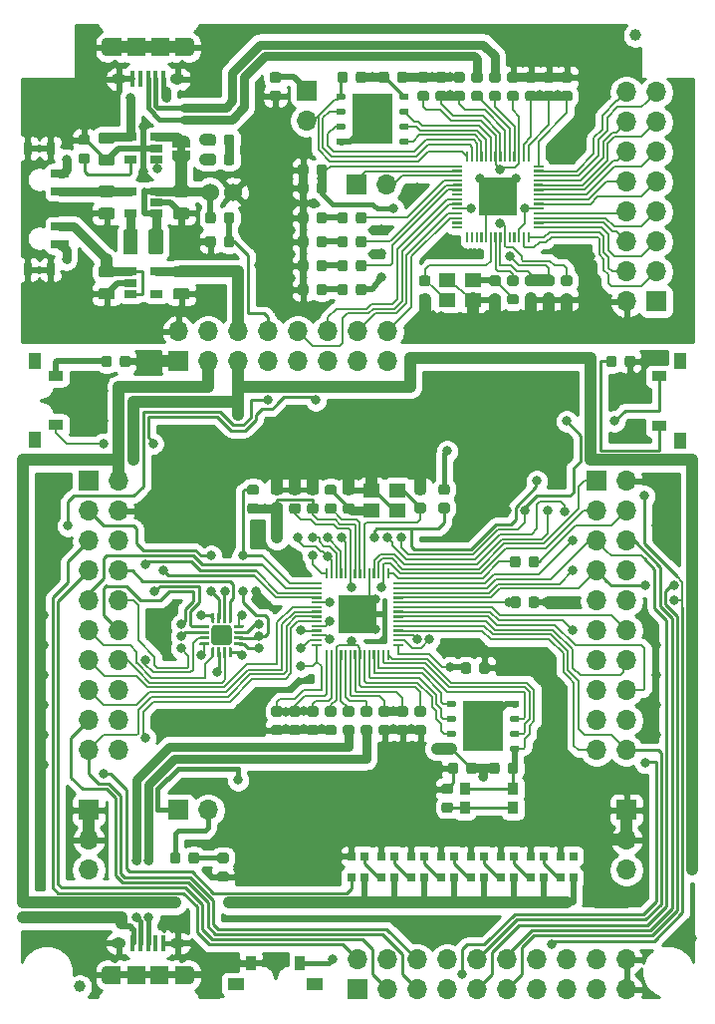
<source format=gbr>
G04 #@! TF.GenerationSoftware,KiCad,Pcbnew,5.1.5+dfsg1-2build2*
G04 #@! TF.CreationDate,2023-03-08T12:28:12+01:00*
G04 #@! TF.ProjectId,rp2040-launchpad-PCB,72703230-3430-42d6-9c61-756e63687061,rev?*
G04 #@! TF.SameCoordinates,Original*
G04 #@! TF.FileFunction,Copper,L1,Top*
G04 #@! TF.FilePolarity,Positive*
%FSLAX46Y46*%
G04 Gerber Fmt 4.6, Leading zero omitted, Abs format (unit mm)*
G04 Created by KiCad (PCBNEW 5.1.5+dfsg1-2build2) date 2023-03-08 12:28:12*
%MOMM*%
%LPD*%
G04 APERTURE LIST*
%ADD10C,0.100000*%
%ADD11O,1.700000X1.700000*%
%ADD12R,1.700000X1.700000*%
%ADD13R,0.700000X0.700000*%
%ADD14R,1.200000X1.550000*%
%ADD15O,0.900000X1.550000*%
%ADD16O,1.250000X0.950000*%
%ADD17R,1.500000X1.550000*%
%ADD18R,0.400000X1.350000*%
%ADD19R,1.450000X1.000000*%
%ADD20R,0.900000X1.300000*%
%ADD21R,1.000000X1.450000*%
%ADD22R,1.300000X0.900000*%
%ADD23R,0.900000X1.000000*%
%ADD24C,1.000000*%
%ADD25C,1.524000*%
%ADD26R,3.400000X4.300000*%
%ADD27R,3.200000X3.200000*%
%ADD28R,1.060000X0.650000*%
%ADD29R,1.400000X1.200000*%
%ADD30R,1.500000X0.700000*%
%ADD31R,0.800000X1.000000*%
%ADD32C,0.800000*%
%ADD33C,1.000000*%
%ADD34C,0.500000*%
%ADD35C,0.200000*%
%ADD36C,0.250000*%
%ADD37C,0.400000*%
%ADD38C,0.800000*%
%ADD39C,0.254000*%
G04 APERTURE END LIST*
D10*
G36*
X125014000Y-78721000D02*
G01*
X125014000Y-78221000D01*
X124414000Y-78221000D01*
X124414000Y-78721000D01*
X125014000Y-78721000D01*
G37*
D11*
X162560000Y-147320000D03*
X162560000Y-149860000D03*
X160020000Y-147320000D03*
X160020000Y-149860000D03*
X157480000Y-147320000D03*
X157480000Y-149860000D03*
X154940000Y-147320000D03*
X154940000Y-149860000D03*
X152400000Y-147320000D03*
X152400000Y-149860000D03*
X149860000Y-147320000D03*
X149860000Y-149860000D03*
X147320000Y-147320000D03*
X147320000Y-149860000D03*
X144780000Y-147320000D03*
X144780000Y-149860000D03*
X142240000Y-147320000D03*
X142240000Y-149860000D03*
X139700000Y-147320000D03*
D12*
X139700000Y-149860000D03*
D13*
X140250000Y-140356000D03*
X139150000Y-140356000D03*
X140250000Y-138526000D03*
X139150000Y-138526000D03*
X142790000Y-140356000D03*
X141690000Y-140356000D03*
X142790000Y-138526000D03*
X141690000Y-138526000D03*
X145330000Y-140356000D03*
X144230000Y-140356000D03*
X145330000Y-138526000D03*
X144230000Y-138526000D03*
X147870000Y-140356000D03*
X146770000Y-140356000D03*
X147870000Y-138526000D03*
X146770000Y-138526000D03*
X150410000Y-140356000D03*
X149310000Y-140356000D03*
X150410000Y-138526000D03*
X149310000Y-138526000D03*
X152950000Y-140356000D03*
X151850000Y-140356000D03*
X152950000Y-138526000D03*
X151850000Y-138526000D03*
X155490000Y-140356000D03*
X154390000Y-140356000D03*
X155490000Y-138526000D03*
X154390000Y-138526000D03*
X158030000Y-140356000D03*
X156930000Y-140356000D03*
X158030000Y-138526000D03*
X156930000Y-138526000D03*
D14*
X124804000Y-69850000D03*
X119004000Y-69850000D03*
D15*
X118404000Y-69850000D03*
D16*
X124404000Y-72550000D03*
D17*
X120904000Y-69850000D03*
D18*
X120604000Y-72550000D03*
X121254000Y-72550000D03*
X121904000Y-72550000D03*
X122554000Y-72550000D03*
X123204000Y-72550000D03*
D17*
X122904000Y-69850000D03*
D16*
X119404000Y-72550000D03*
D15*
X125404000Y-69850000D03*
D14*
X118990000Y-148623000D03*
X124790000Y-148623000D03*
D15*
X125390000Y-148623000D03*
D16*
X119390000Y-145923000D03*
D17*
X122890000Y-148623000D03*
D18*
X123190000Y-145923000D03*
X122540000Y-145923000D03*
X121890000Y-145923000D03*
X121240000Y-145923000D03*
X120590000Y-145923000D03*
D17*
X120890000Y-148623000D03*
D16*
X124390000Y-145923000D03*
D15*
X118390000Y-148623000D03*
D19*
X136097000Y-149394000D03*
X129347000Y-149394000D03*
D20*
X130622000Y-147594000D03*
X134822000Y-147594000D03*
D21*
X167154000Y-96506000D03*
X167154000Y-103256000D03*
D22*
X165354000Y-101981000D03*
X165354000Y-97781000D03*
D21*
X112268000Y-103197000D03*
X112268000Y-96447000D03*
D22*
X114068000Y-97722000D03*
X114068000Y-101922000D03*
D23*
X148808000Y-134442000D03*
X148808000Y-132842000D03*
X152908000Y-134442000D03*
X152908000Y-132842000D03*
D11*
X119380000Y-129540000D03*
X116840000Y-129540000D03*
X119380000Y-127000000D03*
X116840000Y-127000000D03*
X119380000Y-124460000D03*
X116840000Y-124460000D03*
X119380000Y-121920000D03*
X116840000Y-121920000D03*
X119380000Y-119380000D03*
X116840000Y-119380000D03*
X119380000Y-116840000D03*
X116840000Y-116840000D03*
X119380000Y-114300000D03*
X116840000Y-114300000D03*
X119380000Y-111760000D03*
X116840000Y-111760000D03*
X119380000Y-109220000D03*
X116840000Y-109220000D03*
X119380000Y-106680000D03*
D12*
X116840000Y-106680000D03*
D24*
X116078000Y-149606000D03*
X163322000Y-68834000D03*
G04 #@! TA.AperFunction,SMDPad,CuDef*
D10*
G36*
X128961626Y-120811301D02*
G01*
X128967693Y-120812201D01*
X128973643Y-120813691D01*
X128979418Y-120815758D01*
X128984962Y-120818380D01*
X128990223Y-120821533D01*
X128995150Y-120825187D01*
X128999694Y-120829306D01*
X129003813Y-120833850D01*
X129007467Y-120838777D01*
X129010620Y-120844038D01*
X129013242Y-120849582D01*
X129015309Y-120855357D01*
X129016799Y-120861307D01*
X129017699Y-120867374D01*
X129018000Y-120873500D01*
X129018000Y-121573500D01*
X129017699Y-121579626D01*
X129016799Y-121585693D01*
X129015309Y-121591643D01*
X129013242Y-121597418D01*
X129010620Y-121602962D01*
X129007467Y-121608223D01*
X129003813Y-121613150D01*
X128999694Y-121617694D01*
X128995150Y-121621813D01*
X128990223Y-121625467D01*
X128984962Y-121628620D01*
X128979418Y-121631242D01*
X128973643Y-121633309D01*
X128967693Y-121634799D01*
X128961626Y-121635699D01*
X128955500Y-121636000D01*
X128830500Y-121636000D01*
X128824374Y-121635699D01*
X128818307Y-121634799D01*
X128812357Y-121633309D01*
X128806582Y-121631242D01*
X128801038Y-121628620D01*
X128795777Y-121625467D01*
X128790850Y-121621813D01*
X128786306Y-121617694D01*
X128782187Y-121613150D01*
X128778533Y-121608223D01*
X128775380Y-121602962D01*
X128772758Y-121597418D01*
X128770691Y-121591643D01*
X128769201Y-121585693D01*
X128768301Y-121579626D01*
X128768000Y-121573500D01*
X128768000Y-120873500D01*
X128768301Y-120867374D01*
X128769201Y-120861307D01*
X128770691Y-120855357D01*
X128772758Y-120849582D01*
X128775380Y-120844038D01*
X128778533Y-120838777D01*
X128782187Y-120833850D01*
X128786306Y-120829306D01*
X128790850Y-120825187D01*
X128795777Y-120821533D01*
X128801038Y-120818380D01*
X128806582Y-120815758D01*
X128812357Y-120813691D01*
X128818307Y-120812201D01*
X128824374Y-120811301D01*
X128830500Y-120811000D01*
X128955500Y-120811000D01*
X128961626Y-120811301D01*
G37*
G04 #@! TD.AperFunction*
G04 #@! TA.AperFunction,SMDPad,CuDef*
G36*
X128461626Y-120811301D02*
G01*
X128467693Y-120812201D01*
X128473643Y-120813691D01*
X128479418Y-120815758D01*
X128484962Y-120818380D01*
X128490223Y-120821533D01*
X128495150Y-120825187D01*
X128499694Y-120829306D01*
X128503813Y-120833850D01*
X128507467Y-120838777D01*
X128510620Y-120844038D01*
X128513242Y-120849582D01*
X128515309Y-120855357D01*
X128516799Y-120861307D01*
X128517699Y-120867374D01*
X128518000Y-120873500D01*
X128518000Y-121573500D01*
X128517699Y-121579626D01*
X128516799Y-121585693D01*
X128515309Y-121591643D01*
X128513242Y-121597418D01*
X128510620Y-121602962D01*
X128507467Y-121608223D01*
X128503813Y-121613150D01*
X128499694Y-121617694D01*
X128495150Y-121621813D01*
X128490223Y-121625467D01*
X128484962Y-121628620D01*
X128479418Y-121631242D01*
X128473643Y-121633309D01*
X128467693Y-121634799D01*
X128461626Y-121635699D01*
X128455500Y-121636000D01*
X128330500Y-121636000D01*
X128324374Y-121635699D01*
X128318307Y-121634799D01*
X128312357Y-121633309D01*
X128306582Y-121631242D01*
X128301038Y-121628620D01*
X128295777Y-121625467D01*
X128290850Y-121621813D01*
X128286306Y-121617694D01*
X128282187Y-121613150D01*
X128278533Y-121608223D01*
X128275380Y-121602962D01*
X128272758Y-121597418D01*
X128270691Y-121591643D01*
X128269201Y-121585693D01*
X128268301Y-121579626D01*
X128268000Y-121573500D01*
X128268000Y-120873500D01*
X128268301Y-120867374D01*
X128269201Y-120861307D01*
X128270691Y-120855357D01*
X128272758Y-120849582D01*
X128275380Y-120844038D01*
X128278533Y-120838777D01*
X128282187Y-120833850D01*
X128286306Y-120829306D01*
X128290850Y-120825187D01*
X128295777Y-120821533D01*
X128301038Y-120818380D01*
X128306582Y-120815758D01*
X128312357Y-120813691D01*
X128318307Y-120812201D01*
X128324374Y-120811301D01*
X128330500Y-120811000D01*
X128455500Y-120811000D01*
X128461626Y-120811301D01*
G37*
G04 #@! TD.AperFunction*
G04 #@! TA.AperFunction,SMDPad,CuDef*
G36*
X127961626Y-120811301D02*
G01*
X127967693Y-120812201D01*
X127973643Y-120813691D01*
X127979418Y-120815758D01*
X127984962Y-120818380D01*
X127990223Y-120821533D01*
X127995150Y-120825187D01*
X127999694Y-120829306D01*
X128003813Y-120833850D01*
X128007467Y-120838777D01*
X128010620Y-120844038D01*
X128013242Y-120849582D01*
X128015309Y-120855357D01*
X128016799Y-120861307D01*
X128017699Y-120867374D01*
X128018000Y-120873500D01*
X128018000Y-121573500D01*
X128017699Y-121579626D01*
X128016799Y-121585693D01*
X128015309Y-121591643D01*
X128013242Y-121597418D01*
X128010620Y-121602962D01*
X128007467Y-121608223D01*
X128003813Y-121613150D01*
X127999694Y-121617694D01*
X127995150Y-121621813D01*
X127990223Y-121625467D01*
X127984962Y-121628620D01*
X127979418Y-121631242D01*
X127973643Y-121633309D01*
X127967693Y-121634799D01*
X127961626Y-121635699D01*
X127955500Y-121636000D01*
X127830500Y-121636000D01*
X127824374Y-121635699D01*
X127818307Y-121634799D01*
X127812357Y-121633309D01*
X127806582Y-121631242D01*
X127801038Y-121628620D01*
X127795777Y-121625467D01*
X127790850Y-121621813D01*
X127786306Y-121617694D01*
X127782187Y-121613150D01*
X127778533Y-121608223D01*
X127775380Y-121602962D01*
X127772758Y-121597418D01*
X127770691Y-121591643D01*
X127769201Y-121585693D01*
X127768301Y-121579626D01*
X127768000Y-121573500D01*
X127768000Y-120873500D01*
X127768301Y-120867374D01*
X127769201Y-120861307D01*
X127770691Y-120855357D01*
X127772758Y-120849582D01*
X127775380Y-120844038D01*
X127778533Y-120838777D01*
X127782187Y-120833850D01*
X127786306Y-120829306D01*
X127790850Y-120825187D01*
X127795777Y-120821533D01*
X127801038Y-120818380D01*
X127806582Y-120815758D01*
X127812357Y-120813691D01*
X127818307Y-120812201D01*
X127824374Y-120811301D01*
X127830500Y-120811000D01*
X127955500Y-120811000D01*
X127961626Y-120811301D01*
G37*
G04 #@! TD.AperFunction*
G04 #@! TA.AperFunction,SMDPad,CuDef*
G36*
X127461626Y-120811301D02*
G01*
X127467693Y-120812201D01*
X127473643Y-120813691D01*
X127479418Y-120815758D01*
X127484962Y-120818380D01*
X127490223Y-120821533D01*
X127495150Y-120825187D01*
X127499694Y-120829306D01*
X127503813Y-120833850D01*
X127507467Y-120838777D01*
X127510620Y-120844038D01*
X127513242Y-120849582D01*
X127515309Y-120855357D01*
X127516799Y-120861307D01*
X127517699Y-120867374D01*
X127518000Y-120873500D01*
X127518000Y-121573500D01*
X127517699Y-121579626D01*
X127516799Y-121585693D01*
X127515309Y-121591643D01*
X127513242Y-121597418D01*
X127510620Y-121602962D01*
X127507467Y-121608223D01*
X127503813Y-121613150D01*
X127499694Y-121617694D01*
X127495150Y-121621813D01*
X127490223Y-121625467D01*
X127484962Y-121628620D01*
X127479418Y-121631242D01*
X127473643Y-121633309D01*
X127467693Y-121634799D01*
X127461626Y-121635699D01*
X127455500Y-121636000D01*
X127330500Y-121636000D01*
X127324374Y-121635699D01*
X127318307Y-121634799D01*
X127312357Y-121633309D01*
X127306582Y-121631242D01*
X127301038Y-121628620D01*
X127295777Y-121625467D01*
X127290850Y-121621813D01*
X127286306Y-121617694D01*
X127282187Y-121613150D01*
X127278533Y-121608223D01*
X127275380Y-121602962D01*
X127272758Y-121597418D01*
X127270691Y-121591643D01*
X127269201Y-121585693D01*
X127268301Y-121579626D01*
X127268000Y-121573500D01*
X127268000Y-120873500D01*
X127268301Y-120867374D01*
X127269201Y-120861307D01*
X127270691Y-120855357D01*
X127272758Y-120849582D01*
X127275380Y-120844038D01*
X127278533Y-120838777D01*
X127282187Y-120833850D01*
X127286306Y-120829306D01*
X127290850Y-120825187D01*
X127295777Y-120821533D01*
X127301038Y-120818380D01*
X127306582Y-120815758D01*
X127312357Y-120813691D01*
X127318307Y-120812201D01*
X127324374Y-120811301D01*
X127330500Y-120811000D01*
X127455500Y-120811000D01*
X127461626Y-120811301D01*
G37*
G04 #@! TD.AperFunction*
G04 #@! TA.AperFunction,SMDPad,CuDef*
G36*
X127036626Y-120386301D02*
G01*
X127042693Y-120387201D01*
X127048643Y-120388691D01*
X127054418Y-120390758D01*
X127059962Y-120393380D01*
X127065223Y-120396533D01*
X127070150Y-120400187D01*
X127074694Y-120404306D01*
X127078813Y-120408850D01*
X127082467Y-120413777D01*
X127085620Y-120419038D01*
X127088242Y-120424582D01*
X127090309Y-120430357D01*
X127091799Y-120436307D01*
X127092699Y-120442374D01*
X127093000Y-120448500D01*
X127093000Y-120573500D01*
X127092699Y-120579626D01*
X127091799Y-120585693D01*
X127090309Y-120591643D01*
X127088242Y-120597418D01*
X127085620Y-120602962D01*
X127082467Y-120608223D01*
X127078813Y-120613150D01*
X127074694Y-120617694D01*
X127070150Y-120621813D01*
X127065223Y-120625467D01*
X127059962Y-120628620D01*
X127054418Y-120631242D01*
X127048643Y-120633309D01*
X127042693Y-120634799D01*
X127036626Y-120635699D01*
X127030500Y-120636000D01*
X126330500Y-120636000D01*
X126324374Y-120635699D01*
X126318307Y-120634799D01*
X126312357Y-120633309D01*
X126306582Y-120631242D01*
X126301038Y-120628620D01*
X126295777Y-120625467D01*
X126290850Y-120621813D01*
X126286306Y-120617694D01*
X126282187Y-120613150D01*
X126278533Y-120608223D01*
X126275380Y-120602962D01*
X126272758Y-120597418D01*
X126270691Y-120591643D01*
X126269201Y-120585693D01*
X126268301Y-120579626D01*
X126268000Y-120573500D01*
X126268000Y-120448500D01*
X126268301Y-120442374D01*
X126269201Y-120436307D01*
X126270691Y-120430357D01*
X126272758Y-120424582D01*
X126275380Y-120419038D01*
X126278533Y-120413777D01*
X126282187Y-120408850D01*
X126286306Y-120404306D01*
X126290850Y-120400187D01*
X126295777Y-120396533D01*
X126301038Y-120393380D01*
X126306582Y-120390758D01*
X126312357Y-120388691D01*
X126318307Y-120387201D01*
X126324374Y-120386301D01*
X126330500Y-120386000D01*
X127030500Y-120386000D01*
X127036626Y-120386301D01*
G37*
G04 #@! TD.AperFunction*
G04 #@! TA.AperFunction,SMDPad,CuDef*
G36*
X127036626Y-119886301D02*
G01*
X127042693Y-119887201D01*
X127048643Y-119888691D01*
X127054418Y-119890758D01*
X127059962Y-119893380D01*
X127065223Y-119896533D01*
X127070150Y-119900187D01*
X127074694Y-119904306D01*
X127078813Y-119908850D01*
X127082467Y-119913777D01*
X127085620Y-119919038D01*
X127088242Y-119924582D01*
X127090309Y-119930357D01*
X127091799Y-119936307D01*
X127092699Y-119942374D01*
X127093000Y-119948500D01*
X127093000Y-120073500D01*
X127092699Y-120079626D01*
X127091799Y-120085693D01*
X127090309Y-120091643D01*
X127088242Y-120097418D01*
X127085620Y-120102962D01*
X127082467Y-120108223D01*
X127078813Y-120113150D01*
X127074694Y-120117694D01*
X127070150Y-120121813D01*
X127065223Y-120125467D01*
X127059962Y-120128620D01*
X127054418Y-120131242D01*
X127048643Y-120133309D01*
X127042693Y-120134799D01*
X127036626Y-120135699D01*
X127030500Y-120136000D01*
X126330500Y-120136000D01*
X126324374Y-120135699D01*
X126318307Y-120134799D01*
X126312357Y-120133309D01*
X126306582Y-120131242D01*
X126301038Y-120128620D01*
X126295777Y-120125467D01*
X126290850Y-120121813D01*
X126286306Y-120117694D01*
X126282187Y-120113150D01*
X126278533Y-120108223D01*
X126275380Y-120102962D01*
X126272758Y-120097418D01*
X126270691Y-120091643D01*
X126269201Y-120085693D01*
X126268301Y-120079626D01*
X126268000Y-120073500D01*
X126268000Y-119948500D01*
X126268301Y-119942374D01*
X126269201Y-119936307D01*
X126270691Y-119930357D01*
X126272758Y-119924582D01*
X126275380Y-119919038D01*
X126278533Y-119913777D01*
X126282187Y-119908850D01*
X126286306Y-119904306D01*
X126290850Y-119900187D01*
X126295777Y-119896533D01*
X126301038Y-119893380D01*
X126306582Y-119890758D01*
X126312357Y-119888691D01*
X126318307Y-119887201D01*
X126324374Y-119886301D01*
X126330500Y-119886000D01*
X127030500Y-119886000D01*
X127036626Y-119886301D01*
G37*
G04 #@! TD.AperFunction*
G04 #@! TA.AperFunction,SMDPad,CuDef*
G36*
X127036626Y-119386301D02*
G01*
X127042693Y-119387201D01*
X127048643Y-119388691D01*
X127054418Y-119390758D01*
X127059962Y-119393380D01*
X127065223Y-119396533D01*
X127070150Y-119400187D01*
X127074694Y-119404306D01*
X127078813Y-119408850D01*
X127082467Y-119413777D01*
X127085620Y-119419038D01*
X127088242Y-119424582D01*
X127090309Y-119430357D01*
X127091799Y-119436307D01*
X127092699Y-119442374D01*
X127093000Y-119448500D01*
X127093000Y-119573500D01*
X127092699Y-119579626D01*
X127091799Y-119585693D01*
X127090309Y-119591643D01*
X127088242Y-119597418D01*
X127085620Y-119602962D01*
X127082467Y-119608223D01*
X127078813Y-119613150D01*
X127074694Y-119617694D01*
X127070150Y-119621813D01*
X127065223Y-119625467D01*
X127059962Y-119628620D01*
X127054418Y-119631242D01*
X127048643Y-119633309D01*
X127042693Y-119634799D01*
X127036626Y-119635699D01*
X127030500Y-119636000D01*
X126330500Y-119636000D01*
X126324374Y-119635699D01*
X126318307Y-119634799D01*
X126312357Y-119633309D01*
X126306582Y-119631242D01*
X126301038Y-119628620D01*
X126295777Y-119625467D01*
X126290850Y-119621813D01*
X126286306Y-119617694D01*
X126282187Y-119613150D01*
X126278533Y-119608223D01*
X126275380Y-119602962D01*
X126272758Y-119597418D01*
X126270691Y-119591643D01*
X126269201Y-119585693D01*
X126268301Y-119579626D01*
X126268000Y-119573500D01*
X126268000Y-119448500D01*
X126268301Y-119442374D01*
X126269201Y-119436307D01*
X126270691Y-119430357D01*
X126272758Y-119424582D01*
X126275380Y-119419038D01*
X126278533Y-119413777D01*
X126282187Y-119408850D01*
X126286306Y-119404306D01*
X126290850Y-119400187D01*
X126295777Y-119396533D01*
X126301038Y-119393380D01*
X126306582Y-119390758D01*
X126312357Y-119388691D01*
X126318307Y-119387201D01*
X126324374Y-119386301D01*
X126330500Y-119386000D01*
X127030500Y-119386000D01*
X127036626Y-119386301D01*
G37*
G04 #@! TD.AperFunction*
G04 #@! TA.AperFunction,SMDPad,CuDef*
G36*
X127036626Y-118886301D02*
G01*
X127042693Y-118887201D01*
X127048643Y-118888691D01*
X127054418Y-118890758D01*
X127059962Y-118893380D01*
X127065223Y-118896533D01*
X127070150Y-118900187D01*
X127074694Y-118904306D01*
X127078813Y-118908850D01*
X127082467Y-118913777D01*
X127085620Y-118919038D01*
X127088242Y-118924582D01*
X127090309Y-118930357D01*
X127091799Y-118936307D01*
X127092699Y-118942374D01*
X127093000Y-118948500D01*
X127093000Y-119073500D01*
X127092699Y-119079626D01*
X127091799Y-119085693D01*
X127090309Y-119091643D01*
X127088242Y-119097418D01*
X127085620Y-119102962D01*
X127082467Y-119108223D01*
X127078813Y-119113150D01*
X127074694Y-119117694D01*
X127070150Y-119121813D01*
X127065223Y-119125467D01*
X127059962Y-119128620D01*
X127054418Y-119131242D01*
X127048643Y-119133309D01*
X127042693Y-119134799D01*
X127036626Y-119135699D01*
X127030500Y-119136000D01*
X126330500Y-119136000D01*
X126324374Y-119135699D01*
X126318307Y-119134799D01*
X126312357Y-119133309D01*
X126306582Y-119131242D01*
X126301038Y-119128620D01*
X126295777Y-119125467D01*
X126290850Y-119121813D01*
X126286306Y-119117694D01*
X126282187Y-119113150D01*
X126278533Y-119108223D01*
X126275380Y-119102962D01*
X126272758Y-119097418D01*
X126270691Y-119091643D01*
X126269201Y-119085693D01*
X126268301Y-119079626D01*
X126268000Y-119073500D01*
X126268000Y-118948500D01*
X126268301Y-118942374D01*
X126269201Y-118936307D01*
X126270691Y-118930357D01*
X126272758Y-118924582D01*
X126275380Y-118919038D01*
X126278533Y-118913777D01*
X126282187Y-118908850D01*
X126286306Y-118904306D01*
X126290850Y-118900187D01*
X126295777Y-118896533D01*
X126301038Y-118893380D01*
X126306582Y-118890758D01*
X126312357Y-118888691D01*
X126318307Y-118887201D01*
X126324374Y-118886301D01*
X126330500Y-118886000D01*
X127030500Y-118886000D01*
X127036626Y-118886301D01*
G37*
G04 #@! TD.AperFunction*
G04 #@! TA.AperFunction,SMDPad,CuDef*
G36*
X127461626Y-117886301D02*
G01*
X127467693Y-117887201D01*
X127473643Y-117888691D01*
X127479418Y-117890758D01*
X127484962Y-117893380D01*
X127490223Y-117896533D01*
X127495150Y-117900187D01*
X127499694Y-117904306D01*
X127503813Y-117908850D01*
X127507467Y-117913777D01*
X127510620Y-117919038D01*
X127513242Y-117924582D01*
X127515309Y-117930357D01*
X127516799Y-117936307D01*
X127517699Y-117942374D01*
X127518000Y-117948500D01*
X127518000Y-118648500D01*
X127517699Y-118654626D01*
X127516799Y-118660693D01*
X127515309Y-118666643D01*
X127513242Y-118672418D01*
X127510620Y-118677962D01*
X127507467Y-118683223D01*
X127503813Y-118688150D01*
X127499694Y-118692694D01*
X127495150Y-118696813D01*
X127490223Y-118700467D01*
X127484962Y-118703620D01*
X127479418Y-118706242D01*
X127473643Y-118708309D01*
X127467693Y-118709799D01*
X127461626Y-118710699D01*
X127455500Y-118711000D01*
X127330500Y-118711000D01*
X127324374Y-118710699D01*
X127318307Y-118709799D01*
X127312357Y-118708309D01*
X127306582Y-118706242D01*
X127301038Y-118703620D01*
X127295777Y-118700467D01*
X127290850Y-118696813D01*
X127286306Y-118692694D01*
X127282187Y-118688150D01*
X127278533Y-118683223D01*
X127275380Y-118677962D01*
X127272758Y-118672418D01*
X127270691Y-118666643D01*
X127269201Y-118660693D01*
X127268301Y-118654626D01*
X127268000Y-118648500D01*
X127268000Y-117948500D01*
X127268301Y-117942374D01*
X127269201Y-117936307D01*
X127270691Y-117930357D01*
X127272758Y-117924582D01*
X127275380Y-117919038D01*
X127278533Y-117913777D01*
X127282187Y-117908850D01*
X127286306Y-117904306D01*
X127290850Y-117900187D01*
X127295777Y-117896533D01*
X127301038Y-117893380D01*
X127306582Y-117890758D01*
X127312357Y-117888691D01*
X127318307Y-117887201D01*
X127324374Y-117886301D01*
X127330500Y-117886000D01*
X127455500Y-117886000D01*
X127461626Y-117886301D01*
G37*
G04 #@! TD.AperFunction*
G04 #@! TA.AperFunction,SMDPad,CuDef*
G36*
X127961626Y-117886301D02*
G01*
X127967693Y-117887201D01*
X127973643Y-117888691D01*
X127979418Y-117890758D01*
X127984962Y-117893380D01*
X127990223Y-117896533D01*
X127995150Y-117900187D01*
X127999694Y-117904306D01*
X128003813Y-117908850D01*
X128007467Y-117913777D01*
X128010620Y-117919038D01*
X128013242Y-117924582D01*
X128015309Y-117930357D01*
X128016799Y-117936307D01*
X128017699Y-117942374D01*
X128018000Y-117948500D01*
X128018000Y-118648500D01*
X128017699Y-118654626D01*
X128016799Y-118660693D01*
X128015309Y-118666643D01*
X128013242Y-118672418D01*
X128010620Y-118677962D01*
X128007467Y-118683223D01*
X128003813Y-118688150D01*
X127999694Y-118692694D01*
X127995150Y-118696813D01*
X127990223Y-118700467D01*
X127984962Y-118703620D01*
X127979418Y-118706242D01*
X127973643Y-118708309D01*
X127967693Y-118709799D01*
X127961626Y-118710699D01*
X127955500Y-118711000D01*
X127830500Y-118711000D01*
X127824374Y-118710699D01*
X127818307Y-118709799D01*
X127812357Y-118708309D01*
X127806582Y-118706242D01*
X127801038Y-118703620D01*
X127795777Y-118700467D01*
X127790850Y-118696813D01*
X127786306Y-118692694D01*
X127782187Y-118688150D01*
X127778533Y-118683223D01*
X127775380Y-118677962D01*
X127772758Y-118672418D01*
X127770691Y-118666643D01*
X127769201Y-118660693D01*
X127768301Y-118654626D01*
X127768000Y-118648500D01*
X127768000Y-117948500D01*
X127768301Y-117942374D01*
X127769201Y-117936307D01*
X127770691Y-117930357D01*
X127772758Y-117924582D01*
X127775380Y-117919038D01*
X127778533Y-117913777D01*
X127782187Y-117908850D01*
X127786306Y-117904306D01*
X127790850Y-117900187D01*
X127795777Y-117896533D01*
X127801038Y-117893380D01*
X127806582Y-117890758D01*
X127812357Y-117888691D01*
X127818307Y-117887201D01*
X127824374Y-117886301D01*
X127830500Y-117886000D01*
X127955500Y-117886000D01*
X127961626Y-117886301D01*
G37*
G04 #@! TD.AperFunction*
G04 #@! TA.AperFunction,SMDPad,CuDef*
G36*
X128461626Y-117886301D02*
G01*
X128467693Y-117887201D01*
X128473643Y-117888691D01*
X128479418Y-117890758D01*
X128484962Y-117893380D01*
X128490223Y-117896533D01*
X128495150Y-117900187D01*
X128499694Y-117904306D01*
X128503813Y-117908850D01*
X128507467Y-117913777D01*
X128510620Y-117919038D01*
X128513242Y-117924582D01*
X128515309Y-117930357D01*
X128516799Y-117936307D01*
X128517699Y-117942374D01*
X128518000Y-117948500D01*
X128518000Y-118648500D01*
X128517699Y-118654626D01*
X128516799Y-118660693D01*
X128515309Y-118666643D01*
X128513242Y-118672418D01*
X128510620Y-118677962D01*
X128507467Y-118683223D01*
X128503813Y-118688150D01*
X128499694Y-118692694D01*
X128495150Y-118696813D01*
X128490223Y-118700467D01*
X128484962Y-118703620D01*
X128479418Y-118706242D01*
X128473643Y-118708309D01*
X128467693Y-118709799D01*
X128461626Y-118710699D01*
X128455500Y-118711000D01*
X128330500Y-118711000D01*
X128324374Y-118710699D01*
X128318307Y-118709799D01*
X128312357Y-118708309D01*
X128306582Y-118706242D01*
X128301038Y-118703620D01*
X128295777Y-118700467D01*
X128290850Y-118696813D01*
X128286306Y-118692694D01*
X128282187Y-118688150D01*
X128278533Y-118683223D01*
X128275380Y-118677962D01*
X128272758Y-118672418D01*
X128270691Y-118666643D01*
X128269201Y-118660693D01*
X128268301Y-118654626D01*
X128268000Y-118648500D01*
X128268000Y-117948500D01*
X128268301Y-117942374D01*
X128269201Y-117936307D01*
X128270691Y-117930357D01*
X128272758Y-117924582D01*
X128275380Y-117919038D01*
X128278533Y-117913777D01*
X128282187Y-117908850D01*
X128286306Y-117904306D01*
X128290850Y-117900187D01*
X128295777Y-117896533D01*
X128301038Y-117893380D01*
X128306582Y-117890758D01*
X128312357Y-117888691D01*
X128318307Y-117887201D01*
X128324374Y-117886301D01*
X128330500Y-117886000D01*
X128455500Y-117886000D01*
X128461626Y-117886301D01*
G37*
G04 #@! TD.AperFunction*
G04 #@! TA.AperFunction,SMDPad,CuDef*
G36*
X128961626Y-117886301D02*
G01*
X128967693Y-117887201D01*
X128973643Y-117888691D01*
X128979418Y-117890758D01*
X128984962Y-117893380D01*
X128990223Y-117896533D01*
X128995150Y-117900187D01*
X128999694Y-117904306D01*
X129003813Y-117908850D01*
X129007467Y-117913777D01*
X129010620Y-117919038D01*
X129013242Y-117924582D01*
X129015309Y-117930357D01*
X129016799Y-117936307D01*
X129017699Y-117942374D01*
X129018000Y-117948500D01*
X129018000Y-118648500D01*
X129017699Y-118654626D01*
X129016799Y-118660693D01*
X129015309Y-118666643D01*
X129013242Y-118672418D01*
X129010620Y-118677962D01*
X129007467Y-118683223D01*
X129003813Y-118688150D01*
X128999694Y-118692694D01*
X128995150Y-118696813D01*
X128990223Y-118700467D01*
X128984962Y-118703620D01*
X128979418Y-118706242D01*
X128973643Y-118708309D01*
X128967693Y-118709799D01*
X128961626Y-118710699D01*
X128955500Y-118711000D01*
X128830500Y-118711000D01*
X128824374Y-118710699D01*
X128818307Y-118709799D01*
X128812357Y-118708309D01*
X128806582Y-118706242D01*
X128801038Y-118703620D01*
X128795777Y-118700467D01*
X128790850Y-118696813D01*
X128786306Y-118692694D01*
X128782187Y-118688150D01*
X128778533Y-118683223D01*
X128775380Y-118677962D01*
X128772758Y-118672418D01*
X128770691Y-118666643D01*
X128769201Y-118660693D01*
X128768301Y-118654626D01*
X128768000Y-118648500D01*
X128768000Y-117948500D01*
X128768301Y-117942374D01*
X128769201Y-117936307D01*
X128770691Y-117930357D01*
X128772758Y-117924582D01*
X128775380Y-117919038D01*
X128778533Y-117913777D01*
X128782187Y-117908850D01*
X128786306Y-117904306D01*
X128790850Y-117900187D01*
X128795777Y-117896533D01*
X128801038Y-117893380D01*
X128806582Y-117890758D01*
X128812357Y-117888691D01*
X128818307Y-117887201D01*
X128824374Y-117886301D01*
X128830500Y-117886000D01*
X128955500Y-117886000D01*
X128961626Y-117886301D01*
G37*
G04 #@! TD.AperFunction*
G04 #@! TA.AperFunction,SMDPad,CuDef*
G36*
X129961626Y-118886301D02*
G01*
X129967693Y-118887201D01*
X129973643Y-118888691D01*
X129979418Y-118890758D01*
X129984962Y-118893380D01*
X129990223Y-118896533D01*
X129995150Y-118900187D01*
X129999694Y-118904306D01*
X130003813Y-118908850D01*
X130007467Y-118913777D01*
X130010620Y-118919038D01*
X130013242Y-118924582D01*
X130015309Y-118930357D01*
X130016799Y-118936307D01*
X130017699Y-118942374D01*
X130018000Y-118948500D01*
X130018000Y-119073500D01*
X130017699Y-119079626D01*
X130016799Y-119085693D01*
X130015309Y-119091643D01*
X130013242Y-119097418D01*
X130010620Y-119102962D01*
X130007467Y-119108223D01*
X130003813Y-119113150D01*
X129999694Y-119117694D01*
X129995150Y-119121813D01*
X129990223Y-119125467D01*
X129984962Y-119128620D01*
X129979418Y-119131242D01*
X129973643Y-119133309D01*
X129967693Y-119134799D01*
X129961626Y-119135699D01*
X129955500Y-119136000D01*
X129255500Y-119136000D01*
X129249374Y-119135699D01*
X129243307Y-119134799D01*
X129237357Y-119133309D01*
X129231582Y-119131242D01*
X129226038Y-119128620D01*
X129220777Y-119125467D01*
X129215850Y-119121813D01*
X129211306Y-119117694D01*
X129207187Y-119113150D01*
X129203533Y-119108223D01*
X129200380Y-119102962D01*
X129197758Y-119097418D01*
X129195691Y-119091643D01*
X129194201Y-119085693D01*
X129193301Y-119079626D01*
X129193000Y-119073500D01*
X129193000Y-118948500D01*
X129193301Y-118942374D01*
X129194201Y-118936307D01*
X129195691Y-118930357D01*
X129197758Y-118924582D01*
X129200380Y-118919038D01*
X129203533Y-118913777D01*
X129207187Y-118908850D01*
X129211306Y-118904306D01*
X129215850Y-118900187D01*
X129220777Y-118896533D01*
X129226038Y-118893380D01*
X129231582Y-118890758D01*
X129237357Y-118888691D01*
X129243307Y-118887201D01*
X129249374Y-118886301D01*
X129255500Y-118886000D01*
X129955500Y-118886000D01*
X129961626Y-118886301D01*
G37*
G04 #@! TD.AperFunction*
G04 #@! TA.AperFunction,SMDPad,CuDef*
G36*
X129961626Y-119386301D02*
G01*
X129967693Y-119387201D01*
X129973643Y-119388691D01*
X129979418Y-119390758D01*
X129984962Y-119393380D01*
X129990223Y-119396533D01*
X129995150Y-119400187D01*
X129999694Y-119404306D01*
X130003813Y-119408850D01*
X130007467Y-119413777D01*
X130010620Y-119419038D01*
X130013242Y-119424582D01*
X130015309Y-119430357D01*
X130016799Y-119436307D01*
X130017699Y-119442374D01*
X130018000Y-119448500D01*
X130018000Y-119573500D01*
X130017699Y-119579626D01*
X130016799Y-119585693D01*
X130015309Y-119591643D01*
X130013242Y-119597418D01*
X130010620Y-119602962D01*
X130007467Y-119608223D01*
X130003813Y-119613150D01*
X129999694Y-119617694D01*
X129995150Y-119621813D01*
X129990223Y-119625467D01*
X129984962Y-119628620D01*
X129979418Y-119631242D01*
X129973643Y-119633309D01*
X129967693Y-119634799D01*
X129961626Y-119635699D01*
X129955500Y-119636000D01*
X129255500Y-119636000D01*
X129249374Y-119635699D01*
X129243307Y-119634799D01*
X129237357Y-119633309D01*
X129231582Y-119631242D01*
X129226038Y-119628620D01*
X129220777Y-119625467D01*
X129215850Y-119621813D01*
X129211306Y-119617694D01*
X129207187Y-119613150D01*
X129203533Y-119608223D01*
X129200380Y-119602962D01*
X129197758Y-119597418D01*
X129195691Y-119591643D01*
X129194201Y-119585693D01*
X129193301Y-119579626D01*
X129193000Y-119573500D01*
X129193000Y-119448500D01*
X129193301Y-119442374D01*
X129194201Y-119436307D01*
X129195691Y-119430357D01*
X129197758Y-119424582D01*
X129200380Y-119419038D01*
X129203533Y-119413777D01*
X129207187Y-119408850D01*
X129211306Y-119404306D01*
X129215850Y-119400187D01*
X129220777Y-119396533D01*
X129226038Y-119393380D01*
X129231582Y-119390758D01*
X129237357Y-119388691D01*
X129243307Y-119387201D01*
X129249374Y-119386301D01*
X129255500Y-119386000D01*
X129955500Y-119386000D01*
X129961626Y-119386301D01*
G37*
G04 #@! TD.AperFunction*
G04 #@! TA.AperFunction,SMDPad,CuDef*
G36*
X129961626Y-119886301D02*
G01*
X129967693Y-119887201D01*
X129973643Y-119888691D01*
X129979418Y-119890758D01*
X129984962Y-119893380D01*
X129990223Y-119896533D01*
X129995150Y-119900187D01*
X129999694Y-119904306D01*
X130003813Y-119908850D01*
X130007467Y-119913777D01*
X130010620Y-119919038D01*
X130013242Y-119924582D01*
X130015309Y-119930357D01*
X130016799Y-119936307D01*
X130017699Y-119942374D01*
X130018000Y-119948500D01*
X130018000Y-120073500D01*
X130017699Y-120079626D01*
X130016799Y-120085693D01*
X130015309Y-120091643D01*
X130013242Y-120097418D01*
X130010620Y-120102962D01*
X130007467Y-120108223D01*
X130003813Y-120113150D01*
X129999694Y-120117694D01*
X129995150Y-120121813D01*
X129990223Y-120125467D01*
X129984962Y-120128620D01*
X129979418Y-120131242D01*
X129973643Y-120133309D01*
X129967693Y-120134799D01*
X129961626Y-120135699D01*
X129955500Y-120136000D01*
X129255500Y-120136000D01*
X129249374Y-120135699D01*
X129243307Y-120134799D01*
X129237357Y-120133309D01*
X129231582Y-120131242D01*
X129226038Y-120128620D01*
X129220777Y-120125467D01*
X129215850Y-120121813D01*
X129211306Y-120117694D01*
X129207187Y-120113150D01*
X129203533Y-120108223D01*
X129200380Y-120102962D01*
X129197758Y-120097418D01*
X129195691Y-120091643D01*
X129194201Y-120085693D01*
X129193301Y-120079626D01*
X129193000Y-120073500D01*
X129193000Y-119948500D01*
X129193301Y-119942374D01*
X129194201Y-119936307D01*
X129195691Y-119930357D01*
X129197758Y-119924582D01*
X129200380Y-119919038D01*
X129203533Y-119913777D01*
X129207187Y-119908850D01*
X129211306Y-119904306D01*
X129215850Y-119900187D01*
X129220777Y-119896533D01*
X129226038Y-119893380D01*
X129231582Y-119890758D01*
X129237357Y-119888691D01*
X129243307Y-119887201D01*
X129249374Y-119886301D01*
X129255500Y-119886000D01*
X129955500Y-119886000D01*
X129961626Y-119886301D01*
G37*
G04 #@! TD.AperFunction*
G04 #@! TA.AperFunction,SMDPad,CuDef*
G36*
X129961626Y-120386301D02*
G01*
X129967693Y-120387201D01*
X129973643Y-120388691D01*
X129979418Y-120390758D01*
X129984962Y-120393380D01*
X129990223Y-120396533D01*
X129995150Y-120400187D01*
X129999694Y-120404306D01*
X130003813Y-120408850D01*
X130007467Y-120413777D01*
X130010620Y-120419038D01*
X130013242Y-120424582D01*
X130015309Y-120430357D01*
X130016799Y-120436307D01*
X130017699Y-120442374D01*
X130018000Y-120448500D01*
X130018000Y-120573500D01*
X130017699Y-120579626D01*
X130016799Y-120585693D01*
X130015309Y-120591643D01*
X130013242Y-120597418D01*
X130010620Y-120602962D01*
X130007467Y-120608223D01*
X130003813Y-120613150D01*
X129999694Y-120617694D01*
X129995150Y-120621813D01*
X129990223Y-120625467D01*
X129984962Y-120628620D01*
X129979418Y-120631242D01*
X129973643Y-120633309D01*
X129967693Y-120634799D01*
X129961626Y-120635699D01*
X129955500Y-120636000D01*
X129255500Y-120636000D01*
X129249374Y-120635699D01*
X129243307Y-120634799D01*
X129237357Y-120633309D01*
X129231582Y-120631242D01*
X129226038Y-120628620D01*
X129220777Y-120625467D01*
X129215850Y-120621813D01*
X129211306Y-120617694D01*
X129207187Y-120613150D01*
X129203533Y-120608223D01*
X129200380Y-120602962D01*
X129197758Y-120597418D01*
X129195691Y-120591643D01*
X129194201Y-120585693D01*
X129193301Y-120579626D01*
X129193000Y-120573500D01*
X129193000Y-120448500D01*
X129193301Y-120442374D01*
X129194201Y-120436307D01*
X129195691Y-120430357D01*
X129197758Y-120424582D01*
X129200380Y-120419038D01*
X129203533Y-120413777D01*
X129207187Y-120408850D01*
X129211306Y-120404306D01*
X129215850Y-120400187D01*
X129220777Y-120396533D01*
X129226038Y-120393380D01*
X129231582Y-120390758D01*
X129237357Y-120388691D01*
X129243307Y-120387201D01*
X129249374Y-120386301D01*
X129255500Y-120386000D01*
X129955500Y-120386000D01*
X129961626Y-120386301D01*
G37*
G04 #@! TD.AperFunction*
G04 #@! TA.AperFunction,SMDPad,CuDef*
G36*
X128767504Y-118912204D02*
G01*
X128791773Y-118915804D01*
X128815571Y-118921765D01*
X128838671Y-118930030D01*
X128860849Y-118940520D01*
X128881893Y-118953133D01*
X128901598Y-118967747D01*
X128919777Y-118984223D01*
X128936253Y-119002402D01*
X128950867Y-119022107D01*
X128963480Y-119043151D01*
X128973970Y-119065329D01*
X128982235Y-119088429D01*
X128988196Y-119112227D01*
X128991796Y-119136496D01*
X128993000Y-119161000D01*
X128993000Y-120361000D01*
X128991796Y-120385504D01*
X128988196Y-120409773D01*
X128982235Y-120433571D01*
X128973970Y-120456671D01*
X128963480Y-120478849D01*
X128950867Y-120499893D01*
X128936253Y-120519598D01*
X128919777Y-120537777D01*
X128901598Y-120554253D01*
X128881893Y-120568867D01*
X128860849Y-120581480D01*
X128838671Y-120591970D01*
X128815571Y-120600235D01*
X128791773Y-120606196D01*
X128767504Y-120609796D01*
X128743000Y-120611000D01*
X127543000Y-120611000D01*
X127518496Y-120609796D01*
X127494227Y-120606196D01*
X127470429Y-120600235D01*
X127447329Y-120591970D01*
X127425151Y-120581480D01*
X127404107Y-120568867D01*
X127384402Y-120554253D01*
X127366223Y-120537777D01*
X127349747Y-120519598D01*
X127335133Y-120499893D01*
X127322520Y-120478849D01*
X127312030Y-120456671D01*
X127303765Y-120433571D01*
X127297804Y-120409773D01*
X127294204Y-120385504D01*
X127293000Y-120361000D01*
X127293000Y-119161000D01*
X127294204Y-119136496D01*
X127297804Y-119112227D01*
X127303765Y-119088429D01*
X127312030Y-119065329D01*
X127322520Y-119043151D01*
X127335133Y-119022107D01*
X127349747Y-119002402D01*
X127366223Y-118984223D01*
X127384402Y-118967747D01*
X127404107Y-118953133D01*
X127425151Y-118940520D01*
X127447329Y-118930030D01*
X127470429Y-118921765D01*
X127494227Y-118915804D01*
X127518496Y-118912204D01*
X127543000Y-118911000D01*
X128743000Y-118911000D01*
X128767504Y-118912204D01*
G37*
G04 #@! TD.AperFunction*
G04 #@! TA.AperFunction,SMDPad,CuDef*
G36*
X127443191Y-78901053D02*
G01*
X127464426Y-78904203D01*
X127485250Y-78909419D01*
X127505462Y-78916651D01*
X127524868Y-78925830D01*
X127543281Y-78936866D01*
X127560524Y-78949654D01*
X127576430Y-78964070D01*
X127590846Y-78979976D01*
X127603634Y-78997219D01*
X127614670Y-79015632D01*
X127623849Y-79035038D01*
X127631081Y-79055250D01*
X127636297Y-79076074D01*
X127639447Y-79097309D01*
X127640500Y-79118750D01*
X127640500Y-79631250D01*
X127639447Y-79652691D01*
X127636297Y-79673926D01*
X127631081Y-79694750D01*
X127623849Y-79714962D01*
X127614670Y-79734368D01*
X127603634Y-79752781D01*
X127590846Y-79770024D01*
X127576430Y-79785930D01*
X127560524Y-79800346D01*
X127543281Y-79813134D01*
X127524868Y-79824170D01*
X127505462Y-79833349D01*
X127485250Y-79840581D01*
X127464426Y-79845797D01*
X127443191Y-79848947D01*
X127421750Y-79850000D01*
X126984250Y-79850000D01*
X126962809Y-79848947D01*
X126941574Y-79845797D01*
X126920750Y-79840581D01*
X126900538Y-79833349D01*
X126881132Y-79824170D01*
X126862719Y-79813134D01*
X126845476Y-79800346D01*
X126829570Y-79785930D01*
X126815154Y-79770024D01*
X126802366Y-79752781D01*
X126791330Y-79734368D01*
X126782151Y-79714962D01*
X126774919Y-79694750D01*
X126769703Y-79673926D01*
X126766553Y-79652691D01*
X126765500Y-79631250D01*
X126765500Y-79118750D01*
X126766553Y-79097309D01*
X126769703Y-79076074D01*
X126774919Y-79055250D01*
X126782151Y-79035038D01*
X126791330Y-79015632D01*
X126802366Y-78997219D01*
X126815154Y-78979976D01*
X126829570Y-78964070D01*
X126845476Y-78949654D01*
X126862719Y-78936866D01*
X126881132Y-78925830D01*
X126900538Y-78916651D01*
X126920750Y-78909419D01*
X126941574Y-78904203D01*
X126962809Y-78901053D01*
X126984250Y-78900000D01*
X127421750Y-78900000D01*
X127443191Y-78901053D01*
G37*
G04 #@! TD.AperFunction*
G04 #@! TA.AperFunction,SMDPad,CuDef*
G36*
X129018191Y-78901053D02*
G01*
X129039426Y-78904203D01*
X129060250Y-78909419D01*
X129080462Y-78916651D01*
X129099868Y-78925830D01*
X129118281Y-78936866D01*
X129135524Y-78949654D01*
X129151430Y-78964070D01*
X129165846Y-78979976D01*
X129178634Y-78997219D01*
X129189670Y-79015632D01*
X129198849Y-79035038D01*
X129206081Y-79055250D01*
X129211297Y-79076074D01*
X129214447Y-79097309D01*
X129215500Y-79118750D01*
X129215500Y-79631250D01*
X129214447Y-79652691D01*
X129211297Y-79673926D01*
X129206081Y-79694750D01*
X129198849Y-79714962D01*
X129189670Y-79734368D01*
X129178634Y-79752781D01*
X129165846Y-79770024D01*
X129151430Y-79785930D01*
X129135524Y-79800346D01*
X129118281Y-79813134D01*
X129099868Y-79824170D01*
X129080462Y-79833349D01*
X129060250Y-79840581D01*
X129039426Y-79845797D01*
X129018191Y-79848947D01*
X128996750Y-79850000D01*
X128559250Y-79850000D01*
X128537809Y-79848947D01*
X128516574Y-79845797D01*
X128495750Y-79840581D01*
X128475538Y-79833349D01*
X128456132Y-79824170D01*
X128437719Y-79813134D01*
X128420476Y-79800346D01*
X128404570Y-79785930D01*
X128390154Y-79770024D01*
X128377366Y-79752781D01*
X128366330Y-79734368D01*
X128357151Y-79714962D01*
X128349919Y-79694750D01*
X128344703Y-79673926D01*
X128341553Y-79652691D01*
X128340500Y-79631250D01*
X128340500Y-79118750D01*
X128341553Y-79097309D01*
X128344703Y-79076074D01*
X128349919Y-79055250D01*
X128357151Y-79035038D01*
X128366330Y-79015632D01*
X128377366Y-78997219D01*
X128390154Y-78979976D01*
X128404570Y-78964070D01*
X128420476Y-78949654D01*
X128437719Y-78936866D01*
X128456132Y-78925830D01*
X128475538Y-78916651D01*
X128495750Y-78909419D01*
X128516574Y-78904203D01*
X128537809Y-78901053D01*
X128559250Y-78900000D01*
X128996750Y-78900000D01*
X129018191Y-78901053D01*
G37*
G04 #@! TD.AperFunction*
D25*
X127127000Y-82169000D03*
X129127000Y-82169000D03*
G04 #@! TA.AperFunction,SMDPad,CuDef*
D10*
G36*
X148068191Y-130590053D02*
G01*
X148089426Y-130593203D01*
X148110250Y-130598419D01*
X148130462Y-130605651D01*
X148149868Y-130614830D01*
X148168281Y-130625866D01*
X148185524Y-130638654D01*
X148201430Y-130653070D01*
X148215846Y-130668976D01*
X148228634Y-130686219D01*
X148239670Y-130704632D01*
X148248849Y-130724038D01*
X148256081Y-130744250D01*
X148261297Y-130765074D01*
X148264447Y-130786309D01*
X148265500Y-130807750D01*
X148265500Y-131320250D01*
X148264447Y-131341691D01*
X148261297Y-131362926D01*
X148256081Y-131383750D01*
X148248849Y-131403962D01*
X148239670Y-131423368D01*
X148228634Y-131441781D01*
X148215846Y-131459024D01*
X148201430Y-131474930D01*
X148185524Y-131489346D01*
X148168281Y-131502134D01*
X148149868Y-131513170D01*
X148130462Y-131522349D01*
X148110250Y-131529581D01*
X148089426Y-131534797D01*
X148068191Y-131537947D01*
X148046750Y-131539000D01*
X147609250Y-131539000D01*
X147587809Y-131537947D01*
X147566574Y-131534797D01*
X147545750Y-131529581D01*
X147525538Y-131522349D01*
X147506132Y-131513170D01*
X147487719Y-131502134D01*
X147470476Y-131489346D01*
X147454570Y-131474930D01*
X147440154Y-131459024D01*
X147427366Y-131441781D01*
X147416330Y-131423368D01*
X147407151Y-131403962D01*
X147399919Y-131383750D01*
X147394703Y-131362926D01*
X147391553Y-131341691D01*
X147390500Y-131320250D01*
X147390500Y-130807750D01*
X147391553Y-130786309D01*
X147394703Y-130765074D01*
X147399919Y-130744250D01*
X147407151Y-130724038D01*
X147416330Y-130704632D01*
X147427366Y-130686219D01*
X147440154Y-130668976D01*
X147454570Y-130653070D01*
X147470476Y-130638654D01*
X147487719Y-130625866D01*
X147506132Y-130614830D01*
X147525538Y-130605651D01*
X147545750Y-130598419D01*
X147566574Y-130593203D01*
X147587809Y-130590053D01*
X147609250Y-130589000D01*
X148046750Y-130589000D01*
X148068191Y-130590053D01*
G37*
G04 #@! TD.AperFunction*
G04 #@! TA.AperFunction,SMDPad,CuDef*
G36*
X149643191Y-130590053D02*
G01*
X149664426Y-130593203D01*
X149685250Y-130598419D01*
X149705462Y-130605651D01*
X149724868Y-130614830D01*
X149743281Y-130625866D01*
X149760524Y-130638654D01*
X149776430Y-130653070D01*
X149790846Y-130668976D01*
X149803634Y-130686219D01*
X149814670Y-130704632D01*
X149823849Y-130724038D01*
X149831081Y-130744250D01*
X149836297Y-130765074D01*
X149839447Y-130786309D01*
X149840500Y-130807750D01*
X149840500Y-131320250D01*
X149839447Y-131341691D01*
X149836297Y-131362926D01*
X149831081Y-131383750D01*
X149823849Y-131403962D01*
X149814670Y-131423368D01*
X149803634Y-131441781D01*
X149790846Y-131459024D01*
X149776430Y-131474930D01*
X149760524Y-131489346D01*
X149743281Y-131502134D01*
X149724868Y-131513170D01*
X149705462Y-131522349D01*
X149685250Y-131529581D01*
X149664426Y-131534797D01*
X149643191Y-131537947D01*
X149621750Y-131539000D01*
X149184250Y-131539000D01*
X149162809Y-131537947D01*
X149141574Y-131534797D01*
X149120750Y-131529581D01*
X149100538Y-131522349D01*
X149081132Y-131513170D01*
X149062719Y-131502134D01*
X149045476Y-131489346D01*
X149029570Y-131474930D01*
X149015154Y-131459024D01*
X149002366Y-131441781D01*
X148991330Y-131423368D01*
X148982151Y-131403962D01*
X148974919Y-131383750D01*
X148969703Y-131362926D01*
X148966553Y-131341691D01*
X148965500Y-131320250D01*
X148965500Y-130807750D01*
X148966553Y-130786309D01*
X148969703Y-130765074D01*
X148974919Y-130744250D01*
X148982151Y-130724038D01*
X148991330Y-130704632D01*
X149002366Y-130686219D01*
X149015154Y-130668976D01*
X149029570Y-130653070D01*
X149045476Y-130638654D01*
X149062719Y-130625866D01*
X149081132Y-130614830D01*
X149100538Y-130605651D01*
X149120750Y-130598419D01*
X149141574Y-130593203D01*
X149162809Y-130590053D01*
X149184250Y-130589000D01*
X149621750Y-130589000D01*
X149643191Y-130590053D01*
G37*
G04 #@! TD.AperFunction*
G04 #@! TA.AperFunction,SMDPad,CuDef*
G36*
X145311691Y-108529553D02*
G01*
X145332926Y-108532703D01*
X145353750Y-108537919D01*
X145373962Y-108545151D01*
X145393368Y-108554330D01*
X145411781Y-108565366D01*
X145429024Y-108578154D01*
X145444930Y-108592570D01*
X145459346Y-108608476D01*
X145472134Y-108625719D01*
X145483170Y-108644132D01*
X145492349Y-108663538D01*
X145499581Y-108683750D01*
X145504797Y-108704574D01*
X145507947Y-108725809D01*
X145509000Y-108747250D01*
X145509000Y-109184750D01*
X145507947Y-109206191D01*
X145504797Y-109227426D01*
X145499581Y-109248250D01*
X145492349Y-109268462D01*
X145483170Y-109287868D01*
X145472134Y-109306281D01*
X145459346Y-109323524D01*
X145444930Y-109339430D01*
X145429024Y-109353846D01*
X145411781Y-109366634D01*
X145393368Y-109377670D01*
X145373962Y-109386849D01*
X145353750Y-109394081D01*
X145332926Y-109399297D01*
X145311691Y-109402447D01*
X145290250Y-109403500D01*
X144777750Y-109403500D01*
X144756309Y-109402447D01*
X144735074Y-109399297D01*
X144714250Y-109394081D01*
X144694038Y-109386849D01*
X144674632Y-109377670D01*
X144656219Y-109366634D01*
X144638976Y-109353846D01*
X144623070Y-109339430D01*
X144608654Y-109323524D01*
X144595866Y-109306281D01*
X144584830Y-109287868D01*
X144575651Y-109268462D01*
X144568419Y-109248250D01*
X144563203Y-109227426D01*
X144560053Y-109206191D01*
X144559000Y-109184750D01*
X144559000Y-108747250D01*
X144560053Y-108725809D01*
X144563203Y-108704574D01*
X144568419Y-108683750D01*
X144575651Y-108663538D01*
X144584830Y-108644132D01*
X144595866Y-108625719D01*
X144608654Y-108608476D01*
X144623070Y-108592570D01*
X144638976Y-108578154D01*
X144656219Y-108565366D01*
X144674632Y-108554330D01*
X144694038Y-108545151D01*
X144714250Y-108537919D01*
X144735074Y-108532703D01*
X144756309Y-108529553D01*
X144777750Y-108528500D01*
X145290250Y-108528500D01*
X145311691Y-108529553D01*
G37*
G04 #@! TD.AperFunction*
G04 #@! TA.AperFunction,SMDPad,CuDef*
G36*
X145311691Y-106954553D02*
G01*
X145332926Y-106957703D01*
X145353750Y-106962919D01*
X145373962Y-106970151D01*
X145393368Y-106979330D01*
X145411781Y-106990366D01*
X145429024Y-107003154D01*
X145444930Y-107017570D01*
X145459346Y-107033476D01*
X145472134Y-107050719D01*
X145483170Y-107069132D01*
X145492349Y-107088538D01*
X145499581Y-107108750D01*
X145504797Y-107129574D01*
X145507947Y-107150809D01*
X145509000Y-107172250D01*
X145509000Y-107609750D01*
X145507947Y-107631191D01*
X145504797Y-107652426D01*
X145499581Y-107673250D01*
X145492349Y-107693462D01*
X145483170Y-107712868D01*
X145472134Y-107731281D01*
X145459346Y-107748524D01*
X145444930Y-107764430D01*
X145429024Y-107778846D01*
X145411781Y-107791634D01*
X145393368Y-107802670D01*
X145373962Y-107811849D01*
X145353750Y-107819081D01*
X145332926Y-107824297D01*
X145311691Y-107827447D01*
X145290250Y-107828500D01*
X144777750Y-107828500D01*
X144756309Y-107827447D01*
X144735074Y-107824297D01*
X144714250Y-107819081D01*
X144694038Y-107811849D01*
X144674632Y-107802670D01*
X144656219Y-107791634D01*
X144638976Y-107778846D01*
X144623070Y-107764430D01*
X144608654Y-107748524D01*
X144595866Y-107731281D01*
X144584830Y-107712868D01*
X144575651Y-107693462D01*
X144568419Y-107673250D01*
X144563203Y-107652426D01*
X144560053Y-107631191D01*
X144559000Y-107609750D01*
X144559000Y-107172250D01*
X144560053Y-107150809D01*
X144563203Y-107129574D01*
X144568419Y-107108750D01*
X144575651Y-107088538D01*
X144584830Y-107069132D01*
X144595866Y-107050719D01*
X144608654Y-107033476D01*
X144623070Y-107017570D01*
X144638976Y-107003154D01*
X144656219Y-106990366D01*
X144674632Y-106979330D01*
X144694038Y-106970151D01*
X144714250Y-106962919D01*
X144735074Y-106957703D01*
X144756309Y-106954553D01*
X144777750Y-106953500D01*
X145290250Y-106953500D01*
X145311691Y-106954553D01*
G37*
G04 #@! TD.AperFunction*
G04 #@! TA.AperFunction,SMDPad,CuDef*
G36*
X139215691Y-108555053D02*
G01*
X139236926Y-108558203D01*
X139257750Y-108563419D01*
X139277962Y-108570651D01*
X139297368Y-108579830D01*
X139315781Y-108590866D01*
X139333024Y-108603654D01*
X139348930Y-108618070D01*
X139363346Y-108633976D01*
X139376134Y-108651219D01*
X139387170Y-108669632D01*
X139396349Y-108689038D01*
X139403581Y-108709250D01*
X139408797Y-108730074D01*
X139411947Y-108751309D01*
X139413000Y-108772750D01*
X139413000Y-109210250D01*
X139411947Y-109231691D01*
X139408797Y-109252926D01*
X139403581Y-109273750D01*
X139396349Y-109293962D01*
X139387170Y-109313368D01*
X139376134Y-109331781D01*
X139363346Y-109349024D01*
X139348930Y-109364930D01*
X139333024Y-109379346D01*
X139315781Y-109392134D01*
X139297368Y-109403170D01*
X139277962Y-109412349D01*
X139257750Y-109419581D01*
X139236926Y-109424797D01*
X139215691Y-109427947D01*
X139194250Y-109429000D01*
X138681750Y-109429000D01*
X138660309Y-109427947D01*
X138639074Y-109424797D01*
X138618250Y-109419581D01*
X138598038Y-109412349D01*
X138578632Y-109403170D01*
X138560219Y-109392134D01*
X138542976Y-109379346D01*
X138527070Y-109364930D01*
X138512654Y-109349024D01*
X138499866Y-109331781D01*
X138488830Y-109313368D01*
X138479651Y-109293962D01*
X138472419Y-109273750D01*
X138467203Y-109252926D01*
X138464053Y-109231691D01*
X138463000Y-109210250D01*
X138463000Y-108772750D01*
X138464053Y-108751309D01*
X138467203Y-108730074D01*
X138472419Y-108709250D01*
X138479651Y-108689038D01*
X138488830Y-108669632D01*
X138499866Y-108651219D01*
X138512654Y-108633976D01*
X138527070Y-108618070D01*
X138542976Y-108603654D01*
X138560219Y-108590866D01*
X138578632Y-108579830D01*
X138598038Y-108570651D01*
X138618250Y-108563419D01*
X138639074Y-108558203D01*
X138660309Y-108555053D01*
X138681750Y-108554000D01*
X139194250Y-108554000D01*
X139215691Y-108555053D01*
G37*
G04 #@! TD.AperFunction*
G04 #@! TA.AperFunction,SMDPad,CuDef*
G36*
X139215691Y-106980053D02*
G01*
X139236926Y-106983203D01*
X139257750Y-106988419D01*
X139277962Y-106995651D01*
X139297368Y-107004830D01*
X139315781Y-107015866D01*
X139333024Y-107028654D01*
X139348930Y-107043070D01*
X139363346Y-107058976D01*
X139376134Y-107076219D01*
X139387170Y-107094632D01*
X139396349Y-107114038D01*
X139403581Y-107134250D01*
X139408797Y-107155074D01*
X139411947Y-107176309D01*
X139413000Y-107197750D01*
X139413000Y-107635250D01*
X139411947Y-107656691D01*
X139408797Y-107677926D01*
X139403581Y-107698750D01*
X139396349Y-107718962D01*
X139387170Y-107738368D01*
X139376134Y-107756781D01*
X139363346Y-107774024D01*
X139348930Y-107789930D01*
X139333024Y-107804346D01*
X139315781Y-107817134D01*
X139297368Y-107828170D01*
X139277962Y-107837349D01*
X139257750Y-107844581D01*
X139236926Y-107849797D01*
X139215691Y-107852947D01*
X139194250Y-107854000D01*
X138681750Y-107854000D01*
X138660309Y-107852947D01*
X138639074Y-107849797D01*
X138618250Y-107844581D01*
X138598038Y-107837349D01*
X138578632Y-107828170D01*
X138560219Y-107817134D01*
X138542976Y-107804346D01*
X138527070Y-107789930D01*
X138512654Y-107774024D01*
X138499866Y-107756781D01*
X138488830Y-107738368D01*
X138479651Y-107718962D01*
X138472419Y-107698750D01*
X138467203Y-107677926D01*
X138464053Y-107656691D01*
X138463000Y-107635250D01*
X138463000Y-107197750D01*
X138464053Y-107176309D01*
X138467203Y-107155074D01*
X138472419Y-107134250D01*
X138479651Y-107114038D01*
X138488830Y-107094632D01*
X138499866Y-107076219D01*
X138512654Y-107058976D01*
X138527070Y-107043070D01*
X138542976Y-107028654D01*
X138560219Y-107015866D01*
X138578632Y-107004830D01*
X138598038Y-106995651D01*
X138618250Y-106988419D01*
X138639074Y-106983203D01*
X138660309Y-106980053D01*
X138681750Y-106979000D01*
X139194250Y-106979000D01*
X139215691Y-106980053D01*
G37*
G04 #@! TD.AperFunction*
G04 #@! TA.AperFunction,SMDPad,CuDef*
G36*
X134643691Y-106980053D02*
G01*
X134664926Y-106983203D01*
X134685750Y-106988419D01*
X134705962Y-106995651D01*
X134725368Y-107004830D01*
X134743781Y-107015866D01*
X134761024Y-107028654D01*
X134776930Y-107043070D01*
X134791346Y-107058976D01*
X134804134Y-107076219D01*
X134815170Y-107094632D01*
X134824349Y-107114038D01*
X134831581Y-107134250D01*
X134836797Y-107155074D01*
X134839947Y-107176309D01*
X134841000Y-107197750D01*
X134841000Y-107635250D01*
X134839947Y-107656691D01*
X134836797Y-107677926D01*
X134831581Y-107698750D01*
X134824349Y-107718962D01*
X134815170Y-107738368D01*
X134804134Y-107756781D01*
X134791346Y-107774024D01*
X134776930Y-107789930D01*
X134761024Y-107804346D01*
X134743781Y-107817134D01*
X134725368Y-107828170D01*
X134705962Y-107837349D01*
X134685750Y-107844581D01*
X134664926Y-107849797D01*
X134643691Y-107852947D01*
X134622250Y-107854000D01*
X134109750Y-107854000D01*
X134088309Y-107852947D01*
X134067074Y-107849797D01*
X134046250Y-107844581D01*
X134026038Y-107837349D01*
X134006632Y-107828170D01*
X133988219Y-107817134D01*
X133970976Y-107804346D01*
X133955070Y-107789930D01*
X133940654Y-107774024D01*
X133927866Y-107756781D01*
X133916830Y-107738368D01*
X133907651Y-107718962D01*
X133900419Y-107698750D01*
X133895203Y-107677926D01*
X133892053Y-107656691D01*
X133891000Y-107635250D01*
X133891000Y-107197750D01*
X133892053Y-107176309D01*
X133895203Y-107155074D01*
X133900419Y-107134250D01*
X133907651Y-107114038D01*
X133916830Y-107094632D01*
X133927866Y-107076219D01*
X133940654Y-107058976D01*
X133955070Y-107043070D01*
X133970976Y-107028654D01*
X133988219Y-107015866D01*
X134006632Y-107004830D01*
X134026038Y-106995651D01*
X134046250Y-106988419D01*
X134067074Y-106983203D01*
X134088309Y-106980053D01*
X134109750Y-106979000D01*
X134622250Y-106979000D01*
X134643691Y-106980053D01*
G37*
G04 #@! TD.AperFunction*
G04 #@! TA.AperFunction,SMDPad,CuDef*
G36*
X134643691Y-108555053D02*
G01*
X134664926Y-108558203D01*
X134685750Y-108563419D01*
X134705962Y-108570651D01*
X134725368Y-108579830D01*
X134743781Y-108590866D01*
X134761024Y-108603654D01*
X134776930Y-108618070D01*
X134791346Y-108633976D01*
X134804134Y-108651219D01*
X134815170Y-108669632D01*
X134824349Y-108689038D01*
X134831581Y-108709250D01*
X134836797Y-108730074D01*
X134839947Y-108751309D01*
X134841000Y-108772750D01*
X134841000Y-109210250D01*
X134839947Y-109231691D01*
X134836797Y-109252926D01*
X134831581Y-109273750D01*
X134824349Y-109293962D01*
X134815170Y-109313368D01*
X134804134Y-109331781D01*
X134791346Y-109349024D01*
X134776930Y-109364930D01*
X134761024Y-109379346D01*
X134743781Y-109392134D01*
X134725368Y-109403170D01*
X134705962Y-109412349D01*
X134685750Y-109419581D01*
X134664926Y-109424797D01*
X134643691Y-109427947D01*
X134622250Y-109429000D01*
X134109750Y-109429000D01*
X134088309Y-109427947D01*
X134067074Y-109424797D01*
X134046250Y-109419581D01*
X134026038Y-109412349D01*
X134006632Y-109403170D01*
X133988219Y-109392134D01*
X133970976Y-109379346D01*
X133955070Y-109364930D01*
X133940654Y-109349024D01*
X133927866Y-109331781D01*
X133916830Y-109313368D01*
X133907651Y-109293962D01*
X133900419Y-109273750D01*
X133895203Y-109252926D01*
X133892053Y-109231691D01*
X133891000Y-109210250D01*
X133891000Y-108772750D01*
X133892053Y-108751309D01*
X133895203Y-108730074D01*
X133900419Y-108709250D01*
X133907651Y-108689038D01*
X133916830Y-108669632D01*
X133927866Y-108651219D01*
X133940654Y-108633976D01*
X133955070Y-108618070D01*
X133970976Y-108603654D01*
X133988219Y-108590866D01*
X134006632Y-108579830D01*
X134026038Y-108570651D01*
X134046250Y-108563419D01*
X134067074Y-108558203D01*
X134088309Y-108555053D01*
X134109750Y-108554000D01*
X134622250Y-108554000D01*
X134643691Y-108555053D01*
G37*
G04 #@! TD.AperFunction*
G04 #@! TA.AperFunction,SMDPad,CuDef*
G36*
X145311691Y-127376553D02*
G01*
X145332926Y-127379703D01*
X145353750Y-127384919D01*
X145373962Y-127392151D01*
X145393368Y-127401330D01*
X145411781Y-127412366D01*
X145429024Y-127425154D01*
X145444930Y-127439570D01*
X145459346Y-127455476D01*
X145472134Y-127472719D01*
X145483170Y-127491132D01*
X145492349Y-127510538D01*
X145499581Y-127530750D01*
X145504797Y-127551574D01*
X145507947Y-127572809D01*
X145509000Y-127594250D01*
X145509000Y-128031750D01*
X145507947Y-128053191D01*
X145504797Y-128074426D01*
X145499581Y-128095250D01*
X145492349Y-128115462D01*
X145483170Y-128134868D01*
X145472134Y-128153281D01*
X145459346Y-128170524D01*
X145444930Y-128186430D01*
X145429024Y-128200846D01*
X145411781Y-128213634D01*
X145393368Y-128224670D01*
X145373962Y-128233849D01*
X145353750Y-128241081D01*
X145332926Y-128246297D01*
X145311691Y-128249447D01*
X145290250Y-128250500D01*
X144777750Y-128250500D01*
X144756309Y-128249447D01*
X144735074Y-128246297D01*
X144714250Y-128241081D01*
X144694038Y-128233849D01*
X144674632Y-128224670D01*
X144656219Y-128213634D01*
X144638976Y-128200846D01*
X144623070Y-128186430D01*
X144608654Y-128170524D01*
X144595866Y-128153281D01*
X144584830Y-128134868D01*
X144575651Y-128115462D01*
X144568419Y-128095250D01*
X144563203Y-128074426D01*
X144560053Y-128053191D01*
X144559000Y-128031750D01*
X144559000Y-127594250D01*
X144560053Y-127572809D01*
X144563203Y-127551574D01*
X144568419Y-127530750D01*
X144575651Y-127510538D01*
X144584830Y-127491132D01*
X144595866Y-127472719D01*
X144608654Y-127455476D01*
X144623070Y-127439570D01*
X144638976Y-127425154D01*
X144656219Y-127412366D01*
X144674632Y-127401330D01*
X144694038Y-127392151D01*
X144714250Y-127384919D01*
X144735074Y-127379703D01*
X144756309Y-127376553D01*
X144777750Y-127375500D01*
X145290250Y-127375500D01*
X145311691Y-127376553D01*
G37*
G04 #@! TD.AperFunction*
G04 #@! TA.AperFunction,SMDPad,CuDef*
G36*
X145311691Y-125801553D02*
G01*
X145332926Y-125804703D01*
X145353750Y-125809919D01*
X145373962Y-125817151D01*
X145393368Y-125826330D01*
X145411781Y-125837366D01*
X145429024Y-125850154D01*
X145444930Y-125864570D01*
X145459346Y-125880476D01*
X145472134Y-125897719D01*
X145483170Y-125916132D01*
X145492349Y-125935538D01*
X145499581Y-125955750D01*
X145504797Y-125976574D01*
X145507947Y-125997809D01*
X145509000Y-126019250D01*
X145509000Y-126456750D01*
X145507947Y-126478191D01*
X145504797Y-126499426D01*
X145499581Y-126520250D01*
X145492349Y-126540462D01*
X145483170Y-126559868D01*
X145472134Y-126578281D01*
X145459346Y-126595524D01*
X145444930Y-126611430D01*
X145429024Y-126625846D01*
X145411781Y-126638634D01*
X145393368Y-126649670D01*
X145373962Y-126658849D01*
X145353750Y-126666081D01*
X145332926Y-126671297D01*
X145311691Y-126674447D01*
X145290250Y-126675500D01*
X144777750Y-126675500D01*
X144756309Y-126674447D01*
X144735074Y-126671297D01*
X144714250Y-126666081D01*
X144694038Y-126658849D01*
X144674632Y-126649670D01*
X144656219Y-126638634D01*
X144638976Y-126625846D01*
X144623070Y-126611430D01*
X144608654Y-126595524D01*
X144595866Y-126578281D01*
X144584830Y-126559868D01*
X144575651Y-126540462D01*
X144568419Y-126520250D01*
X144563203Y-126499426D01*
X144560053Y-126478191D01*
X144559000Y-126456750D01*
X144559000Y-126019250D01*
X144560053Y-125997809D01*
X144563203Y-125976574D01*
X144568419Y-125955750D01*
X144575651Y-125935538D01*
X144584830Y-125916132D01*
X144595866Y-125897719D01*
X144608654Y-125880476D01*
X144623070Y-125864570D01*
X144638976Y-125850154D01*
X144656219Y-125837366D01*
X144674632Y-125826330D01*
X144694038Y-125817151D01*
X144714250Y-125809919D01*
X144735074Y-125804703D01*
X144756309Y-125801553D01*
X144777750Y-125800500D01*
X145290250Y-125800500D01*
X145311691Y-125801553D01*
G37*
G04 #@! TD.AperFunction*
G04 #@! TA.AperFunction,SMDPad,CuDef*
G36*
X137691691Y-127376553D02*
G01*
X137712926Y-127379703D01*
X137733750Y-127384919D01*
X137753962Y-127392151D01*
X137773368Y-127401330D01*
X137791781Y-127412366D01*
X137809024Y-127425154D01*
X137824930Y-127439570D01*
X137839346Y-127455476D01*
X137852134Y-127472719D01*
X137863170Y-127491132D01*
X137872349Y-127510538D01*
X137879581Y-127530750D01*
X137884797Y-127551574D01*
X137887947Y-127572809D01*
X137889000Y-127594250D01*
X137889000Y-128031750D01*
X137887947Y-128053191D01*
X137884797Y-128074426D01*
X137879581Y-128095250D01*
X137872349Y-128115462D01*
X137863170Y-128134868D01*
X137852134Y-128153281D01*
X137839346Y-128170524D01*
X137824930Y-128186430D01*
X137809024Y-128200846D01*
X137791781Y-128213634D01*
X137773368Y-128224670D01*
X137753962Y-128233849D01*
X137733750Y-128241081D01*
X137712926Y-128246297D01*
X137691691Y-128249447D01*
X137670250Y-128250500D01*
X137157750Y-128250500D01*
X137136309Y-128249447D01*
X137115074Y-128246297D01*
X137094250Y-128241081D01*
X137074038Y-128233849D01*
X137054632Y-128224670D01*
X137036219Y-128213634D01*
X137018976Y-128200846D01*
X137003070Y-128186430D01*
X136988654Y-128170524D01*
X136975866Y-128153281D01*
X136964830Y-128134868D01*
X136955651Y-128115462D01*
X136948419Y-128095250D01*
X136943203Y-128074426D01*
X136940053Y-128053191D01*
X136939000Y-128031750D01*
X136939000Y-127594250D01*
X136940053Y-127572809D01*
X136943203Y-127551574D01*
X136948419Y-127530750D01*
X136955651Y-127510538D01*
X136964830Y-127491132D01*
X136975866Y-127472719D01*
X136988654Y-127455476D01*
X137003070Y-127439570D01*
X137018976Y-127425154D01*
X137036219Y-127412366D01*
X137054632Y-127401330D01*
X137074038Y-127392151D01*
X137094250Y-127384919D01*
X137115074Y-127379703D01*
X137136309Y-127376553D01*
X137157750Y-127375500D01*
X137670250Y-127375500D01*
X137691691Y-127376553D01*
G37*
G04 #@! TD.AperFunction*
G04 #@! TA.AperFunction,SMDPad,CuDef*
G36*
X137691691Y-125801553D02*
G01*
X137712926Y-125804703D01*
X137733750Y-125809919D01*
X137753962Y-125817151D01*
X137773368Y-125826330D01*
X137791781Y-125837366D01*
X137809024Y-125850154D01*
X137824930Y-125864570D01*
X137839346Y-125880476D01*
X137852134Y-125897719D01*
X137863170Y-125916132D01*
X137872349Y-125935538D01*
X137879581Y-125955750D01*
X137884797Y-125976574D01*
X137887947Y-125997809D01*
X137889000Y-126019250D01*
X137889000Y-126456750D01*
X137887947Y-126478191D01*
X137884797Y-126499426D01*
X137879581Y-126520250D01*
X137872349Y-126540462D01*
X137863170Y-126559868D01*
X137852134Y-126578281D01*
X137839346Y-126595524D01*
X137824930Y-126611430D01*
X137809024Y-126625846D01*
X137791781Y-126638634D01*
X137773368Y-126649670D01*
X137753962Y-126658849D01*
X137733750Y-126666081D01*
X137712926Y-126671297D01*
X137691691Y-126674447D01*
X137670250Y-126675500D01*
X137157750Y-126675500D01*
X137136309Y-126674447D01*
X137115074Y-126671297D01*
X137094250Y-126666081D01*
X137074038Y-126658849D01*
X137054632Y-126649670D01*
X137036219Y-126638634D01*
X137018976Y-126625846D01*
X137003070Y-126611430D01*
X136988654Y-126595524D01*
X136975866Y-126578281D01*
X136964830Y-126559868D01*
X136955651Y-126540462D01*
X136948419Y-126520250D01*
X136943203Y-126499426D01*
X136940053Y-126478191D01*
X136939000Y-126456750D01*
X136939000Y-126019250D01*
X136940053Y-125997809D01*
X136943203Y-125976574D01*
X136948419Y-125955750D01*
X136955651Y-125935538D01*
X136964830Y-125916132D01*
X136975866Y-125897719D01*
X136988654Y-125880476D01*
X137003070Y-125864570D01*
X137018976Y-125850154D01*
X137036219Y-125837366D01*
X137054632Y-125826330D01*
X137074038Y-125817151D01*
X137094250Y-125809919D01*
X137115074Y-125804703D01*
X137136309Y-125801553D01*
X137157750Y-125800500D01*
X137670250Y-125800500D01*
X137691691Y-125801553D01*
G37*
G04 #@! TD.AperFunction*
G04 #@! TA.AperFunction,SMDPad,CuDef*
G36*
X136167691Y-127376553D02*
G01*
X136188926Y-127379703D01*
X136209750Y-127384919D01*
X136229962Y-127392151D01*
X136249368Y-127401330D01*
X136267781Y-127412366D01*
X136285024Y-127425154D01*
X136300930Y-127439570D01*
X136315346Y-127455476D01*
X136328134Y-127472719D01*
X136339170Y-127491132D01*
X136348349Y-127510538D01*
X136355581Y-127530750D01*
X136360797Y-127551574D01*
X136363947Y-127572809D01*
X136365000Y-127594250D01*
X136365000Y-128031750D01*
X136363947Y-128053191D01*
X136360797Y-128074426D01*
X136355581Y-128095250D01*
X136348349Y-128115462D01*
X136339170Y-128134868D01*
X136328134Y-128153281D01*
X136315346Y-128170524D01*
X136300930Y-128186430D01*
X136285024Y-128200846D01*
X136267781Y-128213634D01*
X136249368Y-128224670D01*
X136229962Y-128233849D01*
X136209750Y-128241081D01*
X136188926Y-128246297D01*
X136167691Y-128249447D01*
X136146250Y-128250500D01*
X135633750Y-128250500D01*
X135612309Y-128249447D01*
X135591074Y-128246297D01*
X135570250Y-128241081D01*
X135550038Y-128233849D01*
X135530632Y-128224670D01*
X135512219Y-128213634D01*
X135494976Y-128200846D01*
X135479070Y-128186430D01*
X135464654Y-128170524D01*
X135451866Y-128153281D01*
X135440830Y-128134868D01*
X135431651Y-128115462D01*
X135424419Y-128095250D01*
X135419203Y-128074426D01*
X135416053Y-128053191D01*
X135415000Y-128031750D01*
X135415000Y-127594250D01*
X135416053Y-127572809D01*
X135419203Y-127551574D01*
X135424419Y-127530750D01*
X135431651Y-127510538D01*
X135440830Y-127491132D01*
X135451866Y-127472719D01*
X135464654Y-127455476D01*
X135479070Y-127439570D01*
X135494976Y-127425154D01*
X135512219Y-127412366D01*
X135530632Y-127401330D01*
X135550038Y-127392151D01*
X135570250Y-127384919D01*
X135591074Y-127379703D01*
X135612309Y-127376553D01*
X135633750Y-127375500D01*
X136146250Y-127375500D01*
X136167691Y-127376553D01*
G37*
G04 #@! TD.AperFunction*
G04 #@! TA.AperFunction,SMDPad,CuDef*
G36*
X136167691Y-125801553D02*
G01*
X136188926Y-125804703D01*
X136209750Y-125809919D01*
X136229962Y-125817151D01*
X136249368Y-125826330D01*
X136267781Y-125837366D01*
X136285024Y-125850154D01*
X136300930Y-125864570D01*
X136315346Y-125880476D01*
X136328134Y-125897719D01*
X136339170Y-125916132D01*
X136348349Y-125935538D01*
X136355581Y-125955750D01*
X136360797Y-125976574D01*
X136363947Y-125997809D01*
X136365000Y-126019250D01*
X136365000Y-126456750D01*
X136363947Y-126478191D01*
X136360797Y-126499426D01*
X136355581Y-126520250D01*
X136348349Y-126540462D01*
X136339170Y-126559868D01*
X136328134Y-126578281D01*
X136315346Y-126595524D01*
X136300930Y-126611430D01*
X136285024Y-126625846D01*
X136267781Y-126638634D01*
X136249368Y-126649670D01*
X136229962Y-126658849D01*
X136209750Y-126666081D01*
X136188926Y-126671297D01*
X136167691Y-126674447D01*
X136146250Y-126675500D01*
X135633750Y-126675500D01*
X135612309Y-126674447D01*
X135591074Y-126671297D01*
X135570250Y-126666081D01*
X135550038Y-126658849D01*
X135530632Y-126649670D01*
X135512219Y-126638634D01*
X135494976Y-126625846D01*
X135479070Y-126611430D01*
X135464654Y-126595524D01*
X135451866Y-126578281D01*
X135440830Y-126559868D01*
X135431651Y-126540462D01*
X135424419Y-126520250D01*
X135419203Y-126499426D01*
X135416053Y-126478191D01*
X135415000Y-126456750D01*
X135415000Y-126019250D01*
X135416053Y-125997809D01*
X135419203Y-125976574D01*
X135424419Y-125955750D01*
X135431651Y-125935538D01*
X135440830Y-125916132D01*
X135451866Y-125897719D01*
X135464654Y-125880476D01*
X135479070Y-125864570D01*
X135494976Y-125850154D01*
X135512219Y-125837366D01*
X135530632Y-125826330D01*
X135550038Y-125817151D01*
X135570250Y-125809919D01*
X135591074Y-125804703D01*
X135612309Y-125801553D01*
X135633750Y-125800500D01*
X136146250Y-125800500D01*
X136167691Y-125801553D01*
G37*
G04 #@! TD.AperFunction*
G04 #@! TA.AperFunction,SMDPad,CuDef*
G36*
X134643691Y-127376553D02*
G01*
X134664926Y-127379703D01*
X134685750Y-127384919D01*
X134705962Y-127392151D01*
X134725368Y-127401330D01*
X134743781Y-127412366D01*
X134761024Y-127425154D01*
X134776930Y-127439570D01*
X134791346Y-127455476D01*
X134804134Y-127472719D01*
X134815170Y-127491132D01*
X134824349Y-127510538D01*
X134831581Y-127530750D01*
X134836797Y-127551574D01*
X134839947Y-127572809D01*
X134841000Y-127594250D01*
X134841000Y-128031750D01*
X134839947Y-128053191D01*
X134836797Y-128074426D01*
X134831581Y-128095250D01*
X134824349Y-128115462D01*
X134815170Y-128134868D01*
X134804134Y-128153281D01*
X134791346Y-128170524D01*
X134776930Y-128186430D01*
X134761024Y-128200846D01*
X134743781Y-128213634D01*
X134725368Y-128224670D01*
X134705962Y-128233849D01*
X134685750Y-128241081D01*
X134664926Y-128246297D01*
X134643691Y-128249447D01*
X134622250Y-128250500D01*
X134109750Y-128250500D01*
X134088309Y-128249447D01*
X134067074Y-128246297D01*
X134046250Y-128241081D01*
X134026038Y-128233849D01*
X134006632Y-128224670D01*
X133988219Y-128213634D01*
X133970976Y-128200846D01*
X133955070Y-128186430D01*
X133940654Y-128170524D01*
X133927866Y-128153281D01*
X133916830Y-128134868D01*
X133907651Y-128115462D01*
X133900419Y-128095250D01*
X133895203Y-128074426D01*
X133892053Y-128053191D01*
X133891000Y-128031750D01*
X133891000Y-127594250D01*
X133892053Y-127572809D01*
X133895203Y-127551574D01*
X133900419Y-127530750D01*
X133907651Y-127510538D01*
X133916830Y-127491132D01*
X133927866Y-127472719D01*
X133940654Y-127455476D01*
X133955070Y-127439570D01*
X133970976Y-127425154D01*
X133988219Y-127412366D01*
X134006632Y-127401330D01*
X134026038Y-127392151D01*
X134046250Y-127384919D01*
X134067074Y-127379703D01*
X134088309Y-127376553D01*
X134109750Y-127375500D01*
X134622250Y-127375500D01*
X134643691Y-127376553D01*
G37*
G04 #@! TD.AperFunction*
G04 #@! TA.AperFunction,SMDPad,CuDef*
G36*
X134643691Y-125801553D02*
G01*
X134664926Y-125804703D01*
X134685750Y-125809919D01*
X134705962Y-125817151D01*
X134725368Y-125826330D01*
X134743781Y-125837366D01*
X134761024Y-125850154D01*
X134776930Y-125864570D01*
X134791346Y-125880476D01*
X134804134Y-125897719D01*
X134815170Y-125916132D01*
X134824349Y-125935538D01*
X134831581Y-125955750D01*
X134836797Y-125976574D01*
X134839947Y-125997809D01*
X134841000Y-126019250D01*
X134841000Y-126456750D01*
X134839947Y-126478191D01*
X134836797Y-126499426D01*
X134831581Y-126520250D01*
X134824349Y-126540462D01*
X134815170Y-126559868D01*
X134804134Y-126578281D01*
X134791346Y-126595524D01*
X134776930Y-126611430D01*
X134761024Y-126625846D01*
X134743781Y-126638634D01*
X134725368Y-126649670D01*
X134705962Y-126658849D01*
X134685750Y-126666081D01*
X134664926Y-126671297D01*
X134643691Y-126674447D01*
X134622250Y-126675500D01*
X134109750Y-126675500D01*
X134088309Y-126674447D01*
X134067074Y-126671297D01*
X134046250Y-126666081D01*
X134026038Y-126658849D01*
X134006632Y-126649670D01*
X133988219Y-126638634D01*
X133970976Y-126625846D01*
X133955070Y-126611430D01*
X133940654Y-126595524D01*
X133927866Y-126578281D01*
X133916830Y-126559868D01*
X133907651Y-126540462D01*
X133900419Y-126520250D01*
X133895203Y-126499426D01*
X133892053Y-126478191D01*
X133891000Y-126456750D01*
X133891000Y-126019250D01*
X133892053Y-125997809D01*
X133895203Y-125976574D01*
X133900419Y-125955750D01*
X133907651Y-125935538D01*
X133916830Y-125916132D01*
X133927866Y-125897719D01*
X133940654Y-125880476D01*
X133955070Y-125864570D01*
X133970976Y-125850154D01*
X133988219Y-125837366D01*
X134006632Y-125826330D01*
X134026038Y-125817151D01*
X134046250Y-125809919D01*
X134067074Y-125804703D01*
X134088309Y-125801553D01*
X134109750Y-125800500D01*
X134622250Y-125800500D01*
X134643691Y-125801553D01*
G37*
G04 #@! TD.AperFunction*
G04 #@! TA.AperFunction,SMDPad,CuDef*
G36*
X150735191Y-122081053D02*
G01*
X150756426Y-122084203D01*
X150777250Y-122089419D01*
X150797462Y-122096651D01*
X150816868Y-122105830D01*
X150835281Y-122116866D01*
X150852524Y-122129654D01*
X150868430Y-122144070D01*
X150882846Y-122159976D01*
X150895634Y-122177219D01*
X150906670Y-122195632D01*
X150915849Y-122215038D01*
X150923081Y-122235250D01*
X150928297Y-122256074D01*
X150931447Y-122277309D01*
X150932500Y-122298750D01*
X150932500Y-122811250D01*
X150931447Y-122832691D01*
X150928297Y-122853926D01*
X150923081Y-122874750D01*
X150915849Y-122894962D01*
X150906670Y-122914368D01*
X150895634Y-122932781D01*
X150882846Y-122950024D01*
X150868430Y-122965930D01*
X150852524Y-122980346D01*
X150835281Y-122993134D01*
X150816868Y-123004170D01*
X150797462Y-123013349D01*
X150777250Y-123020581D01*
X150756426Y-123025797D01*
X150735191Y-123028947D01*
X150713750Y-123030000D01*
X150276250Y-123030000D01*
X150254809Y-123028947D01*
X150233574Y-123025797D01*
X150212750Y-123020581D01*
X150192538Y-123013349D01*
X150173132Y-123004170D01*
X150154719Y-122993134D01*
X150137476Y-122980346D01*
X150121570Y-122965930D01*
X150107154Y-122950024D01*
X150094366Y-122932781D01*
X150083330Y-122914368D01*
X150074151Y-122894962D01*
X150066919Y-122874750D01*
X150061703Y-122853926D01*
X150058553Y-122832691D01*
X150057500Y-122811250D01*
X150057500Y-122298750D01*
X150058553Y-122277309D01*
X150061703Y-122256074D01*
X150066919Y-122235250D01*
X150074151Y-122215038D01*
X150083330Y-122195632D01*
X150094366Y-122177219D01*
X150107154Y-122159976D01*
X150121570Y-122144070D01*
X150137476Y-122129654D01*
X150154719Y-122116866D01*
X150173132Y-122105830D01*
X150192538Y-122096651D01*
X150212750Y-122089419D01*
X150233574Y-122084203D01*
X150254809Y-122081053D01*
X150276250Y-122080000D01*
X150713750Y-122080000D01*
X150735191Y-122081053D01*
G37*
G04 #@! TD.AperFunction*
G04 #@! TA.AperFunction,SMDPad,CuDef*
G36*
X149160191Y-122081053D02*
G01*
X149181426Y-122084203D01*
X149202250Y-122089419D01*
X149222462Y-122096651D01*
X149241868Y-122105830D01*
X149260281Y-122116866D01*
X149277524Y-122129654D01*
X149293430Y-122144070D01*
X149307846Y-122159976D01*
X149320634Y-122177219D01*
X149331670Y-122195632D01*
X149340849Y-122215038D01*
X149348081Y-122235250D01*
X149353297Y-122256074D01*
X149356447Y-122277309D01*
X149357500Y-122298750D01*
X149357500Y-122811250D01*
X149356447Y-122832691D01*
X149353297Y-122853926D01*
X149348081Y-122874750D01*
X149340849Y-122894962D01*
X149331670Y-122914368D01*
X149320634Y-122932781D01*
X149307846Y-122950024D01*
X149293430Y-122965930D01*
X149277524Y-122980346D01*
X149260281Y-122993134D01*
X149241868Y-123004170D01*
X149222462Y-123013349D01*
X149202250Y-123020581D01*
X149181426Y-123025797D01*
X149160191Y-123028947D01*
X149138750Y-123030000D01*
X148701250Y-123030000D01*
X148679809Y-123028947D01*
X148658574Y-123025797D01*
X148637750Y-123020581D01*
X148617538Y-123013349D01*
X148598132Y-123004170D01*
X148579719Y-122993134D01*
X148562476Y-122980346D01*
X148546570Y-122965930D01*
X148532154Y-122950024D01*
X148519366Y-122932781D01*
X148508330Y-122914368D01*
X148499151Y-122894962D01*
X148491919Y-122874750D01*
X148486703Y-122853926D01*
X148483553Y-122832691D01*
X148482500Y-122811250D01*
X148482500Y-122298750D01*
X148483553Y-122277309D01*
X148486703Y-122256074D01*
X148491919Y-122235250D01*
X148499151Y-122215038D01*
X148508330Y-122195632D01*
X148519366Y-122177219D01*
X148532154Y-122159976D01*
X148546570Y-122144070D01*
X148562476Y-122129654D01*
X148579719Y-122116866D01*
X148598132Y-122105830D01*
X148617538Y-122096651D01*
X148637750Y-122089419D01*
X148658574Y-122084203D01*
X148679809Y-122081053D01*
X148701250Y-122080000D01*
X149138750Y-122080000D01*
X149160191Y-122081053D01*
G37*
G04 #@! TD.AperFunction*
G04 #@! TA.AperFunction,SMDPad,CuDef*
G36*
X154926191Y-116493053D02*
G01*
X154947426Y-116496203D01*
X154968250Y-116501419D01*
X154988462Y-116508651D01*
X155007868Y-116517830D01*
X155026281Y-116528866D01*
X155043524Y-116541654D01*
X155059430Y-116556070D01*
X155073846Y-116571976D01*
X155086634Y-116589219D01*
X155097670Y-116607632D01*
X155106849Y-116627038D01*
X155114081Y-116647250D01*
X155119297Y-116668074D01*
X155122447Y-116689309D01*
X155123500Y-116710750D01*
X155123500Y-117223250D01*
X155122447Y-117244691D01*
X155119297Y-117265926D01*
X155114081Y-117286750D01*
X155106849Y-117306962D01*
X155097670Y-117326368D01*
X155086634Y-117344781D01*
X155073846Y-117362024D01*
X155059430Y-117377930D01*
X155043524Y-117392346D01*
X155026281Y-117405134D01*
X155007868Y-117416170D01*
X154988462Y-117425349D01*
X154968250Y-117432581D01*
X154947426Y-117437797D01*
X154926191Y-117440947D01*
X154904750Y-117442000D01*
X154467250Y-117442000D01*
X154445809Y-117440947D01*
X154424574Y-117437797D01*
X154403750Y-117432581D01*
X154383538Y-117425349D01*
X154364132Y-117416170D01*
X154345719Y-117405134D01*
X154328476Y-117392346D01*
X154312570Y-117377930D01*
X154298154Y-117362024D01*
X154285366Y-117344781D01*
X154274330Y-117326368D01*
X154265151Y-117306962D01*
X154257919Y-117286750D01*
X154252703Y-117265926D01*
X154249553Y-117244691D01*
X154248500Y-117223250D01*
X154248500Y-116710750D01*
X154249553Y-116689309D01*
X154252703Y-116668074D01*
X154257919Y-116647250D01*
X154265151Y-116627038D01*
X154274330Y-116607632D01*
X154285366Y-116589219D01*
X154298154Y-116571976D01*
X154312570Y-116556070D01*
X154328476Y-116541654D01*
X154345719Y-116528866D01*
X154364132Y-116517830D01*
X154383538Y-116508651D01*
X154403750Y-116501419D01*
X154424574Y-116496203D01*
X154445809Y-116493053D01*
X154467250Y-116492000D01*
X154904750Y-116492000D01*
X154926191Y-116493053D01*
G37*
G04 #@! TD.AperFunction*
G04 #@! TA.AperFunction,SMDPad,CuDef*
G36*
X153351191Y-116493053D02*
G01*
X153372426Y-116496203D01*
X153393250Y-116501419D01*
X153413462Y-116508651D01*
X153432868Y-116517830D01*
X153451281Y-116528866D01*
X153468524Y-116541654D01*
X153484430Y-116556070D01*
X153498846Y-116571976D01*
X153511634Y-116589219D01*
X153522670Y-116607632D01*
X153531849Y-116627038D01*
X153539081Y-116647250D01*
X153544297Y-116668074D01*
X153547447Y-116689309D01*
X153548500Y-116710750D01*
X153548500Y-117223250D01*
X153547447Y-117244691D01*
X153544297Y-117265926D01*
X153539081Y-117286750D01*
X153531849Y-117306962D01*
X153522670Y-117326368D01*
X153511634Y-117344781D01*
X153498846Y-117362024D01*
X153484430Y-117377930D01*
X153468524Y-117392346D01*
X153451281Y-117405134D01*
X153432868Y-117416170D01*
X153413462Y-117425349D01*
X153393250Y-117432581D01*
X153372426Y-117437797D01*
X153351191Y-117440947D01*
X153329750Y-117442000D01*
X152892250Y-117442000D01*
X152870809Y-117440947D01*
X152849574Y-117437797D01*
X152828750Y-117432581D01*
X152808538Y-117425349D01*
X152789132Y-117416170D01*
X152770719Y-117405134D01*
X152753476Y-117392346D01*
X152737570Y-117377930D01*
X152723154Y-117362024D01*
X152710366Y-117344781D01*
X152699330Y-117326368D01*
X152690151Y-117306962D01*
X152682919Y-117286750D01*
X152677703Y-117265926D01*
X152674553Y-117244691D01*
X152673500Y-117223250D01*
X152673500Y-116710750D01*
X152674553Y-116689309D01*
X152677703Y-116668074D01*
X152682919Y-116647250D01*
X152690151Y-116627038D01*
X152699330Y-116607632D01*
X152710366Y-116589219D01*
X152723154Y-116571976D01*
X152737570Y-116556070D01*
X152753476Y-116541654D01*
X152770719Y-116528866D01*
X152789132Y-116517830D01*
X152808538Y-116508651D01*
X152828750Y-116501419D01*
X152849574Y-116496203D01*
X152870809Y-116493053D01*
X152892250Y-116492000D01*
X153329750Y-116492000D01*
X153351191Y-116493053D01*
G37*
G04 #@! TD.AperFunction*
G04 #@! TA.AperFunction,SMDPad,CuDef*
G36*
X136167691Y-106980053D02*
G01*
X136188926Y-106983203D01*
X136209750Y-106988419D01*
X136229962Y-106995651D01*
X136249368Y-107004830D01*
X136267781Y-107015866D01*
X136285024Y-107028654D01*
X136300930Y-107043070D01*
X136315346Y-107058976D01*
X136328134Y-107076219D01*
X136339170Y-107094632D01*
X136348349Y-107114038D01*
X136355581Y-107134250D01*
X136360797Y-107155074D01*
X136363947Y-107176309D01*
X136365000Y-107197750D01*
X136365000Y-107635250D01*
X136363947Y-107656691D01*
X136360797Y-107677926D01*
X136355581Y-107698750D01*
X136348349Y-107718962D01*
X136339170Y-107738368D01*
X136328134Y-107756781D01*
X136315346Y-107774024D01*
X136300930Y-107789930D01*
X136285024Y-107804346D01*
X136267781Y-107817134D01*
X136249368Y-107828170D01*
X136229962Y-107837349D01*
X136209750Y-107844581D01*
X136188926Y-107849797D01*
X136167691Y-107852947D01*
X136146250Y-107854000D01*
X135633750Y-107854000D01*
X135612309Y-107852947D01*
X135591074Y-107849797D01*
X135570250Y-107844581D01*
X135550038Y-107837349D01*
X135530632Y-107828170D01*
X135512219Y-107817134D01*
X135494976Y-107804346D01*
X135479070Y-107789930D01*
X135464654Y-107774024D01*
X135451866Y-107756781D01*
X135440830Y-107738368D01*
X135431651Y-107718962D01*
X135424419Y-107698750D01*
X135419203Y-107677926D01*
X135416053Y-107656691D01*
X135415000Y-107635250D01*
X135415000Y-107197750D01*
X135416053Y-107176309D01*
X135419203Y-107155074D01*
X135424419Y-107134250D01*
X135431651Y-107114038D01*
X135440830Y-107094632D01*
X135451866Y-107076219D01*
X135464654Y-107058976D01*
X135479070Y-107043070D01*
X135494976Y-107028654D01*
X135512219Y-107015866D01*
X135530632Y-107004830D01*
X135550038Y-106995651D01*
X135570250Y-106988419D01*
X135591074Y-106983203D01*
X135612309Y-106980053D01*
X135633750Y-106979000D01*
X136146250Y-106979000D01*
X136167691Y-106980053D01*
G37*
G04 #@! TD.AperFunction*
G04 #@! TA.AperFunction,SMDPad,CuDef*
G36*
X136167691Y-108555053D02*
G01*
X136188926Y-108558203D01*
X136209750Y-108563419D01*
X136229962Y-108570651D01*
X136249368Y-108579830D01*
X136267781Y-108590866D01*
X136285024Y-108603654D01*
X136300930Y-108618070D01*
X136315346Y-108633976D01*
X136328134Y-108651219D01*
X136339170Y-108669632D01*
X136348349Y-108689038D01*
X136355581Y-108709250D01*
X136360797Y-108730074D01*
X136363947Y-108751309D01*
X136365000Y-108772750D01*
X136365000Y-109210250D01*
X136363947Y-109231691D01*
X136360797Y-109252926D01*
X136355581Y-109273750D01*
X136348349Y-109293962D01*
X136339170Y-109313368D01*
X136328134Y-109331781D01*
X136315346Y-109349024D01*
X136300930Y-109364930D01*
X136285024Y-109379346D01*
X136267781Y-109392134D01*
X136249368Y-109403170D01*
X136229962Y-109412349D01*
X136209750Y-109419581D01*
X136188926Y-109424797D01*
X136167691Y-109427947D01*
X136146250Y-109429000D01*
X135633750Y-109429000D01*
X135612309Y-109427947D01*
X135591074Y-109424797D01*
X135570250Y-109419581D01*
X135550038Y-109412349D01*
X135530632Y-109403170D01*
X135512219Y-109392134D01*
X135494976Y-109379346D01*
X135479070Y-109364930D01*
X135464654Y-109349024D01*
X135451866Y-109331781D01*
X135440830Y-109313368D01*
X135431651Y-109293962D01*
X135424419Y-109273750D01*
X135419203Y-109252926D01*
X135416053Y-109231691D01*
X135415000Y-109210250D01*
X135415000Y-108772750D01*
X135416053Y-108751309D01*
X135419203Y-108730074D01*
X135424419Y-108709250D01*
X135431651Y-108689038D01*
X135440830Y-108669632D01*
X135451866Y-108651219D01*
X135464654Y-108633976D01*
X135479070Y-108618070D01*
X135494976Y-108603654D01*
X135512219Y-108590866D01*
X135530632Y-108579830D01*
X135550038Y-108570651D01*
X135570250Y-108563419D01*
X135591074Y-108558203D01*
X135612309Y-108555053D01*
X135633750Y-108554000D01*
X136146250Y-108554000D01*
X136167691Y-108555053D01*
G37*
G04 #@! TD.AperFunction*
G04 #@! TA.AperFunction,SMDPad,CuDef*
G36*
X133119691Y-106980053D02*
G01*
X133140926Y-106983203D01*
X133161750Y-106988419D01*
X133181962Y-106995651D01*
X133201368Y-107004830D01*
X133219781Y-107015866D01*
X133237024Y-107028654D01*
X133252930Y-107043070D01*
X133267346Y-107058976D01*
X133280134Y-107076219D01*
X133291170Y-107094632D01*
X133300349Y-107114038D01*
X133307581Y-107134250D01*
X133312797Y-107155074D01*
X133315947Y-107176309D01*
X133317000Y-107197750D01*
X133317000Y-107635250D01*
X133315947Y-107656691D01*
X133312797Y-107677926D01*
X133307581Y-107698750D01*
X133300349Y-107718962D01*
X133291170Y-107738368D01*
X133280134Y-107756781D01*
X133267346Y-107774024D01*
X133252930Y-107789930D01*
X133237024Y-107804346D01*
X133219781Y-107817134D01*
X133201368Y-107828170D01*
X133181962Y-107837349D01*
X133161750Y-107844581D01*
X133140926Y-107849797D01*
X133119691Y-107852947D01*
X133098250Y-107854000D01*
X132585750Y-107854000D01*
X132564309Y-107852947D01*
X132543074Y-107849797D01*
X132522250Y-107844581D01*
X132502038Y-107837349D01*
X132482632Y-107828170D01*
X132464219Y-107817134D01*
X132446976Y-107804346D01*
X132431070Y-107789930D01*
X132416654Y-107774024D01*
X132403866Y-107756781D01*
X132392830Y-107738368D01*
X132383651Y-107718962D01*
X132376419Y-107698750D01*
X132371203Y-107677926D01*
X132368053Y-107656691D01*
X132367000Y-107635250D01*
X132367000Y-107197750D01*
X132368053Y-107176309D01*
X132371203Y-107155074D01*
X132376419Y-107134250D01*
X132383651Y-107114038D01*
X132392830Y-107094632D01*
X132403866Y-107076219D01*
X132416654Y-107058976D01*
X132431070Y-107043070D01*
X132446976Y-107028654D01*
X132464219Y-107015866D01*
X132482632Y-107004830D01*
X132502038Y-106995651D01*
X132522250Y-106988419D01*
X132543074Y-106983203D01*
X132564309Y-106980053D01*
X132585750Y-106979000D01*
X133098250Y-106979000D01*
X133119691Y-106980053D01*
G37*
G04 #@! TD.AperFunction*
G04 #@! TA.AperFunction,SMDPad,CuDef*
G36*
X133119691Y-108555053D02*
G01*
X133140926Y-108558203D01*
X133161750Y-108563419D01*
X133181962Y-108570651D01*
X133201368Y-108579830D01*
X133219781Y-108590866D01*
X133237024Y-108603654D01*
X133252930Y-108618070D01*
X133267346Y-108633976D01*
X133280134Y-108651219D01*
X133291170Y-108669632D01*
X133300349Y-108689038D01*
X133307581Y-108709250D01*
X133312797Y-108730074D01*
X133315947Y-108751309D01*
X133317000Y-108772750D01*
X133317000Y-109210250D01*
X133315947Y-109231691D01*
X133312797Y-109252926D01*
X133307581Y-109273750D01*
X133300349Y-109293962D01*
X133291170Y-109313368D01*
X133280134Y-109331781D01*
X133267346Y-109349024D01*
X133252930Y-109364930D01*
X133237024Y-109379346D01*
X133219781Y-109392134D01*
X133201368Y-109403170D01*
X133181962Y-109412349D01*
X133161750Y-109419581D01*
X133140926Y-109424797D01*
X133119691Y-109427947D01*
X133098250Y-109429000D01*
X132585750Y-109429000D01*
X132564309Y-109427947D01*
X132543074Y-109424797D01*
X132522250Y-109419581D01*
X132502038Y-109412349D01*
X132482632Y-109403170D01*
X132464219Y-109392134D01*
X132446976Y-109379346D01*
X132431070Y-109364930D01*
X132416654Y-109349024D01*
X132403866Y-109331781D01*
X132392830Y-109313368D01*
X132383651Y-109293962D01*
X132376419Y-109273750D01*
X132371203Y-109252926D01*
X132368053Y-109231691D01*
X132367000Y-109210250D01*
X132367000Y-108772750D01*
X132368053Y-108751309D01*
X132371203Y-108730074D01*
X132376419Y-108709250D01*
X132383651Y-108689038D01*
X132392830Y-108669632D01*
X132403866Y-108651219D01*
X132416654Y-108633976D01*
X132431070Y-108618070D01*
X132446976Y-108603654D01*
X132464219Y-108590866D01*
X132482632Y-108579830D01*
X132502038Y-108570651D01*
X132522250Y-108563419D01*
X132543074Y-108558203D01*
X132564309Y-108555053D01*
X132585750Y-108554000D01*
X133098250Y-108554000D01*
X133119691Y-108555053D01*
G37*
G04 #@! TD.AperFunction*
G04 #@! TA.AperFunction,SMDPad,CuDef*
G36*
X133119691Y-127376553D02*
G01*
X133140926Y-127379703D01*
X133161750Y-127384919D01*
X133181962Y-127392151D01*
X133201368Y-127401330D01*
X133219781Y-127412366D01*
X133237024Y-127425154D01*
X133252930Y-127439570D01*
X133267346Y-127455476D01*
X133280134Y-127472719D01*
X133291170Y-127491132D01*
X133300349Y-127510538D01*
X133307581Y-127530750D01*
X133312797Y-127551574D01*
X133315947Y-127572809D01*
X133317000Y-127594250D01*
X133317000Y-128031750D01*
X133315947Y-128053191D01*
X133312797Y-128074426D01*
X133307581Y-128095250D01*
X133300349Y-128115462D01*
X133291170Y-128134868D01*
X133280134Y-128153281D01*
X133267346Y-128170524D01*
X133252930Y-128186430D01*
X133237024Y-128200846D01*
X133219781Y-128213634D01*
X133201368Y-128224670D01*
X133181962Y-128233849D01*
X133161750Y-128241081D01*
X133140926Y-128246297D01*
X133119691Y-128249447D01*
X133098250Y-128250500D01*
X132585750Y-128250500D01*
X132564309Y-128249447D01*
X132543074Y-128246297D01*
X132522250Y-128241081D01*
X132502038Y-128233849D01*
X132482632Y-128224670D01*
X132464219Y-128213634D01*
X132446976Y-128200846D01*
X132431070Y-128186430D01*
X132416654Y-128170524D01*
X132403866Y-128153281D01*
X132392830Y-128134868D01*
X132383651Y-128115462D01*
X132376419Y-128095250D01*
X132371203Y-128074426D01*
X132368053Y-128053191D01*
X132367000Y-128031750D01*
X132367000Y-127594250D01*
X132368053Y-127572809D01*
X132371203Y-127551574D01*
X132376419Y-127530750D01*
X132383651Y-127510538D01*
X132392830Y-127491132D01*
X132403866Y-127472719D01*
X132416654Y-127455476D01*
X132431070Y-127439570D01*
X132446976Y-127425154D01*
X132464219Y-127412366D01*
X132482632Y-127401330D01*
X132502038Y-127392151D01*
X132522250Y-127384919D01*
X132543074Y-127379703D01*
X132564309Y-127376553D01*
X132585750Y-127375500D01*
X133098250Y-127375500D01*
X133119691Y-127376553D01*
G37*
G04 #@! TD.AperFunction*
G04 #@! TA.AperFunction,SMDPad,CuDef*
G36*
X133119691Y-125801553D02*
G01*
X133140926Y-125804703D01*
X133161750Y-125809919D01*
X133181962Y-125817151D01*
X133201368Y-125826330D01*
X133219781Y-125837366D01*
X133237024Y-125850154D01*
X133252930Y-125864570D01*
X133267346Y-125880476D01*
X133280134Y-125897719D01*
X133291170Y-125916132D01*
X133300349Y-125935538D01*
X133307581Y-125955750D01*
X133312797Y-125976574D01*
X133315947Y-125997809D01*
X133317000Y-126019250D01*
X133317000Y-126456750D01*
X133315947Y-126478191D01*
X133312797Y-126499426D01*
X133307581Y-126520250D01*
X133300349Y-126540462D01*
X133291170Y-126559868D01*
X133280134Y-126578281D01*
X133267346Y-126595524D01*
X133252930Y-126611430D01*
X133237024Y-126625846D01*
X133219781Y-126638634D01*
X133201368Y-126649670D01*
X133181962Y-126658849D01*
X133161750Y-126666081D01*
X133140926Y-126671297D01*
X133119691Y-126674447D01*
X133098250Y-126675500D01*
X132585750Y-126675500D01*
X132564309Y-126674447D01*
X132543074Y-126671297D01*
X132522250Y-126666081D01*
X132502038Y-126658849D01*
X132482632Y-126649670D01*
X132464219Y-126638634D01*
X132446976Y-126625846D01*
X132431070Y-126611430D01*
X132416654Y-126595524D01*
X132403866Y-126578281D01*
X132392830Y-126559868D01*
X132383651Y-126540462D01*
X132376419Y-126520250D01*
X132371203Y-126499426D01*
X132368053Y-126478191D01*
X132367000Y-126456750D01*
X132367000Y-126019250D01*
X132368053Y-125997809D01*
X132371203Y-125976574D01*
X132376419Y-125955750D01*
X132383651Y-125935538D01*
X132392830Y-125916132D01*
X132403866Y-125897719D01*
X132416654Y-125880476D01*
X132431070Y-125864570D01*
X132446976Y-125850154D01*
X132464219Y-125837366D01*
X132482632Y-125826330D01*
X132502038Y-125817151D01*
X132522250Y-125809919D01*
X132543074Y-125804703D01*
X132564309Y-125801553D01*
X132585750Y-125800500D01*
X133098250Y-125800500D01*
X133119691Y-125801553D01*
G37*
G04 #@! TD.AperFunction*
G04 #@! TA.AperFunction,SMDPad,CuDef*
G36*
X143787691Y-127376553D02*
G01*
X143808926Y-127379703D01*
X143829750Y-127384919D01*
X143849962Y-127392151D01*
X143869368Y-127401330D01*
X143887781Y-127412366D01*
X143905024Y-127425154D01*
X143920930Y-127439570D01*
X143935346Y-127455476D01*
X143948134Y-127472719D01*
X143959170Y-127491132D01*
X143968349Y-127510538D01*
X143975581Y-127530750D01*
X143980797Y-127551574D01*
X143983947Y-127572809D01*
X143985000Y-127594250D01*
X143985000Y-128031750D01*
X143983947Y-128053191D01*
X143980797Y-128074426D01*
X143975581Y-128095250D01*
X143968349Y-128115462D01*
X143959170Y-128134868D01*
X143948134Y-128153281D01*
X143935346Y-128170524D01*
X143920930Y-128186430D01*
X143905024Y-128200846D01*
X143887781Y-128213634D01*
X143869368Y-128224670D01*
X143849962Y-128233849D01*
X143829750Y-128241081D01*
X143808926Y-128246297D01*
X143787691Y-128249447D01*
X143766250Y-128250500D01*
X143253750Y-128250500D01*
X143232309Y-128249447D01*
X143211074Y-128246297D01*
X143190250Y-128241081D01*
X143170038Y-128233849D01*
X143150632Y-128224670D01*
X143132219Y-128213634D01*
X143114976Y-128200846D01*
X143099070Y-128186430D01*
X143084654Y-128170524D01*
X143071866Y-128153281D01*
X143060830Y-128134868D01*
X143051651Y-128115462D01*
X143044419Y-128095250D01*
X143039203Y-128074426D01*
X143036053Y-128053191D01*
X143035000Y-128031750D01*
X143035000Y-127594250D01*
X143036053Y-127572809D01*
X143039203Y-127551574D01*
X143044419Y-127530750D01*
X143051651Y-127510538D01*
X143060830Y-127491132D01*
X143071866Y-127472719D01*
X143084654Y-127455476D01*
X143099070Y-127439570D01*
X143114976Y-127425154D01*
X143132219Y-127412366D01*
X143150632Y-127401330D01*
X143170038Y-127392151D01*
X143190250Y-127384919D01*
X143211074Y-127379703D01*
X143232309Y-127376553D01*
X143253750Y-127375500D01*
X143766250Y-127375500D01*
X143787691Y-127376553D01*
G37*
G04 #@! TD.AperFunction*
G04 #@! TA.AperFunction,SMDPad,CuDef*
G36*
X143787691Y-125801553D02*
G01*
X143808926Y-125804703D01*
X143829750Y-125809919D01*
X143849962Y-125817151D01*
X143869368Y-125826330D01*
X143887781Y-125837366D01*
X143905024Y-125850154D01*
X143920930Y-125864570D01*
X143935346Y-125880476D01*
X143948134Y-125897719D01*
X143959170Y-125916132D01*
X143968349Y-125935538D01*
X143975581Y-125955750D01*
X143980797Y-125976574D01*
X143983947Y-125997809D01*
X143985000Y-126019250D01*
X143985000Y-126456750D01*
X143983947Y-126478191D01*
X143980797Y-126499426D01*
X143975581Y-126520250D01*
X143968349Y-126540462D01*
X143959170Y-126559868D01*
X143948134Y-126578281D01*
X143935346Y-126595524D01*
X143920930Y-126611430D01*
X143905024Y-126625846D01*
X143887781Y-126638634D01*
X143869368Y-126649670D01*
X143849962Y-126658849D01*
X143829750Y-126666081D01*
X143808926Y-126671297D01*
X143787691Y-126674447D01*
X143766250Y-126675500D01*
X143253750Y-126675500D01*
X143232309Y-126674447D01*
X143211074Y-126671297D01*
X143190250Y-126666081D01*
X143170038Y-126658849D01*
X143150632Y-126649670D01*
X143132219Y-126638634D01*
X143114976Y-126625846D01*
X143099070Y-126611430D01*
X143084654Y-126595524D01*
X143071866Y-126578281D01*
X143060830Y-126559868D01*
X143051651Y-126540462D01*
X143044419Y-126520250D01*
X143039203Y-126499426D01*
X143036053Y-126478191D01*
X143035000Y-126456750D01*
X143035000Y-126019250D01*
X143036053Y-125997809D01*
X143039203Y-125976574D01*
X143044419Y-125955750D01*
X143051651Y-125935538D01*
X143060830Y-125916132D01*
X143071866Y-125897719D01*
X143084654Y-125880476D01*
X143099070Y-125864570D01*
X143114976Y-125850154D01*
X143132219Y-125837366D01*
X143150632Y-125826330D01*
X143170038Y-125817151D01*
X143190250Y-125809919D01*
X143211074Y-125804703D01*
X143232309Y-125801553D01*
X143253750Y-125800500D01*
X143766250Y-125800500D01*
X143787691Y-125801553D01*
G37*
G04 #@! TD.AperFunction*
G04 #@! TA.AperFunction,SMDPad,CuDef*
G36*
X142263691Y-127376553D02*
G01*
X142284926Y-127379703D01*
X142305750Y-127384919D01*
X142325962Y-127392151D01*
X142345368Y-127401330D01*
X142363781Y-127412366D01*
X142381024Y-127425154D01*
X142396930Y-127439570D01*
X142411346Y-127455476D01*
X142424134Y-127472719D01*
X142435170Y-127491132D01*
X142444349Y-127510538D01*
X142451581Y-127530750D01*
X142456797Y-127551574D01*
X142459947Y-127572809D01*
X142461000Y-127594250D01*
X142461000Y-128031750D01*
X142459947Y-128053191D01*
X142456797Y-128074426D01*
X142451581Y-128095250D01*
X142444349Y-128115462D01*
X142435170Y-128134868D01*
X142424134Y-128153281D01*
X142411346Y-128170524D01*
X142396930Y-128186430D01*
X142381024Y-128200846D01*
X142363781Y-128213634D01*
X142345368Y-128224670D01*
X142325962Y-128233849D01*
X142305750Y-128241081D01*
X142284926Y-128246297D01*
X142263691Y-128249447D01*
X142242250Y-128250500D01*
X141729750Y-128250500D01*
X141708309Y-128249447D01*
X141687074Y-128246297D01*
X141666250Y-128241081D01*
X141646038Y-128233849D01*
X141626632Y-128224670D01*
X141608219Y-128213634D01*
X141590976Y-128200846D01*
X141575070Y-128186430D01*
X141560654Y-128170524D01*
X141547866Y-128153281D01*
X141536830Y-128134868D01*
X141527651Y-128115462D01*
X141520419Y-128095250D01*
X141515203Y-128074426D01*
X141512053Y-128053191D01*
X141511000Y-128031750D01*
X141511000Y-127594250D01*
X141512053Y-127572809D01*
X141515203Y-127551574D01*
X141520419Y-127530750D01*
X141527651Y-127510538D01*
X141536830Y-127491132D01*
X141547866Y-127472719D01*
X141560654Y-127455476D01*
X141575070Y-127439570D01*
X141590976Y-127425154D01*
X141608219Y-127412366D01*
X141626632Y-127401330D01*
X141646038Y-127392151D01*
X141666250Y-127384919D01*
X141687074Y-127379703D01*
X141708309Y-127376553D01*
X141729750Y-127375500D01*
X142242250Y-127375500D01*
X142263691Y-127376553D01*
G37*
G04 #@! TD.AperFunction*
G04 #@! TA.AperFunction,SMDPad,CuDef*
G36*
X142263691Y-125801553D02*
G01*
X142284926Y-125804703D01*
X142305750Y-125809919D01*
X142325962Y-125817151D01*
X142345368Y-125826330D01*
X142363781Y-125837366D01*
X142381024Y-125850154D01*
X142396930Y-125864570D01*
X142411346Y-125880476D01*
X142424134Y-125897719D01*
X142435170Y-125916132D01*
X142444349Y-125935538D01*
X142451581Y-125955750D01*
X142456797Y-125976574D01*
X142459947Y-125997809D01*
X142461000Y-126019250D01*
X142461000Y-126456750D01*
X142459947Y-126478191D01*
X142456797Y-126499426D01*
X142451581Y-126520250D01*
X142444349Y-126540462D01*
X142435170Y-126559868D01*
X142424134Y-126578281D01*
X142411346Y-126595524D01*
X142396930Y-126611430D01*
X142381024Y-126625846D01*
X142363781Y-126638634D01*
X142345368Y-126649670D01*
X142325962Y-126658849D01*
X142305750Y-126666081D01*
X142284926Y-126671297D01*
X142263691Y-126674447D01*
X142242250Y-126675500D01*
X141729750Y-126675500D01*
X141708309Y-126674447D01*
X141687074Y-126671297D01*
X141666250Y-126666081D01*
X141646038Y-126658849D01*
X141626632Y-126649670D01*
X141608219Y-126638634D01*
X141590976Y-126625846D01*
X141575070Y-126611430D01*
X141560654Y-126595524D01*
X141547866Y-126578281D01*
X141536830Y-126559868D01*
X141527651Y-126540462D01*
X141520419Y-126520250D01*
X141515203Y-126499426D01*
X141512053Y-126478191D01*
X141511000Y-126456750D01*
X141511000Y-126019250D01*
X141512053Y-125997809D01*
X141515203Y-125976574D01*
X141520419Y-125955750D01*
X141527651Y-125935538D01*
X141536830Y-125916132D01*
X141547866Y-125897719D01*
X141560654Y-125880476D01*
X141575070Y-125864570D01*
X141590976Y-125850154D01*
X141608219Y-125837366D01*
X141626632Y-125826330D01*
X141646038Y-125817151D01*
X141666250Y-125809919D01*
X141687074Y-125804703D01*
X141708309Y-125801553D01*
X141729750Y-125800500D01*
X142242250Y-125800500D01*
X142263691Y-125801553D01*
G37*
G04 #@! TD.AperFunction*
G04 #@! TA.AperFunction,SMDPad,CuDef*
G36*
X118844142Y-77062174D02*
G01*
X118867803Y-77065684D01*
X118891007Y-77071496D01*
X118913529Y-77079554D01*
X118935153Y-77089782D01*
X118955670Y-77102079D01*
X118974883Y-77116329D01*
X118992607Y-77132393D01*
X119008671Y-77150117D01*
X119022921Y-77169330D01*
X119035218Y-77189847D01*
X119045446Y-77211471D01*
X119053504Y-77233993D01*
X119059316Y-77257197D01*
X119062826Y-77280858D01*
X119064000Y-77304750D01*
X119064000Y-77792250D01*
X119062826Y-77816142D01*
X119059316Y-77839803D01*
X119053504Y-77863007D01*
X119045446Y-77885529D01*
X119035218Y-77907153D01*
X119022921Y-77927670D01*
X119008671Y-77946883D01*
X118992607Y-77964607D01*
X118974883Y-77980671D01*
X118955670Y-77994921D01*
X118935153Y-78007218D01*
X118913529Y-78017446D01*
X118891007Y-78025504D01*
X118867803Y-78031316D01*
X118844142Y-78034826D01*
X118820250Y-78036000D01*
X117907750Y-78036000D01*
X117883858Y-78034826D01*
X117860197Y-78031316D01*
X117836993Y-78025504D01*
X117814471Y-78017446D01*
X117792847Y-78007218D01*
X117772330Y-77994921D01*
X117753117Y-77980671D01*
X117735393Y-77964607D01*
X117719329Y-77946883D01*
X117705079Y-77927670D01*
X117692782Y-77907153D01*
X117682554Y-77885529D01*
X117674496Y-77863007D01*
X117668684Y-77839803D01*
X117665174Y-77816142D01*
X117664000Y-77792250D01*
X117664000Y-77304750D01*
X117665174Y-77280858D01*
X117668684Y-77257197D01*
X117674496Y-77233993D01*
X117682554Y-77211471D01*
X117692782Y-77189847D01*
X117705079Y-77169330D01*
X117719329Y-77150117D01*
X117735393Y-77132393D01*
X117753117Y-77116329D01*
X117772330Y-77102079D01*
X117792847Y-77089782D01*
X117814471Y-77079554D01*
X117836993Y-77071496D01*
X117860197Y-77065684D01*
X117883858Y-77062174D01*
X117907750Y-77061000D01*
X118820250Y-77061000D01*
X118844142Y-77062174D01*
G37*
G04 #@! TD.AperFunction*
G04 #@! TA.AperFunction,SMDPad,CuDef*
G36*
X118844142Y-78937174D02*
G01*
X118867803Y-78940684D01*
X118891007Y-78946496D01*
X118913529Y-78954554D01*
X118935153Y-78964782D01*
X118955670Y-78977079D01*
X118974883Y-78991329D01*
X118992607Y-79007393D01*
X119008671Y-79025117D01*
X119022921Y-79044330D01*
X119035218Y-79064847D01*
X119045446Y-79086471D01*
X119053504Y-79108993D01*
X119059316Y-79132197D01*
X119062826Y-79155858D01*
X119064000Y-79179750D01*
X119064000Y-79667250D01*
X119062826Y-79691142D01*
X119059316Y-79714803D01*
X119053504Y-79738007D01*
X119045446Y-79760529D01*
X119035218Y-79782153D01*
X119022921Y-79802670D01*
X119008671Y-79821883D01*
X118992607Y-79839607D01*
X118974883Y-79855671D01*
X118955670Y-79869921D01*
X118935153Y-79882218D01*
X118913529Y-79892446D01*
X118891007Y-79900504D01*
X118867803Y-79906316D01*
X118844142Y-79909826D01*
X118820250Y-79911000D01*
X117907750Y-79911000D01*
X117883858Y-79909826D01*
X117860197Y-79906316D01*
X117836993Y-79900504D01*
X117814471Y-79892446D01*
X117792847Y-79882218D01*
X117772330Y-79869921D01*
X117753117Y-79855671D01*
X117735393Y-79839607D01*
X117719329Y-79821883D01*
X117705079Y-79802670D01*
X117692782Y-79782153D01*
X117682554Y-79760529D01*
X117674496Y-79738007D01*
X117668684Y-79714803D01*
X117665174Y-79691142D01*
X117664000Y-79667250D01*
X117664000Y-79179750D01*
X117665174Y-79155858D01*
X117668684Y-79132197D01*
X117674496Y-79108993D01*
X117682554Y-79086471D01*
X117692782Y-79064847D01*
X117705079Y-79044330D01*
X117719329Y-79025117D01*
X117735393Y-79007393D01*
X117753117Y-78991329D01*
X117772330Y-78977079D01*
X117792847Y-78964782D01*
X117814471Y-78954554D01*
X117836993Y-78946496D01*
X117860197Y-78940684D01*
X117883858Y-78937174D01*
X117907750Y-78936000D01*
X118820250Y-78936000D01*
X118844142Y-78937174D01*
G37*
G04 #@! TD.AperFunction*
G04 #@! TA.AperFunction,SMDPad,CuDef*
G36*
X125194142Y-81585674D02*
G01*
X125217803Y-81589184D01*
X125241007Y-81594996D01*
X125263529Y-81603054D01*
X125285153Y-81613282D01*
X125305670Y-81625579D01*
X125324883Y-81639829D01*
X125342607Y-81655893D01*
X125358671Y-81673617D01*
X125372921Y-81692830D01*
X125385218Y-81713347D01*
X125395446Y-81734971D01*
X125403504Y-81757493D01*
X125409316Y-81780697D01*
X125412826Y-81804358D01*
X125414000Y-81828250D01*
X125414000Y-82315750D01*
X125412826Y-82339642D01*
X125409316Y-82363303D01*
X125403504Y-82386507D01*
X125395446Y-82409029D01*
X125385218Y-82430653D01*
X125372921Y-82451170D01*
X125358671Y-82470383D01*
X125342607Y-82488107D01*
X125324883Y-82504171D01*
X125305670Y-82518421D01*
X125285153Y-82530718D01*
X125263529Y-82540946D01*
X125241007Y-82549004D01*
X125217803Y-82554816D01*
X125194142Y-82558326D01*
X125170250Y-82559500D01*
X124257750Y-82559500D01*
X124233858Y-82558326D01*
X124210197Y-82554816D01*
X124186993Y-82549004D01*
X124164471Y-82540946D01*
X124142847Y-82530718D01*
X124122330Y-82518421D01*
X124103117Y-82504171D01*
X124085393Y-82488107D01*
X124069329Y-82470383D01*
X124055079Y-82451170D01*
X124042782Y-82430653D01*
X124032554Y-82409029D01*
X124024496Y-82386507D01*
X124018684Y-82363303D01*
X124015174Y-82339642D01*
X124014000Y-82315750D01*
X124014000Y-81828250D01*
X124015174Y-81804358D01*
X124018684Y-81780697D01*
X124024496Y-81757493D01*
X124032554Y-81734971D01*
X124042782Y-81713347D01*
X124055079Y-81692830D01*
X124069329Y-81673617D01*
X124085393Y-81655893D01*
X124103117Y-81639829D01*
X124122330Y-81625579D01*
X124142847Y-81613282D01*
X124164471Y-81603054D01*
X124186993Y-81594996D01*
X124210197Y-81589184D01*
X124233858Y-81585674D01*
X124257750Y-81584500D01*
X125170250Y-81584500D01*
X125194142Y-81585674D01*
G37*
G04 #@! TD.AperFunction*
G04 #@! TA.AperFunction,SMDPad,CuDef*
G36*
X125194142Y-83460674D02*
G01*
X125217803Y-83464184D01*
X125241007Y-83469996D01*
X125263529Y-83478054D01*
X125285153Y-83488282D01*
X125305670Y-83500579D01*
X125324883Y-83514829D01*
X125342607Y-83530893D01*
X125358671Y-83548617D01*
X125372921Y-83567830D01*
X125385218Y-83588347D01*
X125395446Y-83609971D01*
X125403504Y-83632493D01*
X125409316Y-83655697D01*
X125412826Y-83679358D01*
X125414000Y-83703250D01*
X125414000Y-84190750D01*
X125412826Y-84214642D01*
X125409316Y-84238303D01*
X125403504Y-84261507D01*
X125395446Y-84284029D01*
X125385218Y-84305653D01*
X125372921Y-84326170D01*
X125358671Y-84345383D01*
X125342607Y-84363107D01*
X125324883Y-84379171D01*
X125305670Y-84393421D01*
X125285153Y-84405718D01*
X125263529Y-84415946D01*
X125241007Y-84424004D01*
X125217803Y-84429816D01*
X125194142Y-84433326D01*
X125170250Y-84434500D01*
X124257750Y-84434500D01*
X124233858Y-84433326D01*
X124210197Y-84429816D01*
X124186993Y-84424004D01*
X124164471Y-84415946D01*
X124142847Y-84405718D01*
X124122330Y-84393421D01*
X124103117Y-84379171D01*
X124085393Y-84363107D01*
X124069329Y-84345383D01*
X124055079Y-84326170D01*
X124042782Y-84305653D01*
X124032554Y-84284029D01*
X124024496Y-84261507D01*
X124018684Y-84238303D01*
X124015174Y-84214642D01*
X124014000Y-84190750D01*
X124014000Y-83703250D01*
X124015174Y-83679358D01*
X124018684Y-83655697D01*
X124024496Y-83632493D01*
X124032554Y-83609971D01*
X124042782Y-83588347D01*
X124055079Y-83567830D01*
X124069329Y-83548617D01*
X124085393Y-83530893D01*
X124103117Y-83514829D01*
X124122330Y-83500579D01*
X124142847Y-83488282D01*
X124164471Y-83478054D01*
X124186993Y-83469996D01*
X124210197Y-83464184D01*
X124233858Y-83460674D01*
X124257750Y-83459500D01*
X125170250Y-83459500D01*
X125194142Y-83460674D01*
G37*
G04 #@! TD.AperFunction*
G04 #@! TA.AperFunction,SMDPad,CuDef*
G36*
X118844142Y-81585674D02*
G01*
X118867803Y-81589184D01*
X118891007Y-81594996D01*
X118913529Y-81603054D01*
X118935153Y-81613282D01*
X118955670Y-81625579D01*
X118974883Y-81639829D01*
X118992607Y-81655893D01*
X119008671Y-81673617D01*
X119022921Y-81692830D01*
X119035218Y-81713347D01*
X119045446Y-81734971D01*
X119053504Y-81757493D01*
X119059316Y-81780697D01*
X119062826Y-81804358D01*
X119064000Y-81828250D01*
X119064000Y-82315750D01*
X119062826Y-82339642D01*
X119059316Y-82363303D01*
X119053504Y-82386507D01*
X119045446Y-82409029D01*
X119035218Y-82430653D01*
X119022921Y-82451170D01*
X119008671Y-82470383D01*
X118992607Y-82488107D01*
X118974883Y-82504171D01*
X118955670Y-82518421D01*
X118935153Y-82530718D01*
X118913529Y-82540946D01*
X118891007Y-82549004D01*
X118867803Y-82554816D01*
X118844142Y-82558326D01*
X118820250Y-82559500D01*
X117907750Y-82559500D01*
X117883858Y-82558326D01*
X117860197Y-82554816D01*
X117836993Y-82549004D01*
X117814471Y-82540946D01*
X117792847Y-82530718D01*
X117772330Y-82518421D01*
X117753117Y-82504171D01*
X117735393Y-82488107D01*
X117719329Y-82470383D01*
X117705079Y-82451170D01*
X117692782Y-82430653D01*
X117682554Y-82409029D01*
X117674496Y-82386507D01*
X117668684Y-82363303D01*
X117665174Y-82339642D01*
X117664000Y-82315750D01*
X117664000Y-81828250D01*
X117665174Y-81804358D01*
X117668684Y-81780697D01*
X117674496Y-81757493D01*
X117682554Y-81734971D01*
X117692782Y-81713347D01*
X117705079Y-81692830D01*
X117719329Y-81673617D01*
X117735393Y-81655893D01*
X117753117Y-81639829D01*
X117772330Y-81625579D01*
X117792847Y-81613282D01*
X117814471Y-81603054D01*
X117836993Y-81594996D01*
X117860197Y-81589184D01*
X117883858Y-81585674D01*
X117907750Y-81584500D01*
X118820250Y-81584500D01*
X118844142Y-81585674D01*
G37*
G04 #@! TD.AperFunction*
G04 #@! TA.AperFunction,SMDPad,CuDef*
G36*
X118844142Y-83460674D02*
G01*
X118867803Y-83464184D01*
X118891007Y-83469996D01*
X118913529Y-83478054D01*
X118935153Y-83488282D01*
X118955670Y-83500579D01*
X118974883Y-83514829D01*
X118992607Y-83530893D01*
X119008671Y-83548617D01*
X119022921Y-83567830D01*
X119035218Y-83588347D01*
X119045446Y-83609971D01*
X119053504Y-83632493D01*
X119059316Y-83655697D01*
X119062826Y-83679358D01*
X119064000Y-83703250D01*
X119064000Y-84190750D01*
X119062826Y-84214642D01*
X119059316Y-84238303D01*
X119053504Y-84261507D01*
X119045446Y-84284029D01*
X119035218Y-84305653D01*
X119022921Y-84326170D01*
X119008671Y-84345383D01*
X118992607Y-84363107D01*
X118974883Y-84379171D01*
X118955670Y-84393421D01*
X118935153Y-84405718D01*
X118913529Y-84415946D01*
X118891007Y-84424004D01*
X118867803Y-84429816D01*
X118844142Y-84433326D01*
X118820250Y-84434500D01*
X117907750Y-84434500D01*
X117883858Y-84433326D01*
X117860197Y-84429816D01*
X117836993Y-84424004D01*
X117814471Y-84415946D01*
X117792847Y-84405718D01*
X117772330Y-84393421D01*
X117753117Y-84379171D01*
X117735393Y-84363107D01*
X117719329Y-84345383D01*
X117705079Y-84326170D01*
X117692782Y-84305653D01*
X117682554Y-84284029D01*
X117674496Y-84261507D01*
X117668684Y-84238303D01*
X117665174Y-84214642D01*
X117664000Y-84190750D01*
X117664000Y-83703250D01*
X117665174Y-83679358D01*
X117668684Y-83655697D01*
X117674496Y-83632493D01*
X117682554Y-83609971D01*
X117692782Y-83588347D01*
X117705079Y-83567830D01*
X117719329Y-83548617D01*
X117735393Y-83530893D01*
X117753117Y-83514829D01*
X117772330Y-83500579D01*
X117792847Y-83488282D01*
X117814471Y-83478054D01*
X117836993Y-83469996D01*
X117860197Y-83464184D01*
X117883858Y-83460674D01*
X117907750Y-83459500D01*
X118820250Y-83459500D01*
X118844142Y-83460674D01*
G37*
G04 #@! TD.AperFunction*
G04 #@! TA.AperFunction,SMDPad,CuDef*
G36*
X118844142Y-88413674D02*
G01*
X118867803Y-88417184D01*
X118891007Y-88422996D01*
X118913529Y-88431054D01*
X118935153Y-88441282D01*
X118955670Y-88453579D01*
X118974883Y-88467829D01*
X118992607Y-88483893D01*
X119008671Y-88501617D01*
X119022921Y-88520830D01*
X119035218Y-88541347D01*
X119045446Y-88562971D01*
X119053504Y-88585493D01*
X119059316Y-88608697D01*
X119062826Y-88632358D01*
X119064000Y-88656250D01*
X119064000Y-89143750D01*
X119062826Y-89167642D01*
X119059316Y-89191303D01*
X119053504Y-89214507D01*
X119045446Y-89237029D01*
X119035218Y-89258653D01*
X119022921Y-89279170D01*
X119008671Y-89298383D01*
X118992607Y-89316107D01*
X118974883Y-89332171D01*
X118955670Y-89346421D01*
X118935153Y-89358718D01*
X118913529Y-89368946D01*
X118891007Y-89377004D01*
X118867803Y-89382816D01*
X118844142Y-89386326D01*
X118820250Y-89387500D01*
X117907750Y-89387500D01*
X117883858Y-89386326D01*
X117860197Y-89382816D01*
X117836993Y-89377004D01*
X117814471Y-89368946D01*
X117792847Y-89358718D01*
X117772330Y-89346421D01*
X117753117Y-89332171D01*
X117735393Y-89316107D01*
X117719329Y-89298383D01*
X117705079Y-89279170D01*
X117692782Y-89258653D01*
X117682554Y-89237029D01*
X117674496Y-89214507D01*
X117668684Y-89191303D01*
X117665174Y-89167642D01*
X117664000Y-89143750D01*
X117664000Y-88656250D01*
X117665174Y-88632358D01*
X117668684Y-88608697D01*
X117674496Y-88585493D01*
X117682554Y-88562971D01*
X117692782Y-88541347D01*
X117705079Y-88520830D01*
X117719329Y-88501617D01*
X117735393Y-88483893D01*
X117753117Y-88467829D01*
X117772330Y-88453579D01*
X117792847Y-88441282D01*
X117814471Y-88431054D01*
X117836993Y-88422996D01*
X117860197Y-88417184D01*
X117883858Y-88413674D01*
X117907750Y-88412500D01*
X118820250Y-88412500D01*
X118844142Y-88413674D01*
G37*
G04 #@! TD.AperFunction*
G04 #@! TA.AperFunction,SMDPad,CuDef*
G36*
X118844142Y-90288674D02*
G01*
X118867803Y-90292184D01*
X118891007Y-90297996D01*
X118913529Y-90306054D01*
X118935153Y-90316282D01*
X118955670Y-90328579D01*
X118974883Y-90342829D01*
X118992607Y-90358893D01*
X119008671Y-90376617D01*
X119022921Y-90395830D01*
X119035218Y-90416347D01*
X119045446Y-90437971D01*
X119053504Y-90460493D01*
X119059316Y-90483697D01*
X119062826Y-90507358D01*
X119064000Y-90531250D01*
X119064000Y-91018750D01*
X119062826Y-91042642D01*
X119059316Y-91066303D01*
X119053504Y-91089507D01*
X119045446Y-91112029D01*
X119035218Y-91133653D01*
X119022921Y-91154170D01*
X119008671Y-91173383D01*
X118992607Y-91191107D01*
X118974883Y-91207171D01*
X118955670Y-91221421D01*
X118935153Y-91233718D01*
X118913529Y-91243946D01*
X118891007Y-91252004D01*
X118867803Y-91257816D01*
X118844142Y-91261326D01*
X118820250Y-91262500D01*
X117907750Y-91262500D01*
X117883858Y-91261326D01*
X117860197Y-91257816D01*
X117836993Y-91252004D01*
X117814471Y-91243946D01*
X117792847Y-91233718D01*
X117772330Y-91221421D01*
X117753117Y-91207171D01*
X117735393Y-91191107D01*
X117719329Y-91173383D01*
X117705079Y-91154170D01*
X117692782Y-91133653D01*
X117682554Y-91112029D01*
X117674496Y-91089507D01*
X117668684Y-91066303D01*
X117665174Y-91042642D01*
X117664000Y-91018750D01*
X117664000Y-90531250D01*
X117665174Y-90507358D01*
X117668684Y-90483697D01*
X117674496Y-90460493D01*
X117682554Y-90437971D01*
X117692782Y-90416347D01*
X117705079Y-90395830D01*
X117719329Y-90376617D01*
X117735393Y-90358893D01*
X117753117Y-90342829D01*
X117772330Y-90328579D01*
X117792847Y-90316282D01*
X117814471Y-90306054D01*
X117836993Y-90297996D01*
X117860197Y-90292184D01*
X117883858Y-90288674D01*
X117907750Y-90287500D01*
X118820250Y-90287500D01*
X118844142Y-90288674D01*
G37*
G04 #@! TD.AperFunction*
G04 #@! TA.AperFunction,SMDPad,CuDef*
G36*
X125194142Y-88413674D02*
G01*
X125217803Y-88417184D01*
X125241007Y-88422996D01*
X125263529Y-88431054D01*
X125285153Y-88441282D01*
X125305670Y-88453579D01*
X125324883Y-88467829D01*
X125342607Y-88483893D01*
X125358671Y-88501617D01*
X125372921Y-88520830D01*
X125385218Y-88541347D01*
X125395446Y-88562971D01*
X125403504Y-88585493D01*
X125409316Y-88608697D01*
X125412826Y-88632358D01*
X125414000Y-88656250D01*
X125414000Y-89143750D01*
X125412826Y-89167642D01*
X125409316Y-89191303D01*
X125403504Y-89214507D01*
X125395446Y-89237029D01*
X125385218Y-89258653D01*
X125372921Y-89279170D01*
X125358671Y-89298383D01*
X125342607Y-89316107D01*
X125324883Y-89332171D01*
X125305670Y-89346421D01*
X125285153Y-89358718D01*
X125263529Y-89368946D01*
X125241007Y-89377004D01*
X125217803Y-89382816D01*
X125194142Y-89386326D01*
X125170250Y-89387500D01*
X124257750Y-89387500D01*
X124233858Y-89386326D01*
X124210197Y-89382816D01*
X124186993Y-89377004D01*
X124164471Y-89368946D01*
X124142847Y-89358718D01*
X124122330Y-89346421D01*
X124103117Y-89332171D01*
X124085393Y-89316107D01*
X124069329Y-89298383D01*
X124055079Y-89279170D01*
X124042782Y-89258653D01*
X124032554Y-89237029D01*
X124024496Y-89214507D01*
X124018684Y-89191303D01*
X124015174Y-89167642D01*
X124014000Y-89143750D01*
X124014000Y-88656250D01*
X124015174Y-88632358D01*
X124018684Y-88608697D01*
X124024496Y-88585493D01*
X124032554Y-88562971D01*
X124042782Y-88541347D01*
X124055079Y-88520830D01*
X124069329Y-88501617D01*
X124085393Y-88483893D01*
X124103117Y-88467829D01*
X124122330Y-88453579D01*
X124142847Y-88441282D01*
X124164471Y-88431054D01*
X124186993Y-88422996D01*
X124210197Y-88417184D01*
X124233858Y-88413674D01*
X124257750Y-88412500D01*
X125170250Y-88412500D01*
X125194142Y-88413674D01*
G37*
G04 #@! TD.AperFunction*
G04 #@! TA.AperFunction,SMDPad,CuDef*
G36*
X125194142Y-90288674D02*
G01*
X125217803Y-90292184D01*
X125241007Y-90297996D01*
X125263529Y-90306054D01*
X125285153Y-90316282D01*
X125305670Y-90328579D01*
X125324883Y-90342829D01*
X125342607Y-90358893D01*
X125358671Y-90376617D01*
X125372921Y-90395830D01*
X125385218Y-90416347D01*
X125395446Y-90437971D01*
X125403504Y-90460493D01*
X125409316Y-90483697D01*
X125412826Y-90507358D01*
X125414000Y-90531250D01*
X125414000Y-91018750D01*
X125412826Y-91042642D01*
X125409316Y-91066303D01*
X125403504Y-91089507D01*
X125395446Y-91112029D01*
X125385218Y-91133653D01*
X125372921Y-91154170D01*
X125358671Y-91173383D01*
X125342607Y-91191107D01*
X125324883Y-91207171D01*
X125305670Y-91221421D01*
X125285153Y-91233718D01*
X125263529Y-91243946D01*
X125241007Y-91252004D01*
X125217803Y-91257816D01*
X125194142Y-91261326D01*
X125170250Y-91262500D01*
X124257750Y-91262500D01*
X124233858Y-91261326D01*
X124210197Y-91257816D01*
X124186993Y-91252004D01*
X124164471Y-91243946D01*
X124142847Y-91233718D01*
X124122330Y-91221421D01*
X124103117Y-91207171D01*
X124085393Y-91191107D01*
X124069329Y-91173383D01*
X124055079Y-91154170D01*
X124042782Y-91133653D01*
X124032554Y-91112029D01*
X124024496Y-91089507D01*
X124018684Y-91066303D01*
X124015174Y-91042642D01*
X124014000Y-91018750D01*
X124014000Y-90531250D01*
X124015174Y-90507358D01*
X124018684Y-90483697D01*
X124024496Y-90460493D01*
X124032554Y-90437971D01*
X124042782Y-90416347D01*
X124055079Y-90395830D01*
X124069329Y-90376617D01*
X124085393Y-90358893D01*
X124103117Y-90342829D01*
X124122330Y-90328579D01*
X124142847Y-90316282D01*
X124164471Y-90306054D01*
X124186993Y-90297996D01*
X124210197Y-90292184D01*
X124233858Y-90288674D01*
X124257750Y-90287500D01*
X125170250Y-90287500D01*
X125194142Y-90288674D01*
G37*
G04 #@! TD.AperFunction*
G04 #@! TA.AperFunction,SMDPad,CuDef*
G36*
X143750191Y-71916053D02*
G01*
X143771426Y-71919203D01*
X143792250Y-71924419D01*
X143812462Y-71931651D01*
X143831868Y-71940830D01*
X143850281Y-71951866D01*
X143867524Y-71964654D01*
X143883430Y-71979070D01*
X143897846Y-71994976D01*
X143910634Y-72012219D01*
X143921670Y-72030632D01*
X143930849Y-72050038D01*
X143938081Y-72070250D01*
X143943297Y-72091074D01*
X143946447Y-72112309D01*
X143947500Y-72133750D01*
X143947500Y-72646250D01*
X143946447Y-72667691D01*
X143943297Y-72688926D01*
X143938081Y-72709750D01*
X143930849Y-72729962D01*
X143921670Y-72749368D01*
X143910634Y-72767781D01*
X143897846Y-72785024D01*
X143883430Y-72800930D01*
X143867524Y-72815346D01*
X143850281Y-72828134D01*
X143831868Y-72839170D01*
X143812462Y-72848349D01*
X143792250Y-72855581D01*
X143771426Y-72860797D01*
X143750191Y-72863947D01*
X143728750Y-72865000D01*
X143291250Y-72865000D01*
X143269809Y-72863947D01*
X143248574Y-72860797D01*
X143227750Y-72855581D01*
X143207538Y-72848349D01*
X143188132Y-72839170D01*
X143169719Y-72828134D01*
X143152476Y-72815346D01*
X143136570Y-72800930D01*
X143122154Y-72785024D01*
X143109366Y-72767781D01*
X143098330Y-72749368D01*
X143089151Y-72729962D01*
X143081919Y-72709750D01*
X143076703Y-72688926D01*
X143073553Y-72667691D01*
X143072500Y-72646250D01*
X143072500Y-72133750D01*
X143073553Y-72112309D01*
X143076703Y-72091074D01*
X143081919Y-72070250D01*
X143089151Y-72050038D01*
X143098330Y-72030632D01*
X143109366Y-72012219D01*
X143122154Y-71994976D01*
X143136570Y-71979070D01*
X143152476Y-71964654D01*
X143169719Y-71951866D01*
X143188132Y-71940830D01*
X143207538Y-71931651D01*
X143227750Y-71924419D01*
X143248574Y-71919203D01*
X143269809Y-71916053D01*
X143291250Y-71915000D01*
X143728750Y-71915000D01*
X143750191Y-71916053D01*
G37*
G04 #@! TD.AperFunction*
G04 #@! TA.AperFunction,SMDPad,CuDef*
G36*
X142175191Y-71916053D02*
G01*
X142196426Y-71919203D01*
X142217250Y-71924419D01*
X142237462Y-71931651D01*
X142256868Y-71940830D01*
X142275281Y-71951866D01*
X142292524Y-71964654D01*
X142308430Y-71979070D01*
X142322846Y-71994976D01*
X142335634Y-72012219D01*
X142346670Y-72030632D01*
X142355849Y-72050038D01*
X142363081Y-72070250D01*
X142368297Y-72091074D01*
X142371447Y-72112309D01*
X142372500Y-72133750D01*
X142372500Y-72646250D01*
X142371447Y-72667691D01*
X142368297Y-72688926D01*
X142363081Y-72709750D01*
X142355849Y-72729962D01*
X142346670Y-72749368D01*
X142335634Y-72767781D01*
X142322846Y-72785024D01*
X142308430Y-72800930D01*
X142292524Y-72815346D01*
X142275281Y-72828134D01*
X142256868Y-72839170D01*
X142237462Y-72848349D01*
X142217250Y-72855581D01*
X142196426Y-72860797D01*
X142175191Y-72863947D01*
X142153750Y-72865000D01*
X141716250Y-72865000D01*
X141694809Y-72863947D01*
X141673574Y-72860797D01*
X141652750Y-72855581D01*
X141632538Y-72848349D01*
X141613132Y-72839170D01*
X141594719Y-72828134D01*
X141577476Y-72815346D01*
X141561570Y-72800930D01*
X141547154Y-72785024D01*
X141534366Y-72767781D01*
X141523330Y-72749368D01*
X141514151Y-72729962D01*
X141506919Y-72709750D01*
X141501703Y-72688926D01*
X141498553Y-72667691D01*
X141497500Y-72646250D01*
X141497500Y-72133750D01*
X141498553Y-72112309D01*
X141501703Y-72091074D01*
X141506919Y-72070250D01*
X141514151Y-72050038D01*
X141523330Y-72030632D01*
X141534366Y-72012219D01*
X141547154Y-71994976D01*
X141561570Y-71979070D01*
X141577476Y-71964654D01*
X141594719Y-71951866D01*
X141613132Y-71940830D01*
X141632538Y-71931651D01*
X141652750Y-71924419D01*
X141673574Y-71919203D01*
X141694809Y-71916053D01*
X141716250Y-71915000D01*
X142153750Y-71915000D01*
X142175191Y-71916053D01*
G37*
G04 #@! TD.AperFunction*
G04 #@! TA.AperFunction,SMDPad,CuDef*
G36*
X145692691Y-89225553D02*
G01*
X145713926Y-89228703D01*
X145734750Y-89233919D01*
X145754962Y-89241151D01*
X145774368Y-89250330D01*
X145792781Y-89261366D01*
X145810024Y-89274154D01*
X145825930Y-89288570D01*
X145840346Y-89304476D01*
X145853134Y-89321719D01*
X145864170Y-89340132D01*
X145873349Y-89359538D01*
X145880581Y-89379750D01*
X145885797Y-89400574D01*
X145888947Y-89421809D01*
X145890000Y-89443250D01*
X145890000Y-89880750D01*
X145888947Y-89902191D01*
X145885797Y-89923426D01*
X145880581Y-89944250D01*
X145873349Y-89964462D01*
X145864170Y-89983868D01*
X145853134Y-90002281D01*
X145840346Y-90019524D01*
X145825930Y-90035430D01*
X145810024Y-90049846D01*
X145792781Y-90062634D01*
X145774368Y-90073670D01*
X145754962Y-90082849D01*
X145734750Y-90090081D01*
X145713926Y-90095297D01*
X145692691Y-90098447D01*
X145671250Y-90099500D01*
X145158750Y-90099500D01*
X145137309Y-90098447D01*
X145116074Y-90095297D01*
X145095250Y-90090081D01*
X145075038Y-90082849D01*
X145055632Y-90073670D01*
X145037219Y-90062634D01*
X145019976Y-90049846D01*
X145004070Y-90035430D01*
X144989654Y-90019524D01*
X144976866Y-90002281D01*
X144965830Y-89983868D01*
X144956651Y-89964462D01*
X144949419Y-89944250D01*
X144944203Y-89923426D01*
X144941053Y-89902191D01*
X144940000Y-89880750D01*
X144940000Y-89443250D01*
X144941053Y-89421809D01*
X144944203Y-89400574D01*
X144949419Y-89379750D01*
X144956651Y-89359538D01*
X144965830Y-89340132D01*
X144976866Y-89321719D01*
X144989654Y-89304476D01*
X145004070Y-89288570D01*
X145019976Y-89274154D01*
X145037219Y-89261366D01*
X145055632Y-89250330D01*
X145075038Y-89241151D01*
X145095250Y-89233919D01*
X145116074Y-89228703D01*
X145137309Y-89225553D01*
X145158750Y-89224500D01*
X145671250Y-89224500D01*
X145692691Y-89225553D01*
G37*
G04 #@! TD.AperFunction*
G04 #@! TA.AperFunction,SMDPad,CuDef*
G36*
X145692691Y-90800553D02*
G01*
X145713926Y-90803703D01*
X145734750Y-90808919D01*
X145754962Y-90816151D01*
X145774368Y-90825330D01*
X145792781Y-90836366D01*
X145810024Y-90849154D01*
X145825930Y-90863570D01*
X145840346Y-90879476D01*
X145853134Y-90896719D01*
X145864170Y-90915132D01*
X145873349Y-90934538D01*
X145880581Y-90954750D01*
X145885797Y-90975574D01*
X145888947Y-90996809D01*
X145890000Y-91018250D01*
X145890000Y-91455750D01*
X145888947Y-91477191D01*
X145885797Y-91498426D01*
X145880581Y-91519250D01*
X145873349Y-91539462D01*
X145864170Y-91558868D01*
X145853134Y-91577281D01*
X145840346Y-91594524D01*
X145825930Y-91610430D01*
X145810024Y-91624846D01*
X145792781Y-91637634D01*
X145774368Y-91648670D01*
X145754962Y-91657849D01*
X145734750Y-91665081D01*
X145713926Y-91670297D01*
X145692691Y-91673447D01*
X145671250Y-91674500D01*
X145158750Y-91674500D01*
X145137309Y-91673447D01*
X145116074Y-91670297D01*
X145095250Y-91665081D01*
X145075038Y-91657849D01*
X145055632Y-91648670D01*
X145037219Y-91637634D01*
X145019976Y-91624846D01*
X145004070Y-91610430D01*
X144989654Y-91594524D01*
X144976866Y-91577281D01*
X144965830Y-91558868D01*
X144956651Y-91539462D01*
X144949419Y-91519250D01*
X144944203Y-91498426D01*
X144941053Y-91477191D01*
X144940000Y-91455750D01*
X144940000Y-91018250D01*
X144941053Y-90996809D01*
X144944203Y-90975574D01*
X144949419Y-90954750D01*
X144956651Y-90934538D01*
X144965830Y-90915132D01*
X144976866Y-90896719D01*
X144989654Y-90879476D01*
X145004070Y-90863570D01*
X145019976Y-90849154D01*
X145037219Y-90836366D01*
X145055632Y-90825330D01*
X145075038Y-90816151D01*
X145095250Y-90808919D01*
X145116074Y-90803703D01*
X145137309Y-90800553D01*
X145158750Y-90799500D01*
X145671250Y-90799500D01*
X145692691Y-90800553D01*
G37*
G04 #@! TD.AperFunction*
G04 #@! TA.AperFunction,SMDPad,CuDef*
G36*
X151661691Y-89225553D02*
G01*
X151682926Y-89228703D01*
X151703750Y-89233919D01*
X151723962Y-89241151D01*
X151743368Y-89250330D01*
X151761781Y-89261366D01*
X151779024Y-89274154D01*
X151794930Y-89288570D01*
X151809346Y-89304476D01*
X151822134Y-89321719D01*
X151833170Y-89340132D01*
X151842349Y-89359538D01*
X151849581Y-89379750D01*
X151854797Y-89400574D01*
X151857947Y-89421809D01*
X151859000Y-89443250D01*
X151859000Y-89880750D01*
X151857947Y-89902191D01*
X151854797Y-89923426D01*
X151849581Y-89944250D01*
X151842349Y-89964462D01*
X151833170Y-89983868D01*
X151822134Y-90002281D01*
X151809346Y-90019524D01*
X151794930Y-90035430D01*
X151779024Y-90049846D01*
X151761781Y-90062634D01*
X151743368Y-90073670D01*
X151723962Y-90082849D01*
X151703750Y-90090081D01*
X151682926Y-90095297D01*
X151661691Y-90098447D01*
X151640250Y-90099500D01*
X151127750Y-90099500D01*
X151106309Y-90098447D01*
X151085074Y-90095297D01*
X151064250Y-90090081D01*
X151044038Y-90082849D01*
X151024632Y-90073670D01*
X151006219Y-90062634D01*
X150988976Y-90049846D01*
X150973070Y-90035430D01*
X150958654Y-90019524D01*
X150945866Y-90002281D01*
X150934830Y-89983868D01*
X150925651Y-89964462D01*
X150918419Y-89944250D01*
X150913203Y-89923426D01*
X150910053Y-89902191D01*
X150909000Y-89880750D01*
X150909000Y-89443250D01*
X150910053Y-89421809D01*
X150913203Y-89400574D01*
X150918419Y-89379750D01*
X150925651Y-89359538D01*
X150934830Y-89340132D01*
X150945866Y-89321719D01*
X150958654Y-89304476D01*
X150973070Y-89288570D01*
X150988976Y-89274154D01*
X151006219Y-89261366D01*
X151024632Y-89250330D01*
X151044038Y-89241151D01*
X151064250Y-89233919D01*
X151085074Y-89228703D01*
X151106309Y-89225553D01*
X151127750Y-89224500D01*
X151640250Y-89224500D01*
X151661691Y-89225553D01*
G37*
G04 #@! TD.AperFunction*
G04 #@! TA.AperFunction,SMDPad,CuDef*
G36*
X151661691Y-90800553D02*
G01*
X151682926Y-90803703D01*
X151703750Y-90808919D01*
X151723962Y-90816151D01*
X151743368Y-90825330D01*
X151761781Y-90836366D01*
X151779024Y-90849154D01*
X151794930Y-90863570D01*
X151809346Y-90879476D01*
X151822134Y-90896719D01*
X151833170Y-90915132D01*
X151842349Y-90934538D01*
X151849581Y-90954750D01*
X151854797Y-90975574D01*
X151857947Y-90996809D01*
X151859000Y-91018250D01*
X151859000Y-91455750D01*
X151857947Y-91477191D01*
X151854797Y-91498426D01*
X151849581Y-91519250D01*
X151842349Y-91539462D01*
X151833170Y-91558868D01*
X151822134Y-91577281D01*
X151809346Y-91594524D01*
X151794930Y-91610430D01*
X151779024Y-91624846D01*
X151761781Y-91637634D01*
X151743368Y-91648670D01*
X151723962Y-91657849D01*
X151703750Y-91665081D01*
X151682926Y-91670297D01*
X151661691Y-91673447D01*
X151640250Y-91674500D01*
X151127750Y-91674500D01*
X151106309Y-91673447D01*
X151085074Y-91670297D01*
X151064250Y-91665081D01*
X151044038Y-91657849D01*
X151024632Y-91648670D01*
X151006219Y-91637634D01*
X150988976Y-91624846D01*
X150973070Y-91610430D01*
X150958654Y-91594524D01*
X150945866Y-91577281D01*
X150934830Y-91558868D01*
X150925651Y-91539462D01*
X150918419Y-91519250D01*
X150913203Y-91498426D01*
X150910053Y-91477191D01*
X150909000Y-91455750D01*
X150909000Y-91018250D01*
X150910053Y-90996809D01*
X150913203Y-90975574D01*
X150918419Y-90954750D01*
X150925651Y-90934538D01*
X150934830Y-90915132D01*
X150945866Y-90896719D01*
X150958654Y-90879476D01*
X150973070Y-90863570D01*
X150988976Y-90849154D01*
X151006219Y-90836366D01*
X151024632Y-90825330D01*
X151044038Y-90816151D01*
X151064250Y-90808919D01*
X151085074Y-90803703D01*
X151106309Y-90800553D01*
X151127750Y-90799500D01*
X151640250Y-90799500D01*
X151661691Y-90800553D01*
G37*
G04 #@! TD.AperFunction*
G04 #@! TA.AperFunction,SMDPad,CuDef*
G36*
X157757691Y-90800553D02*
G01*
X157778926Y-90803703D01*
X157799750Y-90808919D01*
X157819962Y-90816151D01*
X157839368Y-90825330D01*
X157857781Y-90836366D01*
X157875024Y-90849154D01*
X157890930Y-90863570D01*
X157905346Y-90879476D01*
X157918134Y-90896719D01*
X157929170Y-90915132D01*
X157938349Y-90934538D01*
X157945581Y-90954750D01*
X157950797Y-90975574D01*
X157953947Y-90996809D01*
X157955000Y-91018250D01*
X157955000Y-91455750D01*
X157953947Y-91477191D01*
X157950797Y-91498426D01*
X157945581Y-91519250D01*
X157938349Y-91539462D01*
X157929170Y-91558868D01*
X157918134Y-91577281D01*
X157905346Y-91594524D01*
X157890930Y-91610430D01*
X157875024Y-91624846D01*
X157857781Y-91637634D01*
X157839368Y-91648670D01*
X157819962Y-91657849D01*
X157799750Y-91665081D01*
X157778926Y-91670297D01*
X157757691Y-91673447D01*
X157736250Y-91674500D01*
X157223750Y-91674500D01*
X157202309Y-91673447D01*
X157181074Y-91670297D01*
X157160250Y-91665081D01*
X157140038Y-91657849D01*
X157120632Y-91648670D01*
X157102219Y-91637634D01*
X157084976Y-91624846D01*
X157069070Y-91610430D01*
X157054654Y-91594524D01*
X157041866Y-91577281D01*
X157030830Y-91558868D01*
X157021651Y-91539462D01*
X157014419Y-91519250D01*
X157009203Y-91498426D01*
X157006053Y-91477191D01*
X157005000Y-91455750D01*
X157005000Y-91018250D01*
X157006053Y-90996809D01*
X157009203Y-90975574D01*
X157014419Y-90954750D01*
X157021651Y-90934538D01*
X157030830Y-90915132D01*
X157041866Y-90896719D01*
X157054654Y-90879476D01*
X157069070Y-90863570D01*
X157084976Y-90849154D01*
X157102219Y-90836366D01*
X157120632Y-90825330D01*
X157140038Y-90816151D01*
X157160250Y-90808919D01*
X157181074Y-90803703D01*
X157202309Y-90800553D01*
X157223750Y-90799500D01*
X157736250Y-90799500D01*
X157757691Y-90800553D01*
G37*
G04 #@! TD.AperFunction*
G04 #@! TA.AperFunction,SMDPad,CuDef*
G36*
X157757691Y-89225553D02*
G01*
X157778926Y-89228703D01*
X157799750Y-89233919D01*
X157819962Y-89241151D01*
X157839368Y-89250330D01*
X157857781Y-89261366D01*
X157875024Y-89274154D01*
X157890930Y-89288570D01*
X157905346Y-89304476D01*
X157918134Y-89321719D01*
X157929170Y-89340132D01*
X157938349Y-89359538D01*
X157945581Y-89379750D01*
X157950797Y-89400574D01*
X157953947Y-89421809D01*
X157955000Y-89443250D01*
X157955000Y-89880750D01*
X157953947Y-89902191D01*
X157950797Y-89923426D01*
X157945581Y-89944250D01*
X157938349Y-89964462D01*
X157929170Y-89983868D01*
X157918134Y-90002281D01*
X157905346Y-90019524D01*
X157890930Y-90035430D01*
X157875024Y-90049846D01*
X157857781Y-90062634D01*
X157839368Y-90073670D01*
X157819962Y-90082849D01*
X157799750Y-90090081D01*
X157778926Y-90095297D01*
X157757691Y-90098447D01*
X157736250Y-90099500D01*
X157223750Y-90099500D01*
X157202309Y-90098447D01*
X157181074Y-90095297D01*
X157160250Y-90090081D01*
X157140038Y-90082849D01*
X157120632Y-90073670D01*
X157102219Y-90062634D01*
X157084976Y-90049846D01*
X157069070Y-90035430D01*
X157054654Y-90019524D01*
X157041866Y-90002281D01*
X157030830Y-89983868D01*
X157021651Y-89964462D01*
X157014419Y-89944250D01*
X157009203Y-89923426D01*
X157006053Y-89902191D01*
X157005000Y-89880750D01*
X157005000Y-89443250D01*
X157006053Y-89421809D01*
X157009203Y-89400574D01*
X157014419Y-89379750D01*
X157021651Y-89359538D01*
X157030830Y-89340132D01*
X157041866Y-89321719D01*
X157054654Y-89304476D01*
X157069070Y-89288570D01*
X157084976Y-89274154D01*
X157102219Y-89261366D01*
X157120632Y-89250330D01*
X157140038Y-89241151D01*
X157160250Y-89233919D01*
X157181074Y-89228703D01*
X157202309Y-89225553D01*
X157223750Y-89224500D01*
X157736250Y-89224500D01*
X157757691Y-89225553D01*
G37*
G04 #@! TD.AperFunction*
G04 #@! TA.AperFunction,SMDPad,CuDef*
G36*
X145565691Y-71953553D02*
G01*
X145586926Y-71956703D01*
X145607750Y-71961919D01*
X145627962Y-71969151D01*
X145647368Y-71978330D01*
X145665781Y-71989366D01*
X145683024Y-72002154D01*
X145698930Y-72016570D01*
X145713346Y-72032476D01*
X145726134Y-72049719D01*
X145737170Y-72068132D01*
X145746349Y-72087538D01*
X145753581Y-72107750D01*
X145758797Y-72128574D01*
X145761947Y-72149809D01*
X145763000Y-72171250D01*
X145763000Y-72608750D01*
X145761947Y-72630191D01*
X145758797Y-72651426D01*
X145753581Y-72672250D01*
X145746349Y-72692462D01*
X145737170Y-72711868D01*
X145726134Y-72730281D01*
X145713346Y-72747524D01*
X145698930Y-72763430D01*
X145683024Y-72777846D01*
X145665781Y-72790634D01*
X145647368Y-72801670D01*
X145627962Y-72810849D01*
X145607750Y-72818081D01*
X145586926Y-72823297D01*
X145565691Y-72826447D01*
X145544250Y-72827500D01*
X145031750Y-72827500D01*
X145010309Y-72826447D01*
X144989074Y-72823297D01*
X144968250Y-72818081D01*
X144948038Y-72810849D01*
X144928632Y-72801670D01*
X144910219Y-72790634D01*
X144892976Y-72777846D01*
X144877070Y-72763430D01*
X144862654Y-72747524D01*
X144849866Y-72730281D01*
X144838830Y-72711868D01*
X144829651Y-72692462D01*
X144822419Y-72672250D01*
X144817203Y-72651426D01*
X144814053Y-72630191D01*
X144813000Y-72608750D01*
X144813000Y-72171250D01*
X144814053Y-72149809D01*
X144817203Y-72128574D01*
X144822419Y-72107750D01*
X144829651Y-72087538D01*
X144838830Y-72068132D01*
X144849866Y-72049719D01*
X144862654Y-72032476D01*
X144877070Y-72016570D01*
X144892976Y-72002154D01*
X144910219Y-71989366D01*
X144928632Y-71978330D01*
X144948038Y-71969151D01*
X144968250Y-71961919D01*
X144989074Y-71956703D01*
X145010309Y-71953553D01*
X145031750Y-71952500D01*
X145544250Y-71952500D01*
X145565691Y-71953553D01*
G37*
G04 #@! TD.AperFunction*
G04 #@! TA.AperFunction,SMDPad,CuDef*
G36*
X145565691Y-73528553D02*
G01*
X145586926Y-73531703D01*
X145607750Y-73536919D01*
X145627962Y-73544151D01*
X145647368Y-73553330D01*
X145665781Y-73564366D01*
X145683024Y-73577154D01*
X145698930Y-73591570D01*
X145713346Y-73607476D01*
X145726134Y-73624719D01*
X145737170Y-73643132D01*
X145746349Y-73662538D01*
X145753581Y-73682750D01*
X145758797Y-73703574D01*
X145761947Y-73724809D01*
X145763000Y-73746250D01*
X145763000Y-74183750D01*
X145761947Y-74205191D01*
X145758797Y-74226426D01*
X145753581Y-74247250D01*
X145746349Y-74267462D01*
X145737170Y-74286868D01*
X145726134Y-74305281D01*
X145713346Y-74322524D01*
X145698930Y-74338430D01*
X145683024Y-74352846D01*
X145665781Y-74365634D01*
X145647368Y-74376670D01*
X145627962Y-74385849D01*
X145607750Y-74393081D01*
X145586926Y-74398297D01*
X145565691Y-74401447D01*
X145544250Y-74402500D01*
X145031750Y-74402500D01*
X145010309Y-74401447D01*
X144989074Y-74398297D01*
X144968250Y-74393081D01*
X144948038Y-74385849D01*
X144928632Y-74376670D01*
X144910219Y-74365634D01*
X144892976Y-74352846D01*
X144877070Y-74338430D01*
X144862654Y-74322524D01*
X144849866Y-74305281D01*
X144838830Y-74286868D01*
X144829651Y-74267462D01*
X144822419Y-74247250D01*
X144817203Y-74226426D01*
X144814053Y-74205191D01*
X144813000Y-74183750D01*
X144813000Y-73746250D01*
X144814053Y-73724809D01*
X144817203Y-73703574D01*
X144822419Y-73682750D01*
X144829651Y-73662538D01*
X144838830Y-73643132D01*
X144849866Y-73624719D01*
X144862654Y-73607476D01*
X144877070Y-73591570D01*
X144892976Y-73577154D01*
X144910219Y-73564366D01*
X144928632Y-73553330D01*
X144948038Y-73544151D01*
X144968250Y-73536919D01*
X144989074Y-73531703D01*
X145010309Y-73528553D01*
X145031750Y-73527500D01*
X145544250Y-73527500D01*
X145565691Y-73528553D01*
G37*
G04 #@! TD.AperFunction*
G04 #@! TA.AperFunction,SMDPad,CuDef*
G36*
X153185691Y-71953553D02*
G01*
X153206926Y-71956703D01*
X153227750Y-71961919D01*
X153247962Y-71969151D01*
X153267368Y-71978330D01*
X153285781Y-71989366D01*
X153303024Y-72002154D01*
X153318930Y-72016570D01*
X153333346Y-72032476D01*
X153346134Y-72049719D01*
X153357170Y-72068132D01*
X153366349Y-72087538D01*
X153373581Y-72107750D01*
X153378797Y-72128574D01*
X153381947Y-72149809D01*
X153383000Y-72171250D01*
X153383000Y-72608750D01*
X153381947Y-72630191D01*
X153378797Y-72651426D01*
X153373581Y-72672250D01*
X153366349Y-72692462D01*
X153357170Y-72711868D01*
X153346134Y-72730281D01*
X153333346Y-72747524D01*
X153318930Y-72763430D01*
X153303024Y-72777846D01*
X153285781Y-72790634D01*
X153267368Y-72801670D01*
X153247962Y-72810849D01*
X153227750Y-72818081D01*
X153206926Y-72823297D01*
X153185691Y-72826447D01*
X153164250Y-72827500D01*
X152651750Y-72827500D01*
X152630309Y-72826447D01*
X152609074Y-72823297D01*
X152588250Y-72818081D01*
X152568038Y-72810849D01*
X152548632Y-72801670D01*
X152530219Y-72790634D01*
X152512976Y-72777846D01*
X152497070Y-72763430D01*
X152482654Y-72747524D01*
X152469866Y-72730281D01*
X152458830Y-72711868D01*
X152449651Y-72692462D01*
X152442419Y-72672250D01*
X152437203Y-72651426D01*
X152434053Y-72630191D01*
X152433000Y-72608750D01*
X152433000Y-72171250D01*
X152434053Y-72149809D01*
X152437203Y-72128574D01*
X152442419Y-72107750D01*
X152449651Y-72087538D01*
X152458830Y-72068132D01*
X152469866Y-72049719D01*
X152482654Y-72032476D01*
X152497070Y-72016570D01*
X152512976Y-72002154D01*
X152530219Y-71989366D01*
X152548632Y-71978330D01*
X152568038Y-71969151D01*
X152588250Y-71961919D01*
X152609074Y-71956703D01*
X152630309Y-71953553D01*
X152651750Y-71952500D01*
X153164250Y-71952500D01*
X153185691Y-71953553D01*
G37*
G04 #@! TD.AperFunction*
G04 #@! TA.AperFunction,SMDPad,CuDef*
G36*
X153185691Y-73528553D02*
G01*
X153206926Y-73531703D01*
X153227750Y-73536919D01*
X153247962Y-73544151D01*
X153267368Y-73553330D01*
X153285781Y-73564366D01*
X153303024Y-73577154D01*
X153318930Y-73591570D01*
X153333346Y-73607476D01*
X153346134Y-73624719D01*
X153357170Y-73643132D01*
X153366349Y-73662538D01*
X153373581Y-73682750D01*
X153378797Y-73703574D01*
X153381947Y-73724809D01*
X153383000Y-73746250D01*
X153383000Y-74183750D01*
X153381947Y-74205191D01*
X153378797Y-74226426D01*
X153373581Y-74247250D01*
X153366349Y-74267462D01*
X153357170Y-74286868D01*
X153346134Y-74305281D01*
X153333346Y-74322524D01*
X153318930Y-74338430D01*
X153303024Y-74352846D01*
X153285781Y-74365634D01*
X153267368Y-74376670D01*
X153247962Y-74385849D01*
X153227750Y-74393081D01*
X153206926Y-74398297D01*
X153185691Y-74401447D01*
X153164250Y-74402500D01*
X152651750Y-74402500D01*
X152630309Y-74401447D01*
X152609074Y-74398297D01*
X152588250Y-74393081D01*
X152568038Y-74385849D01*
X152548632Y-74376670D01*
X152530219Y-74365634D01*
X152512976Y-74352846D01*
X152497070Y-74338430D01*
X152482654Y-74322524D01*
X152469866Y-74305281D01*
X152458830Y-74286868D01*
X152449651Y-74267462D01*
X152442419Y-74247250D01*
X152437203Y-74226426D01*
X152434053Y-74205191D01*
X152433000Y-74183750D01*
X152433000Y-73746250D01*
X152434053Y-73724809D01*
X152437203Y-73703574D01*
X152442419Y-73682750D01*
X152449651Y-73662538D01*
X152458830Y-73643132D01*
X152469866Y-73624719D01*
X152482654Y-73607476D01*
X152497070Y-73591570D01*
X152512976Y-73577154D01*
X152530219Y-73564366D01*
X152548632Y-73553330D01*
X152568038Y-73544151D01*
X152588250Y-73536919D01*
X152609074Y-73531703D01*
X152630309Y-73528553D01*
X152651750Y-73527500D01*
X153164250Y-73527500D01*
X153185691Y-73528553D01*
G37*
G04 #@! TD.AperFunction*
G04 #@! TA.AperFunction,SMDPad,CuDef*
G36*
X154709691Y-71953553D02*
G01*
X154730926Y-71956703D01*
X154751750Y-71961919D01*
X154771962Y-71969151D01*
X154791368Y-71978330D01*
X154809781Y-71989366D01*
X154827024Y-72002154D01*
X154842930Y-72016570D01*
X154857346Y-72032476D01*
X154870134Y-72049719D01*
X154881170Y-72068132D01*
X154890349Y-72087538D01*
X154897581Y-72107750D01*
X154902797Y-72128574D01*
X154905947Y-72149809D01*
X154907000Y-72171250D01*
X154907000Y-72608750D01*
X154905947Y-72630191D01*
X154902797Y-72651426D01*
X154897581Y-72672250D01*
X154890349Y-72692462D01*
X154881170Y-72711868D01*
X154870134Y-72730281D01*
X154857346Y-72747524D01*
X154842930Y-72763430D01*
X154827024Y-72777846D01*
X154809781Y-72790634D01*
X154791368Y-72801670D01*
X154771962Y-72810849D01*
X154751750Y-72818081D01*
X154730926Y-72823297D01*
X154709691Y-72826447D01*
X154688250Y-72827500D01*
X154175750Y-72827500D01*
X154154309Y-72826447D01*
X154133074Y-72823297D01*
X154112250Y-72818081D01*
X154092038Y-72810849D01*
X154072632Y-72801670D01*
X154054219Y-72790634D01*
X154036976Y-72777846D01*
X154021070Y-72763430D01*
X154006654Y-72747524D01*
X153993866Y-72730281D01*
X153982830Y-72711868D01*
X153973651Y-72692462D01*
X153966419Y-72672250D01*
X153961203Y-72651426D01*
X153958053Y-72630191D01*
X153957000Y-72608750D01*
X153957000Y-72171250D01*
X153958053Y-72149809D01*
X153961203Y-72128574D01*
X153966419Y-72107750D01*
X153973651Y-72087538D01*
X153982830Y-72068132D01*
X153993866Y-72049719D01*
X154006654Y-72032476D01*
X154021070Y-72016570D01*
X154036976Y-72002154D01*
X154054219Y-71989366D01*
X154072632Y-71978330D01*
X154092038Y-71969151D01*
X154112250Y-71961919D01*
X154133074Y-71956703D01*
X154154309Y-71953553D01*
X154175750Y-71952500D01*
X154688250Y-71952500D01*
X154709691Y-71953553D01*
G37*
G04 #@! TD.AperFunction*
G04 #@! TA.AperFunction,SMDPad,CuDef*
G36*
X154709691Y-73528553D02*
G01*
X154730926Y-73531703D01*
X154751750Y-73536919D01*
X154771962Y-73544151D01*
X154791368Y-73553330D01*
X154809781Y-73564366D01*
X154827024Y-73577154D01*
X154842930Y-73591570D01*
X154857346Y-73607476D01*
X154870134Y-73624719D01*
X154881170Y-73643132D01*
X154890349Y-73662538D01*
X154897581Y-73682750D01*
X154902797Y-73703574D01*
X154905947Y-73724809D01*
X154907000Y-73746250D01*
X154907000Y-74183750D01*
X154905947Y-74205191D01*
X154902797Y-74226426D01*
X154897581Y-74247250D01*
X154890349Y-74267462D01*
X154881170Y-74286868D01*
X154870134Y-74305281D01*
X154857346Y-74322524D01*
X154842930Y-74338430D01*
X154827024Y-74352846D01*
X154809781Y-74365634D01*
X154791368Y-74376670D01*
X154771962Y-74385849D01*
X154751750Y-74393081D01*
X154730926Y-74398297D01*
X154709691Y-74401447D01*
X154688250Y-74402500D01*
X154175750Y-74402500D01*
X154154309Y-74401447D01*
X154133074Y-74398297D01*
X154112250Y-74393081D01*
X154092038Y-74385849D01*
X154072632Y-74376670D01*
X154054219Y-74365634D01*
X154036976Y-74352846D01*
X154021070Y-74338430D01*
X154006654Y-74322524D01*
X153993866Y-74305281D01*
X153982830Y-74286868D01*
X153973651Y-74267462D01*
X153966419Y-74247250D01*
X153961203Y-74226426D01*
X153958053Y-74205191D01*
X153957000Y-74183750D01*
X153957000Y-73746250D01*
X153958053Y-73724809D01*
X153961203Y-73703574D01*
X153966419Y-73682750D01*
X153973651Y-73662538D01*
X153982830Y-73643132D01*
X153993866Y-73624719D01*
X154006654Y-73607476D01*
X154021070Y-73591570D01*
X154036976Y-73577154D01*
X154054219Y-73564366D01*
X154072632Y-73553330D01*
X154092038Y-73544151D01*
X154112250Y-73536919D01*
X154133074Y-73531703D01*
X154154309Y-73528553D01*
X154175750Y-73527500D01*
X154688250Y-73527500D01*
X154709691Y-73528553D01*
G37*
G04 #@! TD.AperFunction*
G04 #@! TA.AperFunction,SMDPad,CuDef*
G36*
X156233691Y-71953553D02*
G01*
X156254926Y-71956703D01*
X156275750Y-71961919D01*
X156295962Y-71969151D01*
X156315368Y-71978330D01*
X156333781Y-71989366D01*
X156351024Y-72002154D01*
X156366930Y-72016570D01*
X156381346Y-72032476D01*
X156394134Y-72049719D01*
X156405170Y-72068132D01*
X156414349Y-72087538D01*
X156421581Y-72107750D01*
X156426797Y-72128574D01*
X156429947Y-72149809D01*
X156431000Y-72171250D01*
X156431000Y-72608750D01*
X156429947Y-72630191D01*
X156426797Y-72651426D01*
X156421581Y-72672250D01*
X156414349Y-72692462D01*
X156405170Y-72711868D01*
X156394134Y-72730281D01*
X156381346Y-72747524D01*
X156366930Y-72763430D01*
X156351024Y-72777846D01*
X156333781Y-72790634D01*
X156315368Y-72801670D01*
X156295962Y-72810849D01*
X156275750Y-72818081D01*
X156254926Y-72823297D01*
X156233691Y-72826447D01*
X156212250Y-72827500D01*
X155699750Y-72827500D01*
X155678309Y-72826447D01*
X155657074Y-72823297D01*
X155636250Y-72818081D01*
X155616038Y-72810849D01*
X155596632Y-72801670D01*
X155578219Y-72790634D01*
X155560976Y-72777846D01*
X155545070Y-72763430D01*
X155530654Y-72747524D01*
X155517866Y-72730281D01*
X155506830Y-72711868D01*
X155497651Y-72692462D01*
X155490419Y-72672250D01*
X155485203Y-72651426D01*
X155482053Y-72630191D01*
X155481000Y-72608750D01*
X155481000Y-72171250D01*
X155482053Y-72149809D01*
X155485203Y-72128574D01*
X155490419Y-72107750D01*
X155497651Y-72087538D01*
X155506830Y-72068132D01*
X155517866Y-72049719D01*
X155530654Y-72032476D01*
X155545070Y-72016570D01*
X155560976Y-72002154D01*
X155578219Y-71989366D01*
X155596632Y-71978330D01*
X155616038Y-71969151D01*
X155636250Y-71961919D01*
X155657074Y-71956703D01*
X155678309Y-71953553D01*
X155699750Y-71952500D01*
X156212250Y-71952500D01*
X156233691Y-71953553D01*
G37*
G04 #@! TD.AperFunction*
G04 #@! TA.AperFunction,SMDPad,CuDef*
G36*
X156233691Y-73528553D02*
G01*
X156254926Y-73531703D01*
X156275750Y-73536919D01*
X156295962Y-73544151D01*
X156315368Y-73553330D01*
X156333781Y-73564366D01*
X156351024Y-73577154D01*
X156366930Y-73591570D01*
X156381346Y-73607476D01*
X156394134Y-73624719D01*
X156405170Y-73643132D01*
X156414349Y-73662538D01*
X156421581Y-73682750D01*
X156426797Y-73703574D01*
X156429947Y-73724809D01*
X156431000Y-73746250D01*
X156431000Y-74183750D01*
X156429947Y-74205191D01*
X156426797Y-74226426D01*
X156421581Y-74247250D01*
X156414349Y-74267462D01*
X156405170Y-74286868D01*
X156394134Y-74305281D01*
X156381346Y-74322524D01*
X156366930Y-74338430D01*
X156351024Y-74352846D01*
X156333781Y-74365634D01*
X156315368Y-74376670D01*
X156295962Y-74385849D01*
X156275750Y-74393081D01*
X156254926Y-74398297D01*
X156233691Y-74401447D01*
X156212250Y-74402500D01*
X155699750Y-74402500D01*
X155678309Y-74401447D01*
X155657074Y-74398297D01*
X155636250Y-74393081D01*
X155616038Y-74385849D01*
X155596632Y-74376670D01*
X155578219Y-74365634D01*
X155560976Y-74352846D01*
X155545070Y-74338430D01*
X155530654Y-74322524D01*
X155517866Y-74305281D01*
X155506830Y-74286868D01*
X155497651Y-74267462D01*
X155490419Y-74247250D01*
X155485203Y-74226426D01*
X155482053Y-74205191D01*
X155481000Y-74183750D01*
X155481000Y-73746250D01*
X155482053Y-73724809D01*
X155485203Y-73703574D01*
X155490419Y-73682750D01*
X155497651Y-73662538D01*
X155506830Y-73643132D01*
X155517866Y-73624719D01*
X155530654Y-73607476D01*
X155545070Y-73591570D01*
X155560976Y-73577154D01*
X155578219Y-73564366D01*
X155596632Y-73553330D01*
X155616038Y-73544151D01*
X155636250Y-73536919D01*
X155657074Y-73531703D01*
X155678309Y-73528553D01*
X155699750Y-73527500D01*
X156212250Y-73527500D01*
X156233691Y-73528553D01*
G37*
G04 #@! TD.AperFunction*
G04 #@! TA.AperFunction,SMDPad,CuDef*
G36*
X135317191Y-79790053D02*
G01*
X135338426Y-79793203D01*
X135359250Y-79798419D01*
X135379462Y-79805651D01*
X135398868Y-79814830D01*
X135417281Y-79825866D01*
X135434524Y-79838654D01*
X135450430Y-79853070D01*
X135464846Y-79868976D01*
X135477634Y-79886219D01*
X135488670Y-79904632D01*
X135497849Y-79924038D01*
X135505081Y-79944250D01*
X135510297Y-79965074D01*
X135513447Y-79986309D01*
X135514500Y-80007750D01*
X135514500Y-80520250D01*
X135513447Y-80541691D01*
X135510297Y-80562926D01*
X135505081Y-80583750D01*
X135497849Y-80603962D01*
X135488670Y-80623368D01*
X135477634Y-80641781D01*
X135464846Y-80659024D01*
X135450430Y-80674930D01*
X135434524Y-80689346D01*
X135417281Y-80702134D01*
X135398868Y-80713170D01*
X135379462Y-80722349D01*
X135359250Y-80729581D01*
X135338426Y-80734797D01*
X135317191Y-80737947D01*
X135295750Y-80739000D01*
X134858250Y-80739000D01*
X134836809Y-80737947D01*
X134815574Y-80734797D01*
X134794750Y-80729581D01*
X134774538Y-80722349D01*
X134755132Y-80713170D01*
X134736719Y-80702134D01*
X134719476Y-80689346D01*
X134703570Y-80674930D01*
X134689154Y-80659024D01*
X134676366Y-80641781D01*
X134665330Y-80623368D01*
X134656151Y-80603962D01*
X134648919Y-80583750D01*
X134643703Y-80562926D01*
X134640553Y-80541691D01*
X134639500Y-80520250D01*
X134639500Y-80007750D01*
X134640553Y-79986309D01*
X134643703Y-79965074D01*
X134648919Y-79944250D01*
X134656151Y-79924038D01*
X134665330Y-79904632D01*
X134676366Y-79886219D01*
X134689154Y-79868976D01*
X134703570Y-79853070D01*
X134719476Y-79838654D01*
X134736719Y-79825866D01*
X134755132Y-79814830D01*
X134774538Y-79805651D01*
X134794750Y-79798419D01*
X134815574Y-79793203D01*
X134836809Y-79790053D01*
X134858250Y-79789000D01*
X135295750Y-79789000D01*
X135317191Y-79790053D01*
G37*
G04 #@! TD.AperFunction*
G04 #@! TA.AperFunction,SMDPad,CuDef*
G36*
X136892191Y-79790053D02*
G01*
X136913426Y-79793203D01*
X136934250Y-79798419D01*
X136954462Y-79805651D01*
X136973868Y-79814830D01*
X136992281Y-79825866D01*
X137009524Y-79838654D01*
X137025430Y-79853070D01*
X137039846Y-79868976D01*
X137052634Y-79886219D01*
X137063670Y-79904632D01*
X137072849Y-79924038D01*
X137080081Y-79944250D01*
X137085297Y-79965074D01*
X137088447Y-79986309D01*
X137089500Y-80007750D01*
X137089500Y-80520250D01*
X137088447Y-80541691D01*
X137085297Y-80562926D01*
X137080081Y-80583750D01*
X137072849Y-80603962D01*
X137063670Y-80623368D01*
X137052634Y-80641781D01*
X137039846Y-80659024D01*
X137025430Y-80674930D01*
X137009524Y-80689346D01*
X136992281Y-80702134D01*
X136973868Y-80713170D01*
X136954462Y-80722349D01*
X136934250Y-80729581D01*
X136913426Y-80734797D01*
X136892191Y-80737947D01*
X136870750Y-80739000D01*
X136433250Y-80739000D01*
X136411809Y-80737947D01*
X136390574Y-80734797D01*
X136369750Y-80729581D01*
X136349538Y-80722349D01*
X136330132Y-80713170D01*
X136311719Y-80702134D01*
X136294476Y-80689346D01*
X136278570Y-80674930D01*
X136264154Y-80659024D01*
X136251366Y-80641781D01*
X136240330Y-80623368D01*
X136231151Y-80603962D01*
X136223919Y-80583750D01*
X136218703Y-80562926D01*
X136215553Y-80541691D01*
X136214500Y-80520250D01*
X136214500Y-80007750D01*
X136215553Y-79986309D01*
X136218703Y-79965074D01*
X136223919Y-79944250D01*
X136231151Y-79924038D01*
X136240330Y-79904632D01*
X136251366Y-79886219D01*
X136264154Y-79868976D01*
X136278570Y-79853070D01*
X136294476Y-79838654D01*
X136311719Y-79825866D01*
X136330132Y-79814830D01*
X136349538Y-79805651D01*
X136369750Y-79798419D01*
X136390574Y-79793203D01*
X136411809Y-79790053D01*
X136433250Y-79789000D01*
X136870750Y-79789000D01*
X136892191Y-79790053D01*
G37*
G04 #@! TD.AperFunction*
G04 #@! TA.AperFunction,SMDPad,CuDef*
G36*
X135317191Y-81314053D02*
G01*
X135338426Y-81317203D01*
X135359250Y-81322419D01*
X135379462Y-81329651D01*
X135398868Y-81338830D01*
X135417281Y-81349866D01*
X135434524Y-81362654D01*
X135450430Y-81377070D01*
X135464846Y-81392976D01*
X135477634Y-81410219D01*
X135488670Y-81428632D01*
X135497849Y-81448038D01*
X135505081Y-81468250D01*
X135510297Y-81489074D01*
X135513447Y-81510309D01*
X135514500Y-81531750D01*
X135514500Y-82044250D01*
X135513447Y-82065691D01*
X135510297Y-82086926D01*
X135505081Y-82107750D01*
X135497849Y-82127962D01*
X135488670Y-82147368D01*
X135477634Y-82165781D01*
X135464846Y-82183024D01*
X135450430Y-82198930D01*
X135434524Y-82213346D01*
X135417281Y-82226134D01*
X135398868Y-82237170D01*
X135379462Y-82246349D01*
X135359250Y-82253581D01*
X135338426Y-82258797D01*
X135317191Y-82261947D01*
X135295750Y-82263000D01*
X134858250Y-82263000D01*
X134836809Y-82261947D01*
X134815574Y-82258797D01*
X134794750Y-82253581D01*
X134774538Y-82246349D01*
X134755132Y-82237170D01*
X134736719Y-82226134D01*
X134719476Y-82213346D01*
X134703570Y-82198930D01*
X134689154Y-82183024D01*
X134676366Y-82165781D01*
X134665330Y-82147368D01*
X134656151Y-82127962D01*
X134648919Y-82107750D01*
X134643703Y-82086926D01*
X134640553Y-82065691D01*
X134639500Y-82044250D01*
X134639500Y-81531750D01*
X134640553Y-81510309D01*
X134643703Y-81489074D01*
X134648919Y-81468250D01*
X134656151Y-81448038D01*
X134665330Y-81428632D01*
X134676366Y-81410219D01*
X134689154Y-81392976D01*
X134703570Y-81377070D01*
X134719476Y-81362654D01*
X134736719Y-81349866D01*
X134755132Y-81338830D01*
X134774538Y-81329651D01*
X134794750Y-81322419D01*
X134815574Y-81317203D01*
X134836809Y-81314053D01*
X134858250Y-81313000D01*
X135295750Y-81313000D01*
X135317191Y-81314053D01*
G37*
G04 #@! TD.AperFunction*
G04 #@! TA.AperFunction,SMDPad,CuDef*
G36*
X136892191Y-81314053D02*
G01*
X136913426Y-81317203D01*
X136934250Y-81322419D01*
X136954462Y-81329651D01*
X136973868Y-81338830D01*
X136992281Y-81349866D01*
X137009524Y-81362654D01*
X137025430Y-81377070D01*
X137039846Y-81392976D01*
X137052634Y-81410219D01*
X137063670Y-81428632D01*
X137072849Y-81448038D01*
X137080081Y-81468250D01*
X137085297Y-81489074D01*
X137088447Y-81510309D01*
X137089500Y-81531750D01*
X137089500Y-82044250D01*
X137088447Y-82065691D01*
X137085297Y-82086926D01*
X137080081Y-82107750D01*
X137072849Y-82127962D01*
X137063670Y-82147368D01*
X137052634Y-82165781D01*
X137039846Y-82183024D01*
X137025430Y-82198930D01*
X137009524Y-82213346D01*
X136992281Y-82226134D01*
X136973868Y-82237170D01*
X136954462Y-82246349D01*
X136934250Y-82253581D01*
X136913426Y-82258797D01*
X136892191Y-82261947D01*
X136870750Y-82263000D01*
X136433250Y-82263000D01*
X136411809Y-82261947D01*
X136390574Y-82258797D01*
X136369750Y-82253581D01*
X136349538Y-82246349D01*
X136330132Y-82237170D01*
X136311719Y-82226134D01*
X136294476Y-82213346D01*
X136278570Y-82198930D01*
X136264154Y-82183024D01*
X136251366Y-82165781D01*
X136240330Y-82147368D01*
X136231151Y-82127962D01*
X136223919Y-82107750D01*
X136218703Y-82086926D01*
X136215553Y-82065691D01*
X136214500Y-82044250D01*
X136214500Y-81531750D01*
X136215553Y-81510309D01*
X136218703Y-81489074D01*
X136223919Y-81468250D01*
X136231151Y-81448038D01*
X136240330Y-81428632D01*
X136251366Y-81410219D01*
X136264154Y-81392976D01*
X136278570Y-81377070D01*
X136294476Y-81362654D01*
X136311719Y-81349866D01*
X136330132Y-81338830D01*
X136349538Y-81329651D01*
X136369750Y-81322419D01*
X136390574Y-81317203D01*
X136411809Y-81314053D01*
X136433250Y-81313000D01*
X136870750Y-81313000D01*
X136892191Y-81314053D01*
G37*
G04 #@! TD.AperFunction*
G04 #@! TA.AperFunction,SMDPad,CuDef*
G36*
X154709691Y-90800553D02*
G01*
X154730926Y-90803703D01*
X154751750Y-90808919D01*
X154771962Y-90816151D01*
X154791368Y-90825330D01*
X154809781Y-90836366D01*
X154827024Y-90849154D01*
X154842930Y-90863570D01*
X154857346Y-90879476D01*
X154870134Y-90896719D01*
X154881170Y-90915132D01*
X154890349Y-90934538D01*
X154897581Y-90954750D01*
X154902797Y-90975574D01*
X154905947Y-90996809D01*
X154907000Y-91018250D01*
X154907000Y-91455750D01*
X154905947Y-91477191D01*
X154902797Y-91498426D01*
X154897581Y-91519250D01*
X154890349Y-91539462D01*
X154881170Y-91558868D01*
X154870134Y-91577281D01*
X154857346Y-91594524D01*
X154842930Y-91610430D01*
X154827024Y-91624846D01*
X154809781Y-91637634D01*
X154791368Y-91648670D01*
X154771962Y-91657849D01*
X154751750Y-91665081D01*
X154730926Y-91670297D01*
X154709691Y-91673447D01*
X154688250Y-91674500D01*
X154175750Y-91674500D01*
X154154309Y-91673447D01*
X154133074Y-91670297D01*
X154112250Y-91665081D01*
X154092038Y-91657849D01*
X154072632Y-91648670D01*
X154054219Y-91637634D01*
X154036976Y-91624846D01*
X154021070Y-91610430D01*
X154006654Y-91594524D01*
X153993866Y-91577281D01*
X153982830Y-91558868D01*
X153973651Y-91539462D01*
X153966419Y-91519250D01*
X153961203Y-91498426D01*
X153958053Y-91477191D01*
X153957000Y-91455750D01*
X153957000Y-91018250D01*
X153958053Y-90996809D01*
X153961203Y-90975574D01*
X153966419Y-90954750D01*
X153973651Y-90934538D01*
X153982830Y-90915132D01*
X153993866Y-90896719D01*
X154006654Y-90879476D01*
X154021070Y-90863570D01*
X154036976Y-90849154D01*
X154054219Y-90836366D01*
X154072632Y-90825330D01*
X154092038Y-90816151D01*
X154112250Y-90808919D01*
X154133074Y-90803703D01*
X154154309Y-90800553D01*
X154175750Y-90799500D01*
X154688250Y-90799500D01*
X154709691Y-90800553D01*
G37*
G04 #@! TD.AperFunction*
G04 #@! TA.AperFunction,SMDPad,CuDef*
G36*
X154709691Y-89225553D02*
G01*
X154730926Y-89228703D01*
X154751750Y-89233919D01*
X154771962Y-89241151D01*
X154791368Y-89250330D01*
X154809781Y-89261366D01*
X154827024Y-89274154D01*
X154842930Y-89288570D01*
X154857346Y-89304476D01*
X154870134Y-89321719D01*
X154881170Y-89340132D01*
X154890349Y-89359538D01*
X154897581Y-89379750D01*
X154902797Y-89400574D01*
X154905947Y-89421809D01*
X154907000Y-89443250D01*
X154907000Y-89880750D01*
X154905947Y-89902191D01*
X154902797Y-89923426D01*
X154897581Y-89944250D01*
X154890349Y-89964462D01*
X154881170Y-89983868D01*
X154870134Y-90002281D01*
X154857346Y-90019524D01*
X154842930Y-90035430D01*
X154827024Y-90049846D01*
X154809781Y-90062634D01*
X154791368Y-90073670D01*
X154771962Y-90082849D01*
X154751750Y-90090081D01*
X154730926Y-90095297D01*
X154709691Y-90098447D01*
X154688250Y-90099500D01*
X154175750Y-90099500D01*
X154154309Y-90098447D01*
X154133074Y-90095297D01*
X154112250Y-90090081D01*
X154092038Y-90082849D01*
X154072632Y-90073670D01*
X154054219Y-90062634D01*
X154036976Y-90049846D01*
X154021070Y-90035430D01*
X154006654Y-90019524D01*
X153993866Y-90002281D01*
X153982830Y-89983868D01*
X153973651Y-89964462D01*
X153966419Y-89944250D01*
X153961203Y-89923426D01*
X153958053Y-89902191D01*
X153957000Y-89880750D01*
X153957000Y-89443250D01*
X153958053Y-89421809D01*
X153961203Y-89400574D01*
X153966419Y-89379750D01*
X153973651Y-89359538D01*
X153982830Y-89340132D01*
X153993866Y-89321719D01*
X154006654Y-89304476D01*
X154021070Y-89288570D01*
X154036976Y-89274154D01*
X154054219Y-89261366D01*
X154072632Y-89250330D01*
X154092038Y-89241151D01*
X154112250Y-89233919D01*
X154133074Y-89228703D01*
X154154309Y-89225553D01*
X154175750Y-89224500D01*
X154688250Y-89224500D01*
X154709691Y-89225553D01*
G37*
G04 #@! TD.AperFunction*
G04 #@! TA.AperFunction,SMDPad,CuDef*
G36*
X156233691Y-90800553D02*
G01*
X156254926Y-90803703D01*
X156275750Y-90808919D01*
X156295962Y-90816151D01*
X156315368Y-90825330D01*
X156333781Y-90836366D01*
X156351024Y-90849154D01*
X156366930Y-90863570D01*
X156381346Y-90879476D01*
X156394134Y-90896719D01*
X156405170Y-90915132D01*
X156414349Y-90934538D01*
X156421581Y-90954750D01*
X156426797Y-90975574D01*
X156429947Y-90996809D01*
X156431000Y-91018250D01*
X156431000Y-91455750D01*
X156429947Y-91477191D01*
X156426797Y-91498426D01*
X156421581Y-91519250D01*
X156414349Y-91539462D01*
X156405170Y-91558868D01*
X156394134Y-91577281D01*
X156381346Y-91594524D01*
X156366930Y-91610430D01*
X156351024Y-91624846D01*
X156333781Y-91637634D01*
X156315368Y-91648670D01*
X156295962Y-91657849D01*
X156275750Y-91665081D01*
X156254926Y-91670297D01*
X156233691Y-91673447D01*
X156212250Y-91674500D01*
X155699750Y-91674500D01*
X155678309Y-91673447D01*
X155657074Y-91670297D01*
X155636250Y-91665081D01*
X155616038Y-91657849D01*
X155596632Y-91648670D01*
X155578219Y-91637634D01*
X155560976Y-91624846D01*
X155545070Y-91610430D01*
X155530654Y-91594524D01*
X155517866Y-91577281D01*
X155506830Y-91558868D01*
X155497651Y-91539462D01*
X155490419Y-91519250D01*
X155485203Y-91498426D01*
X155482053Y-91477191D01*
X155481000Y-91455750D01*
X155481000Y-91018250D01*
X155482053Y-90996809D01*
X155485203Y-90975574D01*
X155490419Y-90954750D01*
X155497651Y-90934538D01*
X155506830Y-90915132D01*
X155517866Y-90896719D01*
X155530654Y-90879476D01*
X155545070Y-90863570D01*
X155560976Y-90849154D01*
X155578219Y-90836366D01*
X155596632Y-90825330D01*
X155616038Y-90816151D01*
X155636250Y-90808919D01*
X155657074Y-90803703D01*
X155678309Y-90800553D01*
X155699750Y-90799500D01*
X156212250Y-90799500D01*
X156233691Y-90800553D01*
G37*
G04 #@! TD.AperFunction*
G04 #@! TA.AperFunction,SMDPad,CuDef*
G36*
X156233691Y-89225553D02*
G01*
X156254926Y-89228703D01*
X156275750Y-89233919D01*
X156295962Y-89241151D01*
X156315368Y-89250330D01*
X156333781Y-89261366D01*
X156351024Y-89274154D01*
X156366930Y-89288570D01*
X156381346Y-89304476D01*
X156394134Y-89321719D01*
X156405170Y-89340132D01*
X156414349Y-89359538D01*
X156421581Y-89379750D01*
X156426797Y-89400574D01*
X156429947Y-89421809D01*
X156431000Y-89443250D01*
X156431000Y-89880750D01*
X156429947Y-89902191D01*
X156426797Y-89923426D01*
X156421581Y-89944250D01*
X156414349Y-89964462D01*
X156405170Y-89983868D01*
X156394134Y-90002281D01*
X156381346Y-90019524D01*
X156366930Y-90035430D01*
X156351024Y-90049846D01*
X156333781Y-90062634D01*
X156315368Y-90073670D01*
X156295962Y-90082849D01*
X156275750Y-90090081D01*
X156254926Y-90095297D01*
X156233691Y-90098447D01*
X156212250Y-90099500D01*
X155699750Y-90099500D01*
X155678309Y-90098447D01*
X155657074Y-90095297D01*
X155636250Y-90090081D01*
X155616038Y-90082849D01*
X155596632Y-90073670D01*
X155578219Y-90062634D01*
X155560976Y-90049846D01*
X155545070Y-90035430D01*
X155530654Y-90019524D01*
X155517866Y-90002281D01*
X155506830Y-89983868D01*
X155497651Y-89964462D01*
X155490419Y-89944250D01*
X155485203Y-89923426D01*
X155482053Y-89902191D01*
X155481000Y-89880750D01*
X155481000Y-89443250D01*
X155482053Y-89421809D01*
X155485203Y-89400574D01*
X155490419Y-89379750D01*
X155497651Y-89359538D01*
X155506830Y-89340132D01*
X155517866Y-89321719D01*
X155530654Y-89304476D01*
X155545070Y-89288570D01*
X155560976Y-89274154D01*
X155578219Y-89261366D01*
X155596632Y-89250330D01*
X155616038Y-89241151D01*
X155636250Y-89233919D01*
X155657074Y-89228703D01*
X155678309Y-89225553D01*
X155699750Y-89224500D01*
X156212250Y-89224500D01*
X156233691Y-89225553D01*
G37*
G04 #@! TD.AperFunction*
G04 #@! TA.AperFunction,SMDPad,CuDef*
G36*
X157757691Y-71953553D02*
G01*
X157778926Y-71956703D01*
X157799750Y-71961919D01*
X157819962Y-71969151D01*
X157839368Y-71978330D01*
X157857781Y-71989366D01*
X157875024Y-72002154D01*
X157890930Y-72016570D01*
X157905346Y-72032476D01*
X157918134Y-72049719D01*
X157929170Y-72068132D01*
X157938349Y-72087538D01*
X157945581Y-72107750D01*
X157950797Y-72128574D01*
X157953947Y-72149809D01*
X157955000Y-72171250D01*
X157955000Y-72608750D01*
X157953947Y-72630191D01*
X157950797Y-72651426D01*
X157945581Y-72672250D01*
X157938349Y-72692462D01*
X157929170Y-72711868D01*
X157918134Y-72730281D01*
X157905346Y-72747524D01*
X157890930Y-72763430D01*
X157875024Y-72777846D01*
X157857781Y-72790634D01*
X157839368Y-72801670D01*
X157819962Y-72810849D01*
X157799750Y-72818081D01*
X157778926Y-72823297D01*
X157757691Y-72826447D01*
X157736250Y-72827500D01*
X157223750Y-72827500D01*
X157202309Y-72826447D01*
X157181074Y-72823297D01*
X157160250Y-72818081D01*
X157140038Y-72810849D01*
X157120632Y-72801670D01*
X157102219Y-72790634D01*
X157084976Y-72777846D01*
X157069070Y-72763430D01*
X157054654Y-72747524D01*
X157041866Y-72730281D01*
X157030830Y-72711868D01*
X157021651Y-72692462D01*
X157014419Y-72672250D01*
X157009203Y-72651426D01*
X157006053Y-72630191D01*
X157005000Y-72608750D01*
X157005000Y-72171250D01*
X157006053Y-72149809D01*
X157009203Y-72128574D01*
X157014419Y-72107750D01*
X157021651Y-72087538D01*
X157030830Y-72068132D01*
X157041866Y-72049719D01*
X157054654Y-72032476D01*
X157069070Y-72016570D01*
X157084976Y-72002154D01*
X157102219Y-71989366D01*
X157120632Y-71978330D01*
X157140038Y-71969151D01*
X157160250Y-71961919D01*
X157181074Y-71956703D01*
X157202309Y-71953553D01*
X157223750Y-71952500D01*
X157736250Y-71952500D01*
X157757691Y-71953553D01*
G37*
G04 #@! TD.AperFunction*
G04 #@! TA.AperFunction,SMDPad,CuDef*
G36*
X157757691Y-73528553D02*
G01*
X157778926Y-73531703D01*
X157799750Y-73536919D01*
X157819962Y-73544151D01*
X157839368Y-73553330D01*
X157857781Y-73564366D01*
X157875024Y-73577154D01*
X157890930Y-73591570D01*
X157905346Y-73607476D01*
X157918134Y-73624719D01*
X157929170Y-73643132D01*
X157938349Y-73662538D01*
X157945581Y-73682750D01*
X157950797Y-73703574D01*
X157953947Y-73724809D01*
X157955000Y-73746250D01*
X157955000Y-74183750D01*
X157953947Y-74205191D01*
X157950797Y-74226426D01*
X157945581Y-74247250D01*
X157938349Y-74267462D01*
X157929170Y-74286868D01*
X157918134Y-74305281D01*
X157905346Y-74322524D01*
X157890930Y-74338430D01*
X157875024Y-74352846D01*
X157857781Y-74365634D01*
X157839368Y-74376670D01*
X157819962Y-74385849D01*
X157799750Y-74393081D01*
X157778926Y-74398297D01*
X157757691Y-74401447D01*
X157736250Y-74402500D01*
X157223750Y-74402500D01*
X157202309Y-74401447D01*
X157181074Y-74398297D01*
X157160250Y-74393081D01*
X157140038Y-74385849D01*
X157120632Y-74376670D01*
X157102219Y-74365634D01*
X157084976Y-74352846D01*
X157069070Y-74338430D01*
X157054654Y-74322524D01*
X157041866Y-74305281D01*
X157030830Y-74286868D01*
X157021651Y-74267462D01*
X157014419Y-74247250D01*
X157009203Y-74226426D01*
X157006053Y-74205191D01*
X157005000Y-74183750D01*
X157005000Y-73746250D01*
X157006053Y-73724809D01*
X157009203Y-73703574D01*
X157014419Y-73682750D01*
X157021651Y-73662538D01*
X157030830Y-73643132D01*
X157041866Y-73624719D01*
X157054654Y-73607476D01*
X157069070Y-73591570D01*
X157084976Y-73577154D01*
X157102219Y-73564366D01*
X157120632Y-73553330D01*
X157140038Y-73544151D01*
X157160250Y-73536919D01*
X157181074Y-73531703D01*
X157202309Y-73528553D01*
X157223750Y-73527500D01*
X157736250Y-73527500D01*
X157757691Y-73528553D01*
G37*
G04 #@! TD.AperFunction*
G04 #@! TA.AperFunction,SMDPad,CuDef*
G36*
X147089691Y-71953553D02*
G01*
X147110926Y-71956703D01*
X147131750Y-71961919D01*
X147151962Y-71969151D01*
X147171368Y-71978330D01*
X147189781Y-71989366D01*
X147207024Y-72002154D01*
X147222930Y-72016570D01*
X147237346Y-72032476D01*
X147250134Y-72049719D01*
X147261170Y-72068132D01*
X147270349Y-72087538D01*
X147277581Y-72107750D01*
X147282797Y-72128574D01*
X147285947Y-72149809D01*
X147287000Y-72171250D01*
X147287000Y-72608750D01*
X147285947Y-72630191D01*
X147282797Y-72651426D01*
X147277581Y-72672250D01*
X147270349Y-72692462D01*
X147261170Y-72711868D01*
X147250134Y-72730281D01*
X147237346Y-72747524D01*
X147222930Y-72763430D01*
X147207024Y-72777846D01*
X147189781Y-72790634D01*
X147171368Y-72801670D01*
X147151962Y-72810849D01*
X147131750Y-72818081D01*
X147110926Y-72823297D01*
X147089691Y-72826447D01*
X147068250Y-72827500D01*
X146555750Y-72827500D01*
X146534309Y-72826447D01*
X146513074Y-72823297D01*
X146492250Y-72818081D01*
X146472038Y-72810849D01*
X146452632Y-72801670D01*
X146434219Y-72790634D01*
X146416976Y-72777846D01*
X146401070Y-72763430D01*
X146386654Y-72747524D01*
X146373866Y-72730281D01*
X146362830Y-72711868D01*
X146353651Y-72692462D01*
X146346419Y-72672250D01*
X146341203Y-72651426D01*
X146338053Y-72630191D01*
X146337000Y-72608750D01*
X146337000Y-72171250D01*
X146338053Y-72149809D01*
X146341203Y-72128574D01*
X146346419Y-72107750D01*
X146353651Y-72087538D01*
X146362830Y-72068132D01*
X146373866Y-72049719D01*
X146386654Y-72032476D01*
X146401070Y-72016570D01*
X146416976Y-72002154D01*
X146434219Y-71989366D01*
X146452632Y-71978330D01*
X146472038Y-71969151D01*
X146492250Y-71961919D01*
X146513074Y-71956703D01*
X146534309Y-71953553D01*
X146555750Y-71952500D01*
X147068250Y-71952500D01*
X147089691Y-71953553D01*
G37*
G04 #@! TD.AperFunction*
G04 #@! TA.AperFunction,SMDPad,CuDef*
G36*
X147089691Y-73528553D02*
G01*
X147110926Y-73531703D01*
X147131750Y-73536919D01*
X147151962Y-73544151D01*
X147171368Y-73553330D01*
X147189781Y-73564366D01*
X147207024Y-73577154D01*
X147222930Y-73591570D01*
X147237346Y-73607476D01*
X147250134Y-73624719D01*
X147261170Y-73643132D01*
X147270349Y-73662538D01*
X147277581Y-73682750D01*
X147282797Y-73703574D01*
X147285947Y-73724809D01*
X147287000Y-73746250D01*
X147287000Y-74183750D01*
X147285947Y-74205191D01*
X147282797Y-74226426D01*
X147277581Y-74247250D01*
X147270349Y-74267462D01*
X147261170Y-74286868D01*
X147250134Y-74305281D01*
X147237346Y-74322524D01*
X147222930Y-74338430D01*
X147207024Y-74352846D01*
X147189781Y-74365634D01*
X147171368Y-74376670D01*
X147151962Y-74385849D01*
X147131750Y-74393081D01*
X147110926Y-74398297D01*
X147089691Y-74401447D01*
X147068250Y-74402500D01*
X146555750Y-74402500D01*
X146534309Y-74401447D01*
X146513074Y-74398297D01*
X146492250Y-74393081D01*
X146472038Y-74385849D01*
X146452632Y-74376670D01*
X146434219Y-74365634D01*
X146416976Y-74352846D01*
X146401070Y-74338430D01*
X146386654Y-74322524D01*
X146373866Y-74305281D01*
X146362830Y-74286868D01*
X146353651Y-74267462D01*
X146346419Y-74247250D01*
X146341203Y-74226426D01*
X146338053Y-74205191D01*
X146337000Y-74183750D01*
X146337000Y-73746250D01*
X146338053Y-73724809D01*
X146341203Y-73703574D01*
X146346419Y-73682750D01*
X146353651Y-73662538D01*
X146362830Y-73643132D01*
X146373866Y-73624719D01*
X146386654Y-73607476D01*
X146401070Y-73591570D01*
X146416976Y-73577154D01*
X146434219Y-73564366D01*
X146452632Y-73553330D01*
X146472038Y-73544151D01*
X146492250Y-73536919D01*
X146513074Y-73531703D01*
X146534309Y-73528553D01*
X146555750Y-73527500D01*
X147068250Y-73527500D01*
X147089691Y-73528553D01*
G37*
G04 #@! TD.AperFunction*
G04 #@! TA.AperFunction,SMDPad,CuDef*
G36*
X148613691Y-71953553D02*
G01*
X148634926Y-71956703D01*
X148655750Y-71961919D01*
X148675962Y-71969151D01*
X148695368Y-71978330D01*
X148713781Y-71989366D01*
X148731024Y-72002154D01*
X148746930Y-72016570D01*
X148761346Y-72032476D01*
X148774134Y-72049719D01*
X148785170Y-72068132D01*
X148794349Y-72087538D01*
X148801581Y-72107750D01*
X148806797Y-72128574D01*
X148809947Y-72149809D01*
X148811000Y-72171250D01*
X148811000Y-72608750D01*
X148809947Y-72630191D01*
X148806797Y-72651426D01*
X148801581Y-72672250D01*
X148794349Y-72692462D01*
X148785170Y-72711868D01*
X148774134Y-72730281D01*
X148761346Y-72747524D01*
X148746930Y-72763430D01*
X148731024Y-72777846D01*
X148713781Y-72790634D01*
X148695368Y-72801670D01*
X148675962Y-72810849D01*
X148655750Y-72818081D01*
X148634926Y-72823297D01*
X148613691Y-72826447D01*
X148592250Y-72827500D01*
X148079750Y-72827500D01*
X148058309Y-72826447D01*
X148037074Y-72823297D01*
X148016250Y-72818081D01*
X147996038Y-72810849D01*
X147976632Y-72801670D01*
X147958219Y-72790634D01*
X147940976Y-72777846D01*
X147925070Y-72763430D01*
X147910654Y-72747524D01*
X147897866Y-72730281D01*
X147886830Y-72711868D01*
X147877651Y-72692462D01*
X147870419Y-72672250D01*
X147865203Y-72651426D01*
X147862053Y-72630191D01*
X147861000Y-72608750D01*
X147861000Y-72171250D01*
X147862053Y-72149809D01*
X147865203Y-72128574D01*
X147870419Y-72107750D01*
X147877651Y-72087538D01*
X147886830Y-72068132D01*
X147897866Y-72049719D01*
X147910654Y-72032476D01*
X147925070Y-72016570D01*
X147940976Y-72002154D01*
X147958219Y-71989366D01*
X147976632Y-71978330D01*
X147996038Y-71969151D01*
X148016250Y-71961919D01*
X148037074Y-71956703D01*
X148058309Y-71953553D01*
X148079750Y-71952500D01*
X148592250Y-71952500D01*
X148613691Y-71953553D01*
G37*
G04 #@! TD.AperFunction*
G04 #@! TA.AperFunction,SMDPad,CuDef*
G36*
X148613691Y-73528553D02*
G01*
X148634926Y-73531703D01*
X148655750Y-73536919D01*
X148675962Y-73544151D01*
X148695368Y-73553330D01*
X148713781Y-73564366D01*
X148731024Y-73577154D01*
X148746930Y-73591570D01*
X148761346Y-73607476D01*
X148774134Y-73624719D01*
X148785170Y-73643132D01*
X148794349Y-73662538D01*
X148801581Y-73682750D01*
X148806797Y-73703574D01*
X148809947Y-73724809D01*
X148811000Y-73746250D01*
X148811000Y-74183750D01*
X148809947Y-74205191D01*
X148806797Y-74226426D01*
X148801581Y-74247250D01*
X148794349Y-74267462D01*
X148785170Y-74286868D01*
X148774134Y-74305281D01*
X148761346Y-74322524D01*
X148746930Y-74338430D01*
X148731024Y-74352846D01*
X148713781Y-74365634D01*
X148695368Y-74376670D01*
X148675962Y-74385849D01*
X148655750Y-74393081D01*
X148634926Y-74398297D01*
X148613691Y-74401447D01*
X148592250Y-74402500D01*
X148079750Y-74402500D01*
X148058309Y-74401447D01*
X148037074Y-74398297D01*
X148016250Y-74393081D01*
X147996038Y-74385849D01*
X147976632Y-74376670D01*
X147958219Y-74365634D01*
X147940976Y-74352846D01*
X147925070Y-74338430D01*
X147910654Y-74322524D01*
X147897866Y-74305281D01*
X147886830Y-74286868D01*
X147877651Y-74267462D01*
X147870419Y-74247250D01*
X147865203Y-74226426D01*
X147862053Y-74205191D01*
X147861000Y-74183750D01*
X147861000Y-73746250D01*
X147862053Y-73724809D01*
X147865203Y-73703574D01*
X147870419Y-73682750D01*
X147877651Y-73662538D01*
X147886830Y-73643132D01*
X147897866Y-73624719D01*
X147910654Y-73607476D01*
X147925070Y-73591570D01*
X147940976Y-73577154D01*
X147958219Y-73564366D01*
X147976632Y-73553330D01*
X147996038Y-73544151D01*
X148016250Y-73536919D01*
X148037074Y-73531703D01*
X148058309Y-73528553D01*
X148079750Y-73527500D01*
X148592250Y-73527500D01*
X148613691Y-73528553D01*
G37*
G04 #@! TD.AperFunction*
G04 #@! TA.AperFunction,SMDPad,CuDef*
G36*
X127443191Y-77250053D02*
G01*
X127464426Y-77253203D01*
X127485250Y-77258419D01*
X127505462Y-77265651D01*
X127524868Y-77274830D01*
X127543281Y-77285866D01*
X127560524Y-77298654D01*
X127576430Y-77313070D01*
X127590846Y-77328976D01*
X127603634Y-77346219D01*
X127614670Y-77364632D01*
X127623849Y-77384038D01*
X127631081Y-77404250D01*
X127636297Y-77425074D01*
X127639447Y-77446309D01*
X127640500Y-77467750D01*
X127640500Y-77980250D01*
X127639447Y-78001691D01*
X127636297Y-78022926D01*
X127631081Y-78043750D01*
X127623849Y-78063962D01*
X127614670Y-78083368D01*
X127603634Y-78101781D01*
X127590846Y-78119024D01*
X127576430Y-78134930D01*
X127560524Y-78149346D01*
X127543281Y-78162134D01*
X127524868Y-78173170D01*
X127505462Y-78182349D01*
X127485250Y-78189581D01*
X127464426Y-78194797D01*
X127443191Y-78197947D01*
X127421750Y-78199000D01*
X126984250Y-78199000D01*
X126962809Y-78197947D01*
X126941574Y-78194797D01*
X126920750Y-78189581D01*
X126900538Y-78182349D01*
X126881132Y-78173170D01*
X126862719Y-78162134D01*
X126845476Y-78149346D01*
X126829570Y-78134930D01*
X126815154Y-78119024D01*
X126802366Y-78101781D01*
X126791330Y-78083368D01*
X126782151Y-78063962D01*
X126774919Y-78043750D01*
X126769703Y-78022926D01*
X126766553Y-78001691D01*
X126765500Y-77980250D01*
X126765500Y-77467750D01*
X126766553Y-77446309D01*
X126769703Y-77425074D01*
X126774919Y-77404250D01*
X126782151Y-77384038D01*
X126791330Y-77364632D01*
X126802366Y-77346219D01*
X126815154Y-77328976D01*
X126829570Y-77313070D01*
X126845476Y-77298654D01*
X126862719Y-77285866D01*
X126881132Y-77274830D01*
X126900538Y-77265651D01*
X126920750Y-77258419D01*
X126941574Y-77253203D01*
X126962809Y-77250053D01*
X126984250Y-77249000D01*
X127421750Y-77249000D01*
X127443191Y-77250053D01*
G37*
G04 #@! TD.AperFunction*
G04 #@! TA.AperFunction,SMDPad,CuDef*
G36*
X129018191Y-77250053D02*
G01*
X129039426Y-77253203D01*
X129060250Y-77258419D01*
X129080462Y-77265651D01*
X129099868Y-77274830D01*
X129118281Y-77285866D01*
X129135524Y-77298654D01*
X129151430Y-77313070D01*
X129165846Y-77328976D01*
X129178634Y-77346219D01*
X129189670Y-77364632D01*
X129198849Y-77384038D01*
X129206081Y-77404250D01*
X129211297Y-77425074D01*
X129214447Y-77446309D01*
X129215500Y-77467750D01*
X129215500Y-77980250D01*
X129214447Y-78001691D01*
X129211297Y-78022926D01*
X129206081Y-78043750D01*
X129198849Y-78063962D01*
X129189670Y-78083368D01*
X129178634Y-78101781D01*
X129165846Y-78119024D01*
X129151430Y-78134930D01*
X129135524Y-78149346D01*
X129118281Y-78162134D01*
X129099868Y-78173170D01*
X129080462Y-78182349D01*
X129060250Y-78189581D01*
X129039426Y-78194797D01*
X129018191Y-78197947D01*
X128996750Y-78199000D01*
X128559250Y-78199000D01*
X128537809Y-78197947D01*
X128516574Y-78194797D01*
X128495750Y-78189581D01*
X128475538Y-78182349D01*
X128456132Y-78173170D01*
X128437719Y-78162134D01*
X128420476Y-78149346D01*
X128404570Y-78134930D01*
X128390154Y-78119024D01*
X128377366Y-78101781D01*
X128366330Y-78083368D01*
X128357151Y-78063962D01*
X128349919Y-78043750D01*
X128344703Y-78022926D01*
X128341553Y-78001691D01*
X128340500Y-77980250D01*
X128340500Y-77467750D01*
X128341553Y-77446309D01*
X128344703Y-77425074D01*
X128349919Y-77404250D01*
X128357151Y-77384038D01*
X128366330Y-77364632D01*
X128377366Y-77346219D01*
X128390154Y-77328976D01*
X128404570Y-77313070D01*
X128420476Y-77298654D01*
X128437719Y-77285866D01*
X128456132Y-77274830D01*
X128475538Y-77265651D01*
X128495750Y-77258419D01*
X128516574Y-77253203D01*
X128537809Y-77250053D01*
X128559250Y-77249000D01*
X128996750Y-77249000D01*
X129018191Y-77250053D01*
G37*
G04 #@! TD.AperFunction*
G04 #@! TA.AperFunction,SMDPad,CuDef*
G36*
X136892191Y-89950053D02*
G01*
X136913426Y-89953203D01*
X136934250Y-89958419D01*
X136954462Y-89965651D01*
X136973868Y-89974830D01*
X136992281Y-89985866D01*
X137009524Y-89998654D01*
X137025430Y-90013070D01*
X137039846Y-90028976D01*
X137052634Y-90046219D01*
X137063670Y-90064632D01*
X137072849Y-90084038D01*
X137080081Y-90104250D01*
X137085297Y-90125074D01*
X137088447Y-90146309D01*
X137089500Y-90167750D01*
X137089500Y-90680250D01*
X137088447Y-90701691D01*
X137085297Y-90722926D01*
X137080081Y-90743750D01*
X137072849Y-90763962D01*
X137063670Y-90783368D01*
X137052634Y-90801781D01*
X137039846Y-90819024D01*
X137025430Y-90834930D01*
X137009524Y-90849346D01*
X136992281Y-90862134D01*
X136973868Y-90873170D01*
X136954462Y-90882349D01*
X136934250Y-90889581D01*
X136913426Y-90894797D01*
X136892191Y-90897947D01*
X136870750Y-90899000D01*
X136433250Y-90899000D01*
X136411809Y-90897947D01*
X136390574Y-90894797D01*
X136369750Y-90889581D01*
X136349538Y-90882349D01*
X136330132Y-90873170D01*
X136311719Y-90862134D01*
X136294476Y-90849346D01*
X136278570Y-90834930D01*
X136264154Y-90819024D01*
X136251366Y-90801781D01*
X136240330Y-90783368D01*
X136231151Y-90763962D01*
X136223919Y-90743750D01*
X136218703Y-90722926D01*
X136215553Y-90701691D01*
X136214500Y-90680250D01*
X136214500Y-90167750D01*
X136215553Y-90146309D01*
X136218703Y-90125074D01*
X136223919Y-90104250D01*
X136231151Y-90084038D01*
X136240330Y-90064632D01*
X136251366Y-90046219D01*
X136264154Y-90028976D01*
X136278570Y-90013070D01*
X136294476Y-89998654D01*
X136311719Y-89985866D01*
X136330132Y-89974830D01*
X136349538Y-89965651D01*
X136369750Y-89958419D01*
X136390574Y-89953203D01*
X136411809Y-89950053D01*
X136433250Y-89949000D01*
X136870750Y-89949000D01*
X136892191Y-89950053D01*
G37*
G04 #@! TD.AperFunction*
G04 #@! TA.AperFunction,SMDPad,CuDef*
G36*
X135317191Y-89950053D02*
G01*
X135338426Y-89953203D01*
X135359250Y-89958419D01*
X135379462Y-89965651D01*
X135398868Y-89974830D01*
X135417281Y-89985866D01*
X135434524Y-89998654D01*
X135450430Y-90013070D01*
X135464846Y-90028976D01*
X135477634Y-90046219D01*
X135488670Y-90064632D01*
X135497849Y-90084038D01*
X135505081Y-90104250D01*
X135510297Y-90125074D01*
X135513447Y-90146309D01*
X135514500Y-90167750D01*
X135514500Y-90680250D01*
X135513447Y-90701691D01*
X135510297Y-90722926D01*
X135505081Y-90743750D01*
X135497849Y-90763962D01*
X135488670Y-90783368D01*
X135477634Y-90801781D01*
X135464846Y-90819024D01*
X135450430Y-90834930D01*
X135434524Y-90849346D01*
X135417281Y-90862134D01*
X135398868Y-90873170D01*
X135379462Y-90882349D01*
X135359250Y-90889581D01*
X135338426Y-90894797D01*
X135317191Y-90897947D01*
X135295750Y-90899000D01*
X134858250Y-90899000D01*
X134836809Y-90897947D01*
X134815574Y-90894797D01*
X134794750Y-90889581D01*
X134774538Y-90882349D01*
X134755132Y-90873170D01*
X134736719Y-90862134D01*
X134719476Y-90849346D01*
X134703570Y-90834930D01*
X134689154Y-90819024D01*
X134676366Y-90801781D01*
X134665330Y-90783368D01*
X134656151Y-90763962D01*
X134648919Y-90743750D01*
X134643703Y-90722926D01*
X134640553Y-90701691D01*
X134639500Y-90680250D01*
X134639500Y-90167750D01*
X134640553Y-90146309D01*
X134643703Y-90125074D01*
X134648919Y-90104250D01*
X134656151Y-90084038D01*
X134665330Y-90064632D01*
X134676366Y-90046219D01*
X134689154Y-90028976D01*
X134703570Y-90013070D01*
X134719476Y-89998654D01*
X134736719Y-89985866D01*
X134755132Y-89974830D01*
X134774538Y-89965651D01*
X134794750Y-89958419D01*
X134815574Y-89953203D01*
X134836809Y-89950053D01*
X134858250Y-89949000D01*
X135295750Y-89949000D01*
X135317191Y-89950053D01*
G37*
G04 #@! TD.AperFunction*
G04 #@! TA.AperFunction,SMDPad,CuDef*
G36*
X136892191Y-83854053D02*
G01*
X136913426Y-83857203D01*
X136934250Y-83862419D01*
X136954462Y-83869651D01*
X136973868Y-83878830D01*
X136992281Y-83889866D01*
X137009524Y-83902654D01*
X137025430Y-83917070D01*
X137039846Y-83932976D01*
X137052634Y-83950219D01*
X137063670Y-83968632D01*
X137072849Y-83988038D01*
X137080081Y-84008250D01*
X137085297Y-84029074D01*
X137088447Y-84050309D01*
X137089500Y-84071750D01*
X137089500Y-84584250D01*
X137088447Y-84605691D01*
X137085297Y-84626926D01*
X137080081Y-84647750D01*
X137072849Y-84667962D01*
X137063670Y-84687368D01*
X137052634Y-84705781D01*
X137039846Y-84723024D01*
X137025430Y-84738930D01*
X137009524Y-84753346D01*
X136992281Y-84766134D01*
X136973868Y-84777170D01*
X136954462Y-84786349D01*
X136934250Y-84793581D01*
X136913426Y-84798797D01*
X136892191Y-84801947D01*
X136870750Y-84803000D01*
X136433250Y-84803000D01*
X136411809Y-84801947D01*
X136390574Y-84798797D01*
X136369750Y-84793581D01*
X136349538Y-84786349D01*
X136330132Y-84777170D01*
X136311719Y-84766134D01*
X136294476Y-84753346D01*
X136278570Y-84738930D01*
X136264154Y-84723024D01*
X136251366Y-84705781D01*
X136240330Y-84687368D01*
X136231151Y-84667962D01*
X136223919Y-84647750D01*
X136218703Y-84626926D01*
X136215553Y-84605691D01*
X136214500Y-84584250D01*
X136214500Y-84071750D01*
X136215553Y-84050309D01*
X136218703Y-84029074D01*
X136223919Y-84008250D01*
X136231151Y-83988038D01*
X136240330Y-83968632D01*
X136251366Y-83950219D01*
X136264154Y-83932976D01*
X136278570Y-83917070D01*
X136294476Y-83902654D01*
X136311719Y-83889866D01*
X136330132Y-83878830D01*
X136349538Y-83869651D01*
X136369750Y-83862419D01*
X136390574Y-83857203D01*
X136411809Y-83854053D01*
X136433250Y-83853000D01*
X136870750Y-83853000D01*
X136892191Y-83854053D01*
G37*
G04 #@! TD.AperFunction*
G04 #@! TA.AperFunction,SMDPad,CuDef*
G36*
X135317191Y-83854053D02*
G01*
X135338426Y-83857203D01*
X135359250Y-83862419D01*
X135379462Y-83869651D01*
X135398868Y-83878830D01*
X135417281Y-83889866D01*
X135434524Y-83902654D01*
X135450430Y-83917070D01*
X135464846Y-83932976D01*
X135477634Y-83950219D01*
X135488670Y-83968632D01*
X135497849Y-83988038D01*
X135505081Y-84008250D01*
X135510297Y-84029074D01*
X135513447Y-84050309D01*
X135514500Y-84071750D01*
X135514500Y-84584250D01*
X135513447Y-84605691D01*
X135510297Y-84626926D01*
X135505081Y-84647750D01*
X135497849Y-84667962D01*
X135488670Y-84687368D01*
X135477634Y-84705781D01*
X135464846Y-84723024D01*
X135450430Y-84738930D01*
X135434524Y-84753346D01*
X135417281Y-84766134D01*
X135398868Y-84777170D01*
X135379462Y-84786349D01*
X135359250Y-84793581D01*
X135338426Y-84798797D01*
X135317191Y-84801947D01*
X135295750Y-84803000D01*
X134858250Y-84803000D01*
X134836809Y-84801947D01*
X134815574Y-84798797D01*
X134794750Y-84793581D01*
X134774538Y-84786349D01*
X134755132Y-84777170D01*
X134736719Y-84766134D01*
X134719476Y-84753346D01*
X134703570Y-84738930D01*
X134689154Y-84723024D01*
X134676366Y-84705781D01*
X134665330Y-84687368D01*
X134656151Y-84667962D01*
X134648919Y-84647750D01*
X134643703Y-84626926D01*
X134640553Y-84605691D01*
X134639500Y-84584250D01*
X134639500Y-84071750D01*
X134640553Y-84050309D01*
X134643703Y-84029074D01*
X134648919Y-84008250D01*
X134656151Y-83988038D01*
X134665330Y-83968632D01*
X134676366Y-83950219D01*
X134689154Y-83932976D01*
X134703570Y-83917070D01*
X134719476Y-83902654D01*
X134736719Y-83889866D01*
X134755132Y-83878830D01*
X134774538Y-83869651D01*
X134794750Y-83862419D01*
X134815574Y-83857203D01*
X134836809Y-83854053D01*
X134858250Y-83853000D01*
X135295750Y-83853000D01*
X135317191Y-83854053D01*
G37*
G04 #@! TD.AperFunction*
G04 #@! TA.AperFunction,SMDPad,CuDef*
G36*
X136892191Y-85886053D02*
G01*
X136913426Y-85889203D01*
X136934250Y-85894419D01*
X136954462Y-85901651D01*
X136973868Y-85910830D01*
X136992281Y-85921866D01*
X137009524Y-85934654D01*
X137025430Y-85949070D01*
X137039846Y-85964976D01*
X137052634Y-85982219D01*
X137063670Y-86000632D01*
X137072849Y-86020038D01*
X137080081Y-86040250D01*
X137085297Y-86061074D01*
X137088447Y-86082309D01*
X137089500Y-86103750D01*
X137089500Y-86616250D01*
X137088447Y-86637691D01*
X137085297Y-86658926D01*
X137080081Y-86679750D01*
X137072849Y-86699962D01*
X137063670Y-86719368D01*
X137052634Y-86737781D01*
X137039846Y-86755024D01*
X137025430Y-86770930D01*
X137009524Y-86785346D01*
X136992281Y-86798134D01*
X136973868Y-86809170D01*
X136954462Y-86818349D01*
X136934250Y-86825581D01*
X136913426Y-86830797D01*
X136892191Y-86833947D01*
X136870750Y-86835000D01*
X136433250Y-86835000D01*
X136411809Y-86833947D01*
X136390574Y-86830797D01*
X136369750Y-86825581D01*
X136349538Y-86818349D01*
X136330132Y-86809170D01*
X136311719Y-86798134D01*
X136294476Y-86785346D01*
X136278570Y-86770930D01*
X136264154Y-86755024D01*
X136251366Y-86737781D01*
X136240330Y-86719368D01*
X136231151Y-86699962D01*
X136223919Y-86679750D01*
X136218703Y-86658926D01*
X136215553Y-86637691D01*
X136214500Y-86616250D01*
X136214500Y-86103750D01*
X136215553Y-86082309D01*
X136218703Y-86061074D01*
X136223919Y-86040250D01*
X136231151Y-86020038D01*
X136240330Y-86000632D01*
X136251366Y-85982219D01*
X136264154Y-85964976D01*
X136278570Y-85949070D01*
X136294476Y-85934654D01*
X136311719Y-85921866D01*
X136330132Y-85910830D01*
X136349538Y-85901651D01*
X136369750Y-85894419D01*
X136390574Y-85889203D01*
X136411809Y-85886053D01*
X136433250Y-85885000D01*
X136870750Y-85885000D01*
X136892191Y-85886053D01*
G37*
G04 #@! TD.AperFunction*
G04 #@! TA.AperFunction,SMDPad,CuDef*
G36*
X135317191Y-85886053D02*
G01*
X135338426Y-85889203D01*
X135359250Y-85894419D01*
X135379462Y-85901651D01*
X135398868Y-85910830D01*
X135417281Y-85921866D01*
X135434524Y-85934654D01*
X135450430Y-85949070D01*
X135464846Y-85964976D01*
X135477634Y-85982219D01*
X135488670Y-86000632D01*
X135497849Y-86020038D01*
X135505081Y-86040250D01*
X135510297Y-86061074D01*
X135513447Y-86082309D01*
X135514500Y-86103750D01*
X135514500Y-86616250D01*
X135513447Y-86637691D01*
X135510297Y-86658926D01*
X135505081Y-86679750D01*
X135497849Y-86699962D01*
X135488670Y-86719368D01*
X135477634Y-86737781D01*
X135464846Y-86755024D01*
X135450430Y-86770930D01*
X135434524Y-86785346D01*
X135417281Y-86798134D01*
X135398868Y-86809170D01*
X135379462Y-86818349D01*
X135359250Y-86825581D01*
X135338426Y-86830797D01*
X135317191Y-86833947D01*
X135295750Y-86835000D01*
X134858250Y-86835000D01*
X134836809Y-86833947D01*
X134815574Y-86830797D01*
X134794750Y-86825581D01*
X134774538Y-86818349D01*
X134755132Y-86809170D01*
X134736719Y-86798134D01*
X134719476Y-86785346D01*
X134703570Y-86770930D01*
X134689154Y-86755024D01*
X134676366Y-86737781D01*
X134665330Y-86719368D01*
X134656151Y-86699962D01*
X134648919Y-86679750D01*
X134643703Y-86658926D01*
X134640553Y-86637691D01*
X134639500Y-86616250D01*
X134639500Y-86103750D01*
X134640553Y-86082309D01*
X134643703Y-86061074D01*
X134648919Y-86040250D01*
X134656151Y-86020038D01*
X134665330Y-86000632D01*
X134676366Y-85982219D01*
X134689154Y-85964976D01*
X134703570Y-85949070D01*
X134719476Y-85934654D01*
X134736719Y-85921866D01*
X134755132Y-85910830D01*
X134774538Y-85901651D01*
X134794750Y-85894419D01*
X134815574Y-85889203D01*
X134836809Y-85886053D01*
X134858250Y-85885000D01*
X135295750Y-85885000D01*
X135317191Y-85886053D01*
G37*
G04 #@! TD.AperFunction*
G04 #@! TA.AperFunction,SMDPad,CuDef*
G36*
X136892191Y-87918053D02*
G01*
X136913426Y-87921203D01*
X136934250Y-87926419D01*
X136954462Y-87933651D01*
X136973868Y-87942830D01*
X136992281Y-87953866D01*
X137009524Y-87966654D01*
X137025430Y-87981070D01*
X137039846Y-87996976D01*
X137052634Y-88014219D01*
X137063670Y-88032632D01*
X137072849Y-88052038D01*
X137080081Y-88072250D01*
X137085297Y-88093074D01*
X137088447Y-88114309D01*
X137089500Y-88135750D01*
X137089500Y-88648250D01*
X137088447Y-88669691D01*
X137085297Y-88690926D01*
X137080081Y-88711750D01*
X137072849Y-88731962D01*
X137063670Y-88751368D01*
X137052634Y-88769781D01*
X137039846Y-88787024D01*
X137025430Y-88802930D01*
X137009524Y-88817346D01*
X136992281Y-88830134D01*
X136973868Y-88841170D01*
X136954462Y-88850349D01*
X136934250Y-88857581D01*
X136913426Y-88862797D01*
X136892191Y-88865947D01*
X136870750Y-88867000D01*
X136433250Y-88867000D01*
X136411809Y-88865947D01*
X136390574Y-88862797D01*
X136369750Y-88857581D01*
X136349538Y-88850349D01*
X136330132Y-88841170D01*
X136311719Y-88830134D01*
X136294476Y-88817346D01*
X136278570Y-88802930D01*
X136264154Y-88787024D01*
X136251366Y-88769781D01*
X136240330Y-88751368D01*
X136231151Y-88731962D01*
X136223919Y-88711750D01*
X136218703Y-88690926D01*
X136215553Y-88669691D01*
X136214500Y-88648250D01*
X136214500Y-88135750D01*
X136215553Y-88114309D01*
X136218703Y-88093074D01*
X136223919Y-88072250D01*
X136231151Y-88052038D01*
X136240330Y-88032632D01*
X136251366Y-88014219D01*
X136264154Y-87996976D01*
X136278570Y-87981070D01*
X136294476Y-87966654D01*
X136311719Y-87953866D01*
X136330132Y-87942830D01*
X136349538Y-87933651D01*
X136369750Y-87926419D01*
X136390574Y-87921203D01*
X136411809Y-87918053D01*
X136433250Y-87917000D01*
X136870750Y-87917000D01*
X136892191Y-87918053D01*
G37*
G04 #@! TD.AperFunction*
G04 #@! TA.AperFunction,SMDPad,CuDef*
G36*
X135317191Y-87918053D02*
G01*
X135338426Y-87921203D01*
X135359250Y-87926419D01*
X135379462Y-87933651D01*
X135398868Y-87942830D01*
X135417281Y-87953866D01*
X135434524Y-87966654D01*
X135450430Y-87981070D01*
X135464846Y-87996976D01*
X135477634Y-88014219D01*
X135488670Y-88032632D01*
X135497849Y-88052038D01*
X135505081Y-88072250D01*
X135510297Y-88093074D01*
X135513447Y-88114309D01*
X135514500Y-88135750D01*
X135514500Y-88648250D01*
X135513447Y-88669691D01*
X135510297Y-88690926D01*
X135505081Y-88711750D01*
X135497849Y-88731962D01*
X135488670Y-88751368D01*
X135477634Y-88769781D01*
X135464846Y-88787024D01*
X135450430Y-88802930D01*
X135434524Y-88817346D01*
X135417281Y-88830134D01*
X135398868Y-88841170D01*
X135379462Y-88850349D01*
X135359250Y-88857581D01*
X135338426Y-88862797D01*
X135317191Y-88865947D01*
X135295750Y-88867000D01*
X134858250Y-88867000D01*
X134836809Y-88865947D01*
X134815574Y-88862797D01*
X134794750Y-88857581D01*
X134774538Y-88850349D01*
X134755132Y-88841170D01*
X134736719Y-88830134D01*
X134719476Y-88817346D01*
X134703570Y-88802930D01*
X134689154Y-88787024D01*
X134676366Y-88769781D01*
X134665330Y-88751368D01*
X134656151Y-88731962D01*
X134648919Y-88711750D01*
X134643703Y-88690926D01*
X134640553Y-88669691D01*
X134639500Y-88648250D01*
X134639500Y-88135750D01*
X134640553Y-88114309D01*
X134643703Y-88093074D01*
X134648919Y-88072250D01*
X134656151Y-88052038D01*
X134665330Y-88032632D01*
X134676366Y-88014219D01*
X134689154Y-87996976D01*
X134703570Y-87981070D01*
X134719476Y-87966654D01*
X134736719Y-87953866D01*
X134755132Y-87942830D01*
X134774538Y-87933651D01*
X134794750Y-87926419D01*
X134815574Y-87921203D01*
X134836809Y-87918053D01*
X134858250Y-87917000D01*
X135295750Y-87917000D01*
X135317191Y-87918053D01*
G37*
G04 #@! TD.AperFunction*
D11*
X142240000Y-93980000D03*
X142240000Y-96520000D03*
X139700000Y-93980000D03*
X139700000Y-96520000D03*
X137160000Y-93980000D03*
X137160000Y-96520000D03*
X134620000Y-93980000D03*
X134620000Y-96520000D03*
X132080000Y-93980000D03*
X132080000Y-96520000D03*
X129540000Y-93980000D03*
X129540000Y-96520000D03*
X127000000Y-93980000D03*
X127000000Y-96520000D03*
X124460000Y-93980000D03*
D12*
X124460000Y-96520000D03*
D11*
X116840000Y-139700000D03*
X116840000Y-137160000D03*
D12*
X116840000Y-134620000D03*
D11*
X162560000Y-129540000D03*
X160020000Y-129540000D03*
X162560000Y-127000000D03*
X160020000Y-127000000D03*
X162560000Y-124460000D03*
X160020000Y-124460000D03*
X162560000Y-121920000D03*
X160020000Y-121920000D03*
X162560000Y-119380000D03*
X160020000Y-119380000D03*
X162560000Y-116840000D03*
X160020000Y-116840000D03*
X162560000Y-114300000D03*
X160020000Y-114300000D03*
X162560000Y-111760000D03*
X160020000Y-111760000D03*
X162560000Y-109220000D03*
X160020000Y-109220000D03*
X162560000Y-106680000D03*
D12*
X160020000Y-106680000D03*
D11*
X162560000Y-139700000D03*
X162560000Y-137160000D03*
D12*
X162560000Y-134620000D03*
G04 #@! TA.AperFunction,SMDPad,CuDef*
D10*
G36*
X123964000Y-78321000D02*
G01*
X123964000Y-77821000D01*
X123964602Y-77821000D01*
X123964602Y-77796466D01*
X123969412Y-77747635D01*
X123978984Y-77699510D01*
X123993228Y-77652555D01*
X124012005Y-77607222D01*
X124035136Y-77563949D01*
X124062396Y-77523150D01*
X124093524Y-77485221D01*
X124128221Y-77450524D01*
X124166150Y-77419396D01*
X124206949Y-77392136D01*
X124250222Y-77369005D01*
X124295555Y-77350228D01*
X124342510Y-77335984D01*
X124390635Y-77326412D01*
X124439466Y-77321602D01*
X124464000Y-77321602D01*
X124464000Y-77321000D01*
X124964000Y-77321000D01*
X124964000Y-77321602D01*
X124988534Y-77321602D01*
X125037365Y-77326412D01*
X125085490Y-77335984D01*
X125132445Y-77350228D01*
X125177778Y-77369005D01*
X125221051Y-77392136D01*
X125261850Y-77419396D01*
X125299779Y-77450524D01*
X125334476Y-77485221D01*
X125365604Y-77523150D01*
X125392864Y-77563949D01*
X125415995Y-77607222D01*
X125434772Y-77652555D01*
X125449016Y-77699510D01*
X125458588Y-77747635D01*
X125463398Y-77796466D01*
X125463398Y-77821000D01*
X125464000Y-77821000D01*
X125464000Y-78321000D01*
X123964000Y-78321000D01*
G37*
G04 #@! TD.AperFunction*
G04 #@! TA.AperFunction,SMDPad,CuDef*
G36*
X125463398Y-79121000D02*
G01*
X125463398Y-79145534D01*
X125458588Y-79194365D01*
X125449016Y-79242490D01*
X125434772Y-79289445D01*
X125415995Y-79334778D01*
X125392864Y-79378051D01*
X125365604Y-79418850D01*
X125334476Y-79456779D01*
X125299779Y-79491476D01*
X125261850Y-79522604D01*
X125221051Y-79549864D01*
X125177778Y-79572995D01*
X125132445Y-79591772D01*
X125085490Y-79606016D01*
X125037365Y-79615588D01*
X124988534Y-79620398D01*
X124964000Y-79620398D01*
X124964000Y-79621000D01*
X124464000Y-79621000D01*
X124464000Y-79620398D01*
X124439466Y-79620398D01*
X124390635Y-79615588D01*
X124342510Y-79606016D01*
X124295555Y-79591772D01*
X124250222Y-79572995D01*
X124206949Y-79549864D01*
X124166150Y-79522604D01*
X124128221Y-79491476D01*
X124093524Y-79456779D01*
X124062396Y-79418850D01*
X124035136Y-79378051D01*
X124012005Y-79334778D01*
X123993228Y-79289445D01*
X123978984Y-79242490D01*
X123969412Y-79194365D01*
X123964602Y-79145534D01*
X123964602Y-79121000D01*
X123964000Y-79121000D01*
X123964000Y-78621000D01*
X125464000Y-78621000D01*
X125464000Y-79121000D01*
X125463398Y-79121000D01*
G37*
G04 #@! TD.AperFunction*
D11*
X135382000Y-76073000D03*
D12*
X135382000Y-73533000D03*
D11*
X142113000Y-81534000D03*
D12*
X139573000Y-81534000D03*
D11*
X162560000Y-73660000D03*
X165100000Y-73660000D03*
X162560000Y-76200000D03*
X165100000Y-76200000D03*
X162560000Y-78740000D03*
X165100000Y-78740000D03*
X162560000Y-81280000D03*
X165100000Y-81280000D03*
X162560000Y-83820000D03*
X165100000Y-83820000D03*
X162560000Y-86360000D03*
X165100000Y-86360000D03*
X162560000Y-88900000D03*
X165100000Y-88900000D03*
X162560000Y-91440000D03*
D12*
X165100000Y-91440000D03*
G04 #@! TA.AperFunction,SMDPad,CuDef*
D10*
G36*
X120804504Y-85261204D02*
G01*
X120828773Y-85264804D01*
X120852571Y-85270765D01*
X120875671Y-85279030D01*
X120897849Y-85289520D01*
X120918893Y-85302133D01*
X120938598Y-85316747D01*
X120956777Y-85333223D01*
X120973253Y-85351402D01*
X120987867Y-85371107D01*
X121000480Y-85392151D01*
X121010970Y-85414329D01*
X121019235Y-85437429D01*
X121025196Y-85461227D01*
X121028796Y-85485496D01*
X121030000Y-85510000D01*
X121030000Y-87210000D01*
X121028796Y-87234504D01*
X121025196Y-87258773D01*
X121019235Y-87282571D01*
X121010970Y-87305671D01*
X121000480Y-87327849D01*
X120987867Y-87348893D01*
X120973253Y-87368598D01*
X120956777Y-87386777D01*
X120938598Y-87403253D01*
X120918893Y-87417867D01*
X120897849Y-87430480D01*
X120875671Y-87440970D01*
X120852571Y-87449235D01*
X120828773Y-87455196D01*
X120804504Y-87458796D01*
X120780000Y-87460000D01*
X120030000Y-87460000D01*
X120005496Y-87458796D01*
X119981227Y-87455196D01*
X119957429Y-87449235D01*
X119934329Y-87440970D01*
X119912151Y-87430480D01*
X119891107Y-87417867D01*
X119871402Y-87403253D01*
X119853223Y-87386777D01*
X119836747Y-87368598D01*
X119822133Y-87348893D01*
X119809520Y-87327849D01*
X119799030Y-87305671D01*
X119790765Y-87282571D01*
X119784804Y-87258773D01*
X119781204Y-87234504D01*
X119780000Y-87210000D01*
X119780000Y-85510000D01*
X119781204Y-85485496D01*
X119784804Y-85461227D01*
X119790765Y-85437429D01*
X119799030Y-85414329D01*
X119809520Y-85392151D01*
X119822133Y-85371107D01*
X119836747Y-85351402D01*
X119853223Y-85333223D01*
X119871402Y-85316747D01*
X119891107Y-85302133D01*
X119912151Y-85289520D01*
X119934329Y-85279030D01*
X119957429Y-85270765D01*
X119981227Y-85264804D01*
X120005496Y-85261204D01*
X120030000Y-85260000D01*
X120780000Y-85260000D01*
X120804504Y-85261204D01*
G37*
G04 #@! TD.AperFunction*
G04 #@! TA.AperFunction,SMDPad,CuDef*
G36*
X122954504Y-85261204D02*
G01*
X122978773Y-85264804D01*
X123002571Y-85270765D01*
X123025671Y-85279030D01*
X123047849Y-85289520D01*
X123068893Y-85302133D01*
X123088598Y-85316747D01*
X123106777Y-85333223D01*
X123123253Y-85351402D01*
X123137867Y-85371107D01*
X123150480Y-85392151D01*
X123160970Y-85414329D01*
X123169235Y-85437429D01*
X123175196Y-85461227D01*
X123178796Y-85485496D01*
X123180000Y-85510000D01*
X123180000Y-87210000D01*
X123178796Y-87234504D01*
X123175196Y-87258773D01*
X123169235Y-87282571D01*
X123160970Y-87305671D01*
X123150480Y-87327849D01*
X123137867Y-87348893D01*
X123123253Y-87368598D01*
X123106777Y-87386777D01*
X123088598Y-87403253D01*
X123068893Y-87417867D01*
X123047849Y-87430480D01*
X123025671Y-87440970D01*
X123002571Y-87449235D01*
X122978773Y-87455196D01*
X122954504Y-87458796D01*
X122930000Y-87460000D01*
X122180000Y-87460000D01*
X122155496Y-87458796D01*
X122131227Y-87455196D01*
X122107429Y-87449235D01*
X122084329Y-87440970D01*
X122062151Y-87430480D01*
X122041107Y-87417867D01*
X122021402Y-87403253D01*
X122003223Y-87386777D01*
X121986747Y-87368598D01*
X121972133Y-87348893D01*
X121959520Y-87327849D01*
X121949030Y-87305671D01*
X121940765Y-87282571D01*
X121934804Y-87258773D01*
X121931204Y-87234504D01*
X121930000Y-87210000D01*
X121930000Y-85510000D01*
X121931204Y-85485496D01*
X121934804Y-85461227D01*
X121940765Y-85437429D01*
X121949030Y-85414329D01*
X121959520Y-85392151D01*
X121972133Y-85371107D01*
X121986747Y-85351402D01*
X122003223Y-85333223D01*
X122021402Y-85316747D01*
X122041107Y-85302133D01*
X122062151Y-85289520D01*
X122084329Y-85279030D01*
X122107429Y-85270765D01*
X122131227Y-85264804D01*
X122155496Y-85261204D01*
X122180000Y-85260000D01*
X122930000Y-85260000D01*
X122954504Y-85261204D01*
G37*
G04 #@! TD.AperFunction*
G04 #@! TA.AperFunction,SMDPad,CuDef*
G36*
X147343691Y-106954553D02*
G01*
X147364926Y-106957703D01*
X147385750Y-106962919D01*
X147405962Y-106970151D01*
X147425368Y-106979330D01*
X147443781Y-106990366D01*
X147461024Y-107003154D01*
X147476930Y-107017570D01*
X147491346Y-107033476D01*
X147504134Y-107050719D01*
X147515170Y-107069132D01*
X147524349Y-107088538D01*
X147531581Y-107108750D01*
X147536797Y-107129574D01*
X147539947Y-107150809D01*
X147541000Y-107172250D01*
X147541000Y-107609750D01*
X147539947Y-107631191D01*
X147536797Y-107652426D01*
X147531581Y-107673250D01*
X147524349Y-107693462D01*
X147515170Y-107712868D01*
X147504134Y-107731281D01*
X147491346Y-107748524D01*
X147476930Y-107764430D01*
X147461024Y-107778846D01*
X147443781Y-107791634D01*
X147425368Y-107802670D01*
X147405962Y-107811849D01*
X147385750Y-107819081D01*
X147364926Y-107824297D01*
X147343691Y-107827447D01*
X147322250Y-107828500D01*
X146809750Y-107828500D01*
X146788309Y-107827447D01*
X146767074Y-107824297D01*
X146746250Y-107819081D01*
X146726038Y-107811849D01*
X146706632Y-107802670D01*
X146688219Y-107791634D01*
X146670976Y-107778846D01*
X146655070Y-107764430D01*
X146640654Y-107748524D01*
X146627866Y-107731281D01*
X146616830Y-107712868D01*
X146607651Y-107693462D01*
X146600419Y-107673250D01*
X146595203Y-107652426D01*
X146592053Y-107631191D01*
X146591000Y-107609750D01*
X146591000Y-107172250D01*
X146592053Y-107150809D01*
X146595203Y-107129574D01*
X146600419Y-107108750D01*
X146607651Y-107088538D01*
X146616830Y-107069132D01*
X146627866Y-107050719D01*
X146640654Y-107033476D01*
X146655070Y-107017570D01*
X146670976Y-107003154D01*
X146688219Y-106990366D01*
X146706632Y-106979330D01*
X146726038Y-106970151D01*
X146746250Y-106962919D01*
X146767074Y-106957703D01*
X146788309Y-106954553D01*
X146809750Y-106953500D01*
X147322250Y-106953500D01*
X147343691Y-106954553D01*
G37*
G04 #@! TD.AperFunction*
G04 #@! TA.AperFunction,SMDPad,CuDef*
G36*
X147343691Y-108529553D02*
G01*
X147364926Y-108532703D01*
X147385750Y-108537919D01*
X147405962Y-108545151D01*
X147425368Y-108554330D01*
X147443781Y-108565366D01*
X147461024Y-108578154D01*
X147476930Y-108592570D01*
X147491346Y-108608476D01*
X147504134Y-108625719D01*
X147515170Y-108644132D01*
X147524349Y-108663538D01*
X147531581Y-108683750D01*
X147536797Y-108704574D01*
X147539947Y-108725809D01*
X147541000Y-108747250D01*
X147541000Y-109184750D01*
X147539947Y-109206191D01*
X147536797Y-109227426D01*
X147531581Y-109248250D01*
X147524349Y-109268462D01*
X147515170Y-109287868D01*
X147504134Y-109306281D01*
X147491346Y-109323524D01*
X147476930Y-109339430D01*
X147461024Y-109353846D01*
X147443781Y-109366634D01*
X147425368Y-109377670D01*
X147405962Y-109386849D01*
X147385750Y-109394081D01*
X147364926Y-109399297D01*
X147343691Y-109402447D01*
X147322250Y-109403500D01*
X146809750Y-109403500D01*
X146788309Y-109402447D01*
X146767074Y-109399297D01*
X146746250Y-109394081D01*
X146726038Y-109386849D01*
X146706632Y-109377670D01*
X146688219Y-109366634D01*
X146670976Y-109353846D01*
X146655070Y-109339430D01*
X146640654Y-109323524D01*
X146627866Y-109306281D01*
X146616830Y-109287868D01*
X146607651Y-109268462D01*
X146600419Y-109248250D01*
X146595203Y-109227426D01*
X146592053Y-109206191D01*
X146591000Y-109184750D01*
X146591000Y-108747250D01*
X146592053Y-108725809D01*
X146595203Y-108704574D01*
X146600419Y-108683750D01*
X146607651Y-108663538D01*
X146616830Y-108644132D01*
X146627866Y-108625719D01*
X146640654Y-108608476D01*
X146655070Y-108592570D01*
X146670976Y-108578154D01*
X146688219Y-108565366D01*
X146706632Y-108554330D01*
X146726038Y-108545151D01*
X146746250Y-108537919D01*
X146767074Y-108532703D01*
X146788309Y-108529553D01*
X146809750Y-108528500D01*
X147322250Y-108528500D01*
X147343691Y-108529553D01*
G37*
G04 #@! TD.AperFunction*
G04 #@! TA.AperFunction,SMDPad,CuDef*
G36*
X147597691Y-132380053D02*
G01*
X147618926Y-132383203D01*
X147639750Y-132388419D01*
X147659962Y-132395651D01*
X147679368Y-132404830D01*
X147697781Y-132415866D01*
X147715024Y-132428654D01*
X147730930Y-132443070D01*
X147745346Y-132458976D01*
X147758134Y-132476219D01*
X147769170Y-132494632D01*
X147778349Y-132514038D01*
X147785581Y-132534250D01*
X147790797Y-132555074D01*
X147793947Y-132576309D01*
X147795000Y-132597750D01*
X147795000Y-133035250D01*
X147793947Y-133056691D01*
X147790797Y-133077926D01*
X147785581Y-133098750D01*
X147778349Y-133118962D01*
X147769170Y-133138368D01*
X147758134Y-133156781D01*
X147745346Y-133174024D01*
X147730930Y-133189930D01*
X147715024Y-133204346D01*
X147697781Y-133217134D01*
X147679368Y-133228170D01*
X147659962Y-133237349D01*
X147639750Y-133244581D01*
X147618926Y-133249797D01*
X147597691Y-133252947D01*
X147576250Y-133254000D01*
X147063750Y-133254000D01*
X147042309Y-133252947D01*
X147021074Y-133249797D01*
X147000250Y-133244581D01*
X146980038Y-133237349D01*
X146960632Y-133228170D01*
X146942219Y-133217134D01*
X146924976Y-133204346D01*
X146909070Y-133189930D01*
X146894654Y-133174024D01*
X146881866Y-133156781D01*
X146870830Y-133138368D01*
X146861651Y-133118962D01*
X146854419Y-133098750D01*
X146849203Y-133077926D01*
X146846053Y-133056691D01*
X146845000Y-133035250D01*
X146845000Y-132597750D01*
X146846053Y-132576309D01*
X146849203Y-132555074D01*
X146854419Y-132534250D01*
X146861651Y-132514038D01*
X146870830Y-132494632D01*
X146881866Y-132476219D01*
X146894654Y-132458976D01*
X146909070Y-132443070D01*
X146924976Y-132428654D01*
X146942219Y-132415866D01*
X146960632Y-132404830D01*
X146980038Y-132395651D01*
X147000250Y-132388419D01*
X147021074Y-132383203D01*
X147042309Y-132380053D01*
X147063750Y-132379000D01*
X147576250Y-132379000D01*
X147597691Y-132380053D01*
G37*
G04 #@! TD.AperFunction*
G04 #@! TA.AperFunction,SMDPad,CuDef*
G36*
X147597691Y-133955053D02*
G01*
X147618926Y-133958203D01*
X147639750Y-133963419D01*
X147659962Y-133970651D01*
X147679368Y-133979830D01*
X147697781Y-133990866D01*
X147715024Y-134003654D01*
X147730930Y-134018070D01*
X147745346Y-134033976D01*
X147758134Y-134051219D01*
X147769170Y-134069632D01*
X147778349Y-134089038D01*
X147785581Y-134109250D01*
X147790797Y-134130074D01*
X147793947Y-134151309D01*
X147795000Y-134172750D0
... [653873 chars truncated]
</source>
